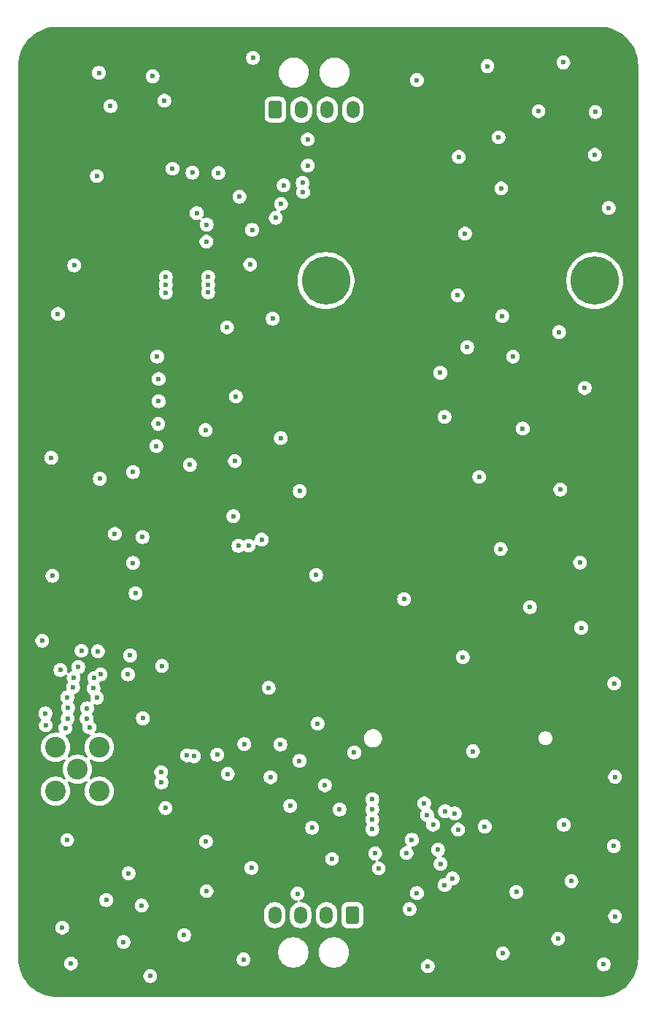
<source format=gbr>
%TF.GenerationSoftware,KiCad,Pcbnew,9.0.7*%
%TF.CreationDate,2026-02-10T22:30:16-08:00*%
%TF.ProjectId,SMU V1,534d5520-5631-42e6-9b69-6361645f7063,rev?*%
%TF.SameCoordinates,Original*%
%TF.FileFunction,Copper,L3,Inr*%
%TF.FilePolarity,Positive*%
%FSLAX46Y46*%
G04 Gerber Fmt 4.6, Leading zero omitted, Abs format (unit mm)*
G04 Created by KiCad (PCBNEW 9.0.7) date 2026-02-10 22:30:16*
%MOMM*%
%LPD*%
G01*
G04 APERTURE LIST*
G04 Aperture macros list*
%AMRoundRect*
0 Rectangle with rounded corners*
0 $1 Rounding radius*
0 $2 $3 $4 $5 $6 $7 $8 $9 X,Y pos of 4 corners*
0 Add a 4 corners polygon primitive as box body*
4,1,4,$2,$3,$4,$5,$6,$7,$8,$9,$2,$3,0*
0 Add four circle primitives for the rounded corners*
1,1,$1+$1,$2,$3*
1,1,$1+$1,$4,$5*
1,1,$1+$1,$6,$7*
1,1,$1+$1,$8,$9*
0 Add four rect primitives between the rounded corners*
20,1,$1+$1,$2,$3,$4,$5,0*
20,1,$1+$1,$4,$5,$6,$7,0*
20,1,$1+$1,$6,$7,$8,$9,0*
20,1,$1+$1,$8,$9,$2,$3,0*%
G04 Aperture macros list end*
%TA.AperFunction,ComponentPad*%
%ADD10O,1.500000X2.020000*%
%TD*%
%TA.AperFunction,ComponentPad*%
%ADD11RoundRect,0.250001X-0.499999X-0.759999X0.499999X-0.759999X0.499999X0.759999X-0.499999X0.759999X0*%
%TD*%
%TA.AperFunction,ComponentPad*%
%ADD12C,2.400000*%
%TD*%
%TA.AperFunction,ComponentPad*%
%ADD13RoundRect,0.250001X0.499999X0.759999X-0.499999X0.759999X-0.499999X-0.759999X0.499999X-0.759999X0*%
%TD*%
%TA.AperFunction,ComponentPad*%
%ADD14C,5.600000*%
%TD*%
%TA.AperFunction,ViaPad*%
%ADD15C,0.600000*%
%TD*%
G04 APERTURE END LIST*
D10*
%TO.N,/CAN+*%
%TO.C,J402*%
X79050000Y-46060000D03*
%TO.N,/CAN-*%
X76050000Y-46060000D03*
%TO.N,GND*%
X73050000Y-46060000D03*
D11*
%TO.N,/Main IO/VBATT+*%
X70050000Y-46060000D03*
%TD*%
D12*
%TO.N,GND*%
%TO.C,J1001*%
X49630000Y-125050000D03*
X49630000Y-119970000D03*
X44550000Y-125050000D03*
X44550000Y-119970000D03*
%TO.N,/Antenna/ANT_OUT_RF*%
X47090000Y-122510000D03*
%TD*%
D10*
%TO.N,/CAN+*%
%TO.C,J401*%
X69980000Y-139420000D03*
%TO.N,/CAN-*%
X72980000Y-139420000D03*
%TO.N,GND*%
X75980000Y-139420000D03*
D13*
%TO.N,/Main IO/VBATT+*%
X78980000Y-139420000D03*
%TD*%
D14*
%TO.N,N/C*%
%TO.C,MCU201*%
X75905000Y-65860000D03*
X107115000Y-65860000D03*
%TD*%
D15*
%TO.N,GND*%
X89220000Y-133470000D03*
X50430000Y-137660000D03*
X45990000Y-115370000D03*
X95940000Y-49250000D03*
X56510000Y-77270000D03*
X109320000Y-131420000D03*
X109360000Y-112570000D03*
X53019165Y-134570000D03*
X105539435Y-106107580D03*
X91189956Y-67556741D03*
X68470000Y-95890000D03*
X53200000Y-109320000D03*
X46580000Y-112980000D03*
X60140000Y-87220000D03*
X54530000Y-138300000D03*
X100580000Y-46210000D03*
X53531498Y-88045798D03*
X52420000Y-142520000D03*
X56840000Y-124030000D03*
X63300000Y-120810000D03*
X86480000Y-42610000D03*
X61990000Y-130880000D03*
X91800000Y-109500000D03*
X81290000Y-129468664D03*
X103469112Y-40571153D03*
X82040000Y-134000000D03*
X87730000Y-145340000D03*
X66950000Y-96580000D03*
X70670000Y-84120000D03*
X89690000Y-81660000D03*
X74950000Y-117210000D03*
X89190000Y-76550000D03*
X49570000Y-41780000D03*
X44036569Y-86403818D03*
X92970000Y-120420000D03*
X62062656Y-136626994D03*
X77490000Y-127160000D03*
X90860000Y-127620000D03*
X103504808Y-128952521D03*
X65470000Y-79300000D03*
X73200000Y-54530000D03*
X62080000Y-59370000D03*
X89700000Y-135930000D03*
X49676414Y-88831093D03*
X64520000Y-123040000D03*
X74310000Y-129290000D03*
X56240000Y-85040000D03*
X70700000Y-56960000D03*
X98007744Y-136734080D03*
X73270000Y-55600000D03*
X65880000Y-56130000D03*
X71020000Y-54810000D03*
X46320000Y-145020000D03*
X65750000Y-96610000D03*
X59800000Y-120890000D03*
X49020000Y-111940000D03*
X56460000Y-82460000D03*
X69740000Y-70270000D03*
X91330000Y-51530000D03*
X69273090Y-113068148D03*
X45892721Y-130701587D03*
X108150000Y-145120000D03*
X102970000Y-71840000D03*
X108720000Y-57450000D03*
X55820000Y-42180000D03*
X57330000Y-66350000D03*
X69490000Y-123430000D03*
X48950000Y-113130000D03*
X98757343Y-83012772D03*
X67130000Y-63990000D03*
X45950000Y-116620000D03*
X85610000Y-138720000D03*
X43001408Y-107606779D03*
X62050000Y-61350000D03*
X70640000Y-119630000D03*
X107110025Y-51279720D03*
X56800000Y-122840000D03*
X91260000Y-129510000D03*
X57330000Y-65455000D03*
X87320000Y-126460000D03*
X109465910Y-123384067D03*
X51425480Y-95220537D03*
X67450000Y-40040000D03*
X47550000Y-108770000D03*
X47190000Y-110660000D03*
X109465910Y-139554002D03*
X81290000Y-128312443D03*
X45920000Y-114170000D03*
X99580000Y-103720000D03*
X43380000Y-116040000D03*
X72850000Y-121530000D03*
X63440000Y-53390000D03*
X73800000Y-52520000D03*
X62250000Y-67225000D03*
X107181415Y-46318084D03*
X92300000Y-73590000D03*
X54640000Y-95580000D03*
X66350000Y-144550000D03*
X94350000Y-129140000D03*
X45110000Y-111000000D03*
X60920000Y-58040000D03*
X45320000Y-140870000D03*
X48160000Y-116630000D03*
X73800000Y-49500000D03*
X96437154Y-143837429D03*
X59460000Y-141730000D03*
X49360000Y-114210000D03*
X76620000Y-132900000D03*
X53820000Y-102110000D03*
X49450000Y-108830000D03*
X45680000Y-117710000D03*
X57309165Y-127000001D03*
X56340000Y-74670000D03*
X58120000Y-52890000D03*
X49770000Y-111510000D03*
X105400000Y-98540000D03*
X105932083Y-78301002D03*
X54670000Y-116600000D03*
X48470000Y-117650000D03*
X60590000Y-121000000D03*
X85890000Y-130680000D03*
X46713711Y-64094304D03*
X62250000Y-65435000D03*
X72620000Y-136930000D03*
X79200000Y-120560000D03*
X44821864Y-69734149D03*
X97620000Y-74660000D03*
X96258678Y-55170499D03*
X46640000Y-111910000D03*
X67270000Y-133950000D03*
X81290000Y-127156221D03*
X93690000Y-88620000D03*
X88920000Y-131840000D03*
X65170000Y-93170000D03*
X72880000Y-90270000D03*
X48210000Y-115430000D03*
X55530000Y-146480000D03*
X81620000Y-132260000D03*
X67350000Y-59990000D03*
X96370000Y-69980000D03*
X71760000Y-126740000D03*
X52950000Y-111509999D03*
X65350000Y-86770000D03*
X94650000Y-41000000D03*
X81290000Y-126000000D03*
X61955570Y-83191248D03*
X103112160Y-90080425D03*
X85260000Y-132220000D03*
X75800000Y-124360000D03*
X66440000Y-119590000D03*
X84980000Y-102790000D03*
X102860000Y-142160000D03*
X104400000Y-135480000D03*
X56510000Y-79850000D03*
X56890000Y-110530000D03*
X60420000Y-53350000D03*
X92046642Y-60417696D03*
X57330000Y-67245000D03*
X64440000Y-71270000D03*
X88350000Y-128930000D03*
X44180000Y-100080000D03*
X43420000Y-117410000D03*
X70094081Y-58597240D03*
X96187287Y-96969603D03*
X62250000Y-66330000D03*
%TO.N,+5V*%
X50020000Y-79897500D03*
X50020000Y-85965000D03*
X50020000Y-76430357D03*
X84600000Y-129610000D03*
X50020000Y-79030714D03*
X50020000Y-80764286D03*
X50020000Y-84231429D03*
X84600000Y-128416667D03*
X50020000Y-77297143D03*
X50020000Y-74696786D03*
X65640000Y-83760000D03*
X50020000Y-73830000D03*
X50020000Y-83364643D03*
X84600000Y-126030000D03*
X50020000Y-78163929D03*
X55129165Y-134350000D03*
X84600000Y-127223333D03*
X50020000Y-75563571D03*
X50020000Y-85098214D03*
X50020000Y-81631071D03*
X50020000Y-82497857D03*
%TO.N,/Power/5V Buck/PPVAR_VBATT_PROT*%
X57160000Y-45010000D03*
X50920000Y-45640000D03*
X49330000Y-53740000D03*
%TO.N,/IMU_SPI.CS*%
X86480000Y-136860000D03*
X87660000Y-127810000D03*
%TO.N,/IMU_SPI.SCK*%
X90600000Y-135160000D03*
X89730000Y-127370000D03*
%TO.N,/GPS/GPS_1PPS*%
X53540000Y-98579999D03*
X74790000Y-100000000D03*
%TD*%
%TA.AperFunction,Conductor*%
%TO.N,+5V*%
G36*
X107652702Y-36430617D02*
G01*
X108036771Y-36447386D01*
X108047506Y-36448326D01*
X108425971Y-36498152D01*
X108436597Y-36500025D01*
X108809284Y-36582648D01*
X108819710Y-36585442D01*
X109183765Y-36700227D01*
X109193911Y-36703920D01*
X109546578Y-36850000D01*
X109556369Y-36854566D01*
X109894942Y-37030816D01*
X109904310Y-37036224D01*
X110226244Y-37241318D01*
X110235105Y-37247523D01*
X110537930Y-37479889D01*
X110546217Y-37486843D01*
X110827635Y-37744715D01*
X110835284Y-37752364D01*
X111093156Y-38033782D01*
X111100110Y-38042069D01*
X111332476Y-38344894D01*
X111338681Y-38353755D01*
X111543775Y-38675689D01*
X111549183Y-38685057D01*
X111725430Y-39023623D01*
X111730002Y-39033427D01*
X111876075Y-39386078D01*
X111879775Y-39396244D01*
X111994554Y-39760278D01*
X111997354Y-39770727D01*
X112079971Y-40143389D01*
X112081849Y-40154042D01*
X112131671Y-40532473D01*
X112132614Y-40543249D01*
X112149382Y-40927297D01*
X112149500Y-40932706D01*
X112149500Y-144407293D01*
X112149382Y-144412702D01*
X112132614Y-144796750D01*
X112131671Y-144807526D01*
X112081849Y-145185957D01*
X112079971Y-145196610D01*
X111997354Y-145569272D01*
X111994554Y-145579721D01*
X111879775Y-145943755D01*
X111876075Y-145953921D01*
X111730002Y-146306572D01*
X111725430Y-146316376D01*
X111549183Y-146654942D01*
X111543775Y-146664310D01*
X111338681Y-146986244D01*
X111332476Y-146995105D01*
X111100110Y-147297930D01*
X111093156Y-147306217D01*
X110835284Y-147587635D01*
X110827635Y-147595284D01*
X110546217Y-147853156D01*
X110537930Y-147860110D01*
X110235105Y-148092476D01*
X110226244Y-148098681D01*
X109904310Y-148303775D01*
X109894942Y-148309183D01*
X109556376Y-148485430D01*
X109546572Y-148490002D01*
X109193921Y-148636075D01*
X109183755Y-148639775D01*
X108819721Y-148754554D01*
X108809272Y-148757354D01*
X108436610Y-148839971D01*
X108425957Y-148841849D01*
X108047526Y-148891671D01*
X108036750Y-148892614D01*
X107652703Y-148909382D01*
X107647294Y-148909500D01*
X44712706Y-148909500D01*
X44707297Y-148909382D01*
X44323249Y-148892614D01*
X44312473Y-148891671D01*
X43934042Y-148841849D01*
X43923389Y-148839971D01*
X43550727Y-148757354D01*
X43540278Y-148754554D01*
X43176244Y-148639775D01*
X43166078Y-148636075D01*
X42813427Y-148490002D01*
X42803623Y-148485430D01*
X42465057Y-148309183D01*
X42455689Y-148303775D01*
X42133755Y-148098681D01*
X42124894Y-148092476D01*
X41822069Y-147860110D01*
X41813782Y-147853156D01*
X41532364Y-147595284D01*
X41524715Y-147587635D01*
X41266843Y-147306217D01*
X41259889Y-147297930D01*
X41027523Y-146995105D01*
X41021318Y-146986244D01*
X40847559Y-146713497D01*
X40816223Y-146664309D01*
X40810816Y-146654942D01*
X40760791Y-146558846D01*
X40678702Y-146401153D01*
X54729500Y-146401153D01*
X54729500Y-146558846D01*
X54760261Y-146713489D01*
X54760264Y-146713501D01*
X54820602Y-146859172D01*
X54820609Y-146859185D01*
X54908210Y-146990288D01*
X54908213Y-146990292D01*
X55019707Y-147101786D01*
X55019711Y-147101789D01*
X55150814Y-147189390D01*
X55150827Y-147189397D01*
X55296498Y-147249735D01*
X55296503Y-147249737D01*
X55451153Y-147280499D01*
X55451156Y-147280500D01*
X55451158Y-147280500D01*
X55608844Y-147280500D01*
X55608845Y-147280499D01*
X55763497Y-147249737D01*
X55909179Y-147189394D01*
X56040289Y-147101789D01*
X56151789Y-146990289D01*
X56239394Y-146859179D01*
X56299737Y-146713497D01*
X56330500Y-146558842D01*
X56330500Y-146401158D01*
X56330500Y-146401155D01*
X56330499Y-146401153D01*
X56299737Y-146246503D01*
X56299735Y-146246498D01*
X56239397Y-146100827D01*
X56239390Y-146100814D01*
X56151789Y-145969711D01*
X56151786Y-145969707D01*
X56040292Y-145858213D01*
X56040288Y-145858210D01*
X55909185Y-145770609D01*
X55909172Y-145770602D01*
X55763501Y-145710264D01*
X55763489Y-145710261D01*
X55608845Y-145679500D01*
X55608842Y-145679500D01*
X55451158Y-145679500D01*
X55451155Y-145679500D01*
X55296510Y-145710261D01*
X55296498Y-145710264D01*
X55150827Y-145770602D01*
X55150814Y-145770609D01*
X55019711Y-145858210D01*
X55019707Y-145858213D01*
X54908213Y-145969707D01*
X54908210Y-145969711D01*
X54820609Y-146100814D01*
X54820602Y-146100827D01*
X54760264Y-146246498D01*
X54760261Y-146246510D01*
X54729500Y-146401153D01*
X40678702Y-146401153D01*
X40634566Y-146316369D01*
X40629997Y-146306572D01*
X40483920Y-145953911D01*
X40480224Y-145943755D01*
X40472892Y-145920500D01*
X40365442Y-145579710D01*
X40362648Y-145569284D01*
X40280025Y-145196597D01*
X40278152Y-145185971D01*
X40245921Y-144941153D01*
X45519500Y-144941153D01*
X45519500Y-145098846D01*
X45550261Y-145253489D01*
X45550264Y-145253501D01*
X45610602Y-145399172D01*
X45610609Y-145399185D01*
X45698210Y-145530288D01*
X45698213Y-145530292D01*
X45809707Y-145641786D01*
X45809711Y-145641789D01*
X45940814Y-145729390D01*
X45940827Y-145729397D01*
X46086498Y-145789735D01*
X46086503Y-145789737D01*
X46241153Y-145820499D01*
X46241156Y-145820500D01*
X46241158Y-145820500D01*
X46398844Y-145820500D01*
X46398845Y-145820499D01*
X46553497Y-145789737D01*
X46699179Y-145729394D01*
X46830289Y-145641789D01*
X46941789Y-145530289D01*
X47029394Y-145399179D01*
X47089737Y-145253497D01*
X47120500Y-145098842D01*
X47120500Y-144941158D01*
X47120500Y-144941155D01*
X47120499Y-144941153D01*
X47109627Y-144886498D01*
X47089737Y-144786503D01*
X47061450Y-144718211D01*
X47029397Y-144640827D01*
X47029390Y-144640814D01*
X46957990Y-144533957D01*
X46941789Y-144509711D01*
X46941786Y-144509707D01*
X46903232Y-144471153D01*
X65549500Y-144471153D01*
X65549500Y-144628846D01*
X65580261Y-144783489D01*
X65580264Y-144783501D01*
X65640602Y-144929172D01*
X65640609Y-144929185D01*
X65728210Y-145060288D01*
X65728213Y-145060292D01*
X65839707Y-145171786D01*
X65839711Y-145171789D01*
X65970814Y-145259390D01*
X65970827Y-145259397D01*
X66101064Y-145313342D01*
X66116503Y-145319737D01*
X66271153Y-145350499D01*
X66271156Y-145350500D01*
X66271158Y-145350500D01*
X66428844Y-145350500D01*
X66428845Y-145350499D01*
X66583497Y-145319737D01*
X66696166Y-145273067D01*
X66729172Y-145259397D01*
X66729172Y-145259396D01*
X66729179Y-145259394D01*
X66860289Y-145171789D01*
X66971789Y-145060289D01*
X67059394Y-144929179D01*
X67119737Y-144783497D01*
X67150500Y-144628842D01*
X67150500Y-144471158D01*
X67150500Y-144471155D01*
X67150499Y-144471153D01*
X67138455Y-144410606D01*
X67119737Y-144316503D01*
X67092299Y-144250261D01*
X67059397Y-144170827D01*
X67059390Y-144170814D01*
X66971789Y-144039711D01*
X66971786Y-144039707D01*
X66860292Y-143928213D01*
X66860288Y-143928210D01*
X66729185Y-143840609D01*
X66729172Y-143840602D01*
X66583501Y-143780264D01*
X66583489Y-143780261D01*
X66428845Y-143749500D01*
X66428842Y-143749500D01*
X66271158Y-143749500D01*
X66271155Y-143749500D01*
X66116510Y-143780261D01*
X66116498Y-143780264D01*
X65970827Y-143840602D01*
X65970814Y-143840609D01*
X65839711Y-143928210D01*
X65839707Y-143928213D01*
X65728213Y-144039707D01*
X65728210Y-144039711D01*
X65640609Y-144170814D01*
X65640602Y-144170827D01*
X65580264Y-144316498D01*
X65580261Y-144316510D01*
X65549500Y-144471153D01*
X46903232Y-144471153D01*
X46830292Y-144398213D01*
X46830288Y-144398210D01*
X46699185Y-144310609D01*
X46699172Y-144310602D01*
X46553501Y-144250264D01*
X46553489Y-144250261D01*
X46398845Y-144219500D01*
X46398842Y-144219500D01*
X46241158Y-144219500D01*
X46241155Y-144219500D01*
X46086510Y-144250261D01*
X46086498Y-144250264D01*
X45940827Y-144310602D01*
X45940814Y-144310609D01*
X45809711Y-144398210D01*
X45809707Y-144398213D01*
X45698213Y-144509707D01*
X45698210Y-144509711D01*
X45610609Y-144640814D01*
X45610602Y-144640827D01*
X45550264Y-144786498D01*
X45550261Y-144786510D01*
X45519500Y-144941153D01*
X40245921Y-144941153D01*
X40228326Y-144807506D01*
X40227386Y-144796771D01*
X40210618Y-144412702D01*
X40210500Y-144407293D01*
X40210500Y-143625258D01*
X70379500Y-143625258D01*
X70379500Y-143854741D01*
X70403853Y-144039707D01*
X70409452Y-144082238D01*
X70433189Y-144170827D01*
X70468842Y-144303887D01*
X70556650Y-144515876D01*
X70556657Y-144515890D01*
X70671392Y-144714617D01*
X70811081Y-144896661D01*
X70811089Y-144896670D01*
X70973330Y-145058911D01*
X70973338Y-145058918D01*
X70973339Y-145058919D01*
X71004092Y-145082517D01*
X71155382Y-145198607D01*
X71155385Y-145198608D01*
X71155388Y-145198611D01*
X71354112Y-145313344D01*
X71354117Y-145313346D01*
X71354123Y-145313349D01*
X71369548Y-145319738D01*
X71566113Y-145401158D01*
X71787762Y-145460548D01*
X72015266Y-145490500D01*
X72015273Y-145490500D01*
X72244727Y-145490500D01*
X72244734Y-145490500D01*
X72472238Y-145460548D01*
X72693887Y-145401158D01*
X72905888Y-145313344D01*
X73104612Y-145198611D01*
X73286661Y-145058919D01*
X73286665Y-145058914D01*
X73286670Y-145058911D01*
X73448911Y-144896670D01*
X73448914Y-144896665D01*
X73448919Y-144896661D01*
X73588611Y-144714612D01*
X73703344Y-144515888D01*
X73791158Y-144303887D01*
X73850548Y-144082238D01*
X73880500Y-143854734D01*
X73880500Y-143625266D01*
X73880499Y-143625258D01*
X75079500Y-143625258D01*
X75079500Y-143854741D01*
X75103853Y-144039707D01*
X75109452Y-144082238D01*
X75133189Y-144170827D01*
X75168842Y-144303887D01*
X75256650Y-144515876D01*
X75256657Y-144515890D01*
X75371392Y-144714617D01*
X75511081Y-144896661D01*
X75511089Y-144896670D01*
X75673330Y-145058911D01*
X75673338Y-145058918D01*
X75673339Y-145058919D01*
X75704092Y-145082517D01*
X75855382Y-145198607D01*
X75855385Y-145198608D01*
X75855388Y-145198611D01*
X76054112Y-145313344D01*
X76054117Y-145313346D01*
X76054123Y-145313349D01*
X76069548Y-145319738D01*
X76266113Y-145401158D01*
X76487762Y-145460548D01*
X76715266Y-145490500D01*
X76715273Y-145490500D01*
X76944727Y-145490500D01*
X76944734Y-145490500D01*
X77172238Y-145460548D01*
X77393887Y-145401158D01*
X77605888Y-145313344D01*
X77696286Y-145261153D01*
X86929500Y-145261153D01*
X86929500Y-145418846D01*
X86960261Y-145573489D01*
X86960264Y-145573501D01*
X87020602Y-145719172D01*
X87020609Y-145719185D01*
X87108210Y-145850288D01*
X87108213Y-145850292D01*
X87219707Y-145961786D01*
X87219711Y-145961789D01*
X87350814Y-146049390D01*
X87350827Y-146049397D01*
X87474992Y-146100827D01*
X87496503Y-146109737D01*
X87651153Y-146140499D01*
X87651156Y-146140500D01*
X87651158Y-146140500D01*
X87808844Y-146140500D01*
X87808845Y-146140499D01*
X87963497Y-146109737D01*
X88109179Y-146049394D01*
X88240289Y-145961789D01*
X88351789Y-145850289D01*
X88439394Y-145719179D01*
X88499737Y-145573497D01*
X88530500Y-145418842D01*
X88530500Y-145261158D01*
X88530500Y-145261155D01*
X88530499Y-145261153D01*
X88518104Y-145198842D01*
X88499737Y-145106503D01*
X88472668Y-145041153D01*
X107349500Y-145041153D01*
X107349500Y-145198846D01*
X107380261Y-145353489D01*
X107380264Y-145353501D01*
X107440602Y-145499172D01*
X107440609Y-145499185D01*
X107528210Y-145630288D01*
X107528213Y-145630292D01*
X107639707Y-145741786D01*
X107639711Y-145741789D01*
X107770814Y-145829390D01*
X107770827Y-145829397D01*
X107916498Y-145889735D01*
X107916503Y-145889737D01*
X108071153Y-145920499D01*
X108071156Y-145920500D01*
X108071158Y-145920500D01*
X108228844Y-145920500D01*
X108228845Y-145920499D01*
X108383497Y-145889737D01*
X108529179Y-145829394D01*
X108660289Y-145741789D01*
X108771789Y-145630289D01*
X108859394Y-145499179D01*
X108919737Y-145353497D01*
X108950500Y-145198842D01*
X108950500Y-145041158D01*
X108950500Y-145041155D01*
X108950499Y-145041153D01*
X108932616Y-144951251D01*
X108919737Y-144886503D01*
X108884800Y-144802157D01*
X108859397Y-144740827D01*
X108859390Y-144740814D01*
X108771789Y-144609711D01*
X108771786Y-144609707D01*
X108660292Y-144498213D01*
X108660288Y-144498210D01*
X108529185Y-144410609D01*
X108529172Y-144410602D01*
X108383501Y-144350264D01*
X108383489Y-144350261D01*
X108228845Y-144319500D01*
X108228842Y-144319500D01*
X108071158Y-144319500D01*
X108071155Y-144319500D01*
X107916510Y-144350261D01*
X107916498Y-144350264D01*
X107770827Y-144410602D01*
X107770814Y-144410609D01*
X107639711Y-144498210D01*
X107639707Y-144498213D01*
X107528213Y-144609707D01*
X107528210Y-144609711D01*
X107440609Y-144740814D01*
X107440602Y-144740827D01*
X107380264Y-144886498D01*
X107380261Y-144886510D01*
X107349500Y-145041153D01*
X88472668Y-145041153D01*
X88467297Y-145028186D01*
X88439397Y-144960826D01*
X88439390Y-144960814D01*
X88351789Y-144829711D01*
X88351786Y-144829707D01*
X88240292Y-144718213D01*
X88240288Y-144718210D01*
X88109185Y-144630609D01*
X88109172Y-144630602D01*
X87963501Y-144570264D01*
X87963489Y-144570261D01*
X87808845Y-144539500D01*
X87808842Y-144539500D01*
X87651158Y-144539500D01*
X87651155Y-144539500D01*
X87496510Y-144570261D01*
X87496498Y-144570264D01*
X87350827Y-144630602D01*
X87350814Y-144630609D01*
X87219711Y-144718210D01*
X87219707Y-144718213D01*
X87108213Y-144829707D01*
X87108210Y-144829711D01*
X87020609Y-144960814D01*
X87020602Y-144960827D01*
X86960264Y-145106498D01*
X86960261Y-145106510D01*
X86929500Y-145261153D01*
X77696286Y-145261153D01*
X77804612Y-145198611D01*
X77986661Y-145058919D01*
X77986665Y-145058914D01*
X77986670Y-145058911D01*
X78148911Y-144896670D01*
X78148914Y-144896665D01*
X78148919Y-144896661D01*
X78288611Y-144714612D01*
X78403344Y-144515888D01*
X78491158Y-144303887D01*
X78550548Y-144082238D01*
X78580500Y-143854734D01*
X78580500Y-143758582D01*
X95636654Y-143758582D01*
X95636654Y-143916275D01*
X95667415Y-144070918D01*
X95667418Y-144070930D01*
X95727756Y-144216601D01*
X95727763Y-144216614D01*
X95815364Y-144347717D01*
X95815367Y-144347721D01*
X95926861Y-144459215D01*
X95926865Y-144459218D01*
X96057968Y-144546819D01*
X96057981Y-144546826D01*
X96203652Y-144607164D01*
X96203657Y-144607166D01*
X96356165Y-144637502D01*
X96358307Y-144637928D01*
X96358310Y-144637929D01*
X96358312Y-144637929D01*
X96515998Y-144637929D01*
X96515999Y-144637928D01*
X96670651Y-144607166D01*
X96816333Y-144546823D01*
X96947443Y-144459218D01*
X97058943Y-144347718D01*
X97146548Y-144216608D01*
X97206891Y-144070926D01*
X97237654Y-143916271D01*
X97237654Y-143758587D01*
X97237654Y-143758584D01*
X97237653Y-143758582D01*
X97235846Y-143749500D01*
X97206891Y-143603932D01*
X97206889Y-143603927D01*
X97146551Y-143458256D01*
X97146544Y-143458243D01*
X97058943Y-143327140D01*
X97058940Y-143327136D01*
X96947446Y-143215642D01*
X96947442Y-143215639D01*
X96816339Y-143128038D01*
X96816326Y-143128031D01*
X96670655Y-143067693D01*
X96670643Y-143067690D01*
X96515999Y-143036929D01*
X96515996Y-143036929D01*
X96358312Y-143036929D01*
X96358309Y-143036929D01*
X96203664Y-143067690D01*
X96203652Y-143067693D01*
X96057981Y-143128031D01*
X96057968Y-143128038D01*
X95926865Y-143215639D01*
X95926861Y-143215642D01*
X95815367Y-143327136D01*
X95815364Y-143327140D01*
X95727763Y-143458243D01*
X95727756Y-143458256D01*
X95667418Y-143603927D01*
X95667415Y-143603939D01*
X95636654Y-143758582D01*
X78580500Y-143758582D01*
X78580500Y-143625266D01*
X78550548Y-143397762D01*
X78491158Y-143176113D01*
X78403344Y-142964112D01*
X78288611Y-142765388D01*
X78288608Y-142765385D01*
X78288607Y-142765382D01*
X78148918Y-142583338D01*
X78148911Y-142583330D01*
X77986670Y-142421089D01*
X77986661Y-142421081D01*
X77804617Y-142281392D01*
X77804612Y-142281389D01*
X77605888Y-142166656D01*
X77605876Y-142166650D01*
X77399466Y-142081153D01*
X102059500Y-142081153D01*
X102059500Y-142238846D01*
X102090261Y-142393489D01*
X102090264Y-142393501D01*
X102150602Y-142539172D01*
X102150609Y-142539185D01*
X102238210Y-142670288D01*
X102238213Y-142670292D01*
X102349707Y-142781786D01*
X102349711Y-142781789D01*
X102480814Y-142869390D01*
X102480827Y-142869397D01*
X102552743Y-142899185D01*
X102626503Y-142929737D01*
X102781153Y-142960499D01*
X102781156Y-142960500D01*
X102781158Y-142960500D01*
X102938844Y-142960500D01*
X102938845Y-142960499D01*
X103093497Y-142929737D01*
X103239179Y-142869394D01*
X103370289Y-142781789D01*
X103481789Y-142670289D01*
X103569394Y-142539179D01*
X103629737Y-142393497D01*
X103660500Y-142238842D01*
X103660500Y-142081158D01*
X103660500Y-142081155D01*
X103660499Y-142081153D01*
X103648226Y-142019452D01*
X103629737Y-141926503D01*
X103618018Y-141898210D01*
X103569397Y-141780827D01*
X103569390Y-141780814D01*
X103481789Y-141649711D01*
X103481786Y-141649707D01*
X103370292Y-141538213D01*
X103370288Y-141538210D01*
X103239185Y-141450609D01*
X103239172Y-141450602D01*
X103093501Y-141390264D01*
X103093489Y-141390261D01*
X102938845Y-141359500D01*
X102938842Y-141359500D01*
X102781158Y-141359500D01*
X102781155Y-141359500D01*
X102626510Y-141390261D01*
X102626498Y-141390264D01*
X102480827Y-141450602D01*
X102480814Y-141450609D01*
X102349711Y-141538210D01*
X102349707Y-141538213D01*
X102238213Y-141649707D01*
X102238210Y-141649711D01*
X102150609Y-141780814D01*
X102150602Y-141780827D01*
X102090264Y-141926498D01*
X102090261Y-141926510D01*
X102059500Y-142081153D01*
X77399466Y-142081153D01*
X77393887Y-142078842D01*
X77172238Y-142019452D01*
X77134215Y-142014446D01*
X76944741Y-141989500D01*
X76944734Y-141989500D01*
X76715266Y-141989500D01*
X76715258Y-141989500D01*
X76498715Y-142018009D01*
X76487762Y-142019452D01*
X76394076Y-142044554D01*
X76266112Y-142078842D01*
X76054123Y-142166650D01*
X76054109Y-142166657D01*
X75855382Y-142281392D01*
X75673338Y-142421081D01*
X75511081Y-142583338D01*
X75371392Y-142765382D01*
X75256657Y-142964109D01*
X75256650Y-142964123D01*
X75168842Y-143176112D01*
X75109453Y-143397759D01*
X75109451Y-143397770D01*
X75079500Y-143625258D01*
X73880499Y-143625258D01*
X73850548Y-143397762D01*
X73791158Y-143176113D01*
X73703344Y-142964112D01*
X73588611Y-142765388D01*
X73588608Y-142765385D01*
X73588607Y-142765382D01*
X73448918Y-142583338D01*
X73448911Y-142583330D01*
X73286670Y-142421089D01*
X73286661Y-142421081D01*
X73104617Y-142281392D01*
X72905890Y-142166657D01*
X72905876Y-142166650D01*
X72693887Y-142078842D01*
X72472238Y-142019452D01*
X72434215Y-142014446D01*
X72244741Y-141989500D01*
X72244734Y-141989500D01*
X72015266Y-141989500D01*
X72015258Y-141989500D01*
X71798715Y-142018009D01*
X71787762Y-142019452D01*
X71694076Y-142044554D01*
X71566112Y-142078842D01*
X71354123Y-142166650D01*
X71354109Y-142166657D01*
X71155382Y-142281392D01*
X70973338Y-142421081D01*
X70811081Y-142583338D01*
X70671392Y-142765382D01*
X70556657Y-142964109D01*
X70556650Y-142964123D01*
X70468842Y-143176112D01*
X70409453Y-143397759D01*
X70409451Y-143397770D01*
X70379500Y-143625258D01*
X40210500Y-143625258D01*
X40210500Y-142441153D01*
X51619500Y-142441153D01*
X51619500Y-142598846D01*
X51650261Y-142753489D01*
X51650264Y-142753501D01*
X51710602Y-142899172D01*
X51710609Y-142899185D01*
X51798210Y-143030288D01*
X51798213Y-143030292D01*
X51909707Y-143141786D01*
X51909711Y-143141789D01*
X52040814Y-143229390D01*
X52040827Y-143229397D01*
X52186498Y-143289735D01*
X52186503Y-143289737D01*
X52341153Y-143320499D01*
X52341156Y-143320500D01*
X52341158Y-143320500D01*
X52498844Y-143320500D01*
X52498845Y-143320499D01*
X52653497Y-143289737D01*
X52799179Y-143229394D01*
X52930289Y-143141789D01*
X53041789Y-143030289D01*
X53129394Y-142899179D01*
X53189737Y-142753497D01*
X53220500Y-142598842D01*
X53220500Y-142441158D01*
X53220500Y-142441155D01*
X53220499Y-142441153D01*
X53211020Y-142393501D01*
X53189737Y-142286503D01*
X53169996Y-142238844D01*
X53129397Y-142140827D01*
X53129390Y-142140814D01*
X53041789Y-142009711D01*
X53041786Y-142009707D01*
X52930292Y-141898213D01*
X52930288Y-141898210D01*
X52799185Y-141810609D01*
X52799172Y-141810602D01*
X52676109Y-141759628D01*
X52676106Y-141759628D01*
X52653497Y-141750263D01*
X52653492Y-141750262D01*
X52653489Y-141750261D01*
X52498845Y-141719500D01*
X52498842Y-141719500D01*
X52341158Y-141719500D01*
X52341155Y-141719500D01*
X52186510Y-141750261D01*
X52186498Y-141750264D01*
X52040827Y-141810602D01*
X52040814Y-141810609D01*
X51909711Y-141898210D01*
X51909707Y-141898213D01*
X51798213Y-142009707D01*
X51798210Y-142009711D01*
X51710609Y-142140814D01*
X51710602Y-142140827D01*
X51650264Y-142286498D01*
X51650261Y-142286510D01*
X51619500Y-142441153D01*
X40210500Y-142441153D01*
X40210500Y-140791153D01*
X44519500Y-140791153D01*
X44519500Y-140948846D01*
X44550261Y-141103489D01*
X44550264Y-141103501D01*
X44610602Y-141249172D01*
X44610609Y-141249185D01*
X44698210Y-141380288D01*
X44698213Y-141380292D01*
X44809707Y-141491786D01*
X44809711Y-141491789D01*
X44940814Y-141579390D01*
X44940827Y-141579397D01*
X45086498Y-141639735D01*
X45086503Y-141639737D01*
X45241153Y-141670499D01*
X45241156Y-141670500D01*
X45241158Y-141670500D01*
X45398844Y-141670500D01*
X45398845Y-141670499D01*
X45496105Y-141651153D01*
X58659500Y-141651153D01*
X58659500Y-141808846D01*
X58690261Y-141963489D01*
X58690264Y-141963501D01*
X58750602Y-142109172D01*
X58750609Y-142109185D01*
X58838210Y-142240288D01*
X58838213Y-142240292D01*
X58949707Y-142351786D01*
X58949711Y-142351789D01*
X59080814Y-142439390D01*
X59080827Y-142439397D01*
X59226498Y-142499735D01*
X59226503Y-142499737D01*
X59381153Y-142530499D01*
X59381156Y-142530500D01*
X59381158Y-142530500D01*
X59538844Y-142530500D01*
X59538845Y-142530499D01*
X59693497Y-142499737D01*
X59806166Y-142453067D01*
X59839172Y-142439397D01*
X59839172Y-142439396D01*
X59839179Y-142439394D01*
X59970289Y-142351789D01*
X60081789Y-142240289D01*
X60169394Y-142109179D01*
X60229737Y-141963497D01*
X60260500Y-141808842D01*
X60260500Y-141651158D01*
X60260500Y-141651155D01*
X60260499Y-141651153D01*
X60246224Y-141579390D01*
X60229737Y-141496503D01*
X60210726Y-141450606D01*
X60169397Y-141350827D01*
X60169390Y-141350814D01*
X60081789Y-141219711D01*
X60081786Y-141219707D01*
X59970292Y-141108213D01*
X59970288Y-141108210D01*
X59839185Y-141020609D01*
X59839172Y-141020602D01*
X59693501Y-140960264D01*
X59693489Y-140960261D01*
X59538845Y-140929500D01*
X59538842Y-140929500D01*
X59381158Y-140929500D01*
X59381155Y-140929500D01*
X59226510Y-140960261D01*
X59226498Y-140960264D01*
X59080827Y-141020602D01*
X59080814Y-141020609D01*
X58949711Y-141108210D01*
X58949707Y-141108213D01*
X58838213Y-141219707D01*
X58838210Y-141219711D01*
X58750609Y-141350814D01*
X58750602Y-141350827D01*
X58690264Y-141496498D01*
X58690261Y-141496510D01*
X58659500Y-141651153D01*
X45496105Y-141651153D01*
X45553497Y-141639737D01*
X45699179Y-141579394D01*
X45830289Y-141491789D01*
X45941789Y-141380289D01*
X46029394Y-141249179D01*
X46089737Y-141103497D01*
X46120500Y-140948842D01*
X46120500Y-140791158D01*
X46120500Y-140791155D01*
X46120499Y-140791153D01*
X46089738Y-140636510D01*
X46089737Y-140636503D01*
X46088628Y-140633825D01*
X46029397Y-140490827D01*
X46029390Y-140490814D01*
X45941789Y-140359711D01*
X45941786Y-140359707D01*
X45830292Y-140248213D01*
X45830288Y-140248210D01*
X45699185Y-140160609D01*
X45699172Y-140160602D01*
X45553501Y-140100264D01*
X45553489Y-140100261D01*
X45398845Y-140069500D01*
X45398842Y-140069500D01*
X45241158Y-140069500D01*
X45241155Y-140069500D01*
X45086510Y-140100261D01*
X45086498Y-140100264D01*
X44940827Y-140160602D01*
X44940814Y-140160609D01*
X44809711Y-140248210D01*
X44809707Y-140248213D01*
X44698213Y-140359707D01*
X44698210Y-140359711D01*
X44610609Y-140490814D01*
X44610602Y-140490827D01*
X44550264Y-140636498D01*
X44550261Y-140636510D01*
X44519500Y-140791153D01*
X40210500Y-140791153D01*
X40210500Y-137581153D01*
X49629500Y-137581153D01*
X49629500Y-137738846D01*
X49660261Y-137893489D01*
X49660264Y-137893501D01*
X49720602Y-138039172D01*
X49720609Y-138039185D01*
X49808210Y-138170288D01*
X49808213Y-138170292D01*
X49919707Y-138281786D01*
X49919711Y-138281789D01*
X50050814Y-138369390D01*
X50050827Y-138369397D01*
X50196498Y-138429735D01*
X50196503Y-138429737D01*
X50351153Y-138460499D01*
X50351156Y-138460500D01*
X50351158Y-138460500D01*
X50508844Y-138460500D01*
X50508845Y-138460499D01*
X50663497Y-138429737D01*
X50809179Y-138369394D01*
X50940289Y-138281789D01*
X51000925Y-138221153D01*
X53729500Y-138221153D01*
X53729500Y-138378846D01*
X53760261Y-138533489D01*
X53760264Y-138533501D01*
X53820602Y-138679172D01*
X53820609Y-138679185D01*
X53908210Y-138810288D01*
X53908213Y-138810292D01*
X54019707Y-138921786D01*
X54019711Y-138921789D01*
X54150814Y-139009390D01*
X54150827Y-139009397D01*
X54276803Y-139061577D01*
X54296503Y-139069737D01*
X54444482Y-139099172D01*
X54451153Y-139100499D01*
X54451156Y-139100500D01*
X54451158Y-139100500D01*
X54608844Y-139100500D01*
X54608845Y-139100499D01*
X54763497Y-139069737D01*
X54783197Y-139061577D01*
X68729500Y-139061577D01*
X68729500Y-139778422D01*
X68760290Y-139972826D01*
X68821117Y-140160029D01*
X68873787Y-140263399D01*
X68910476Y-140335405D01*
X69026172Y-140494646D01*
X69165354Y-140633828D01*
X69324595Y-140749524D01*
X69406297Y-140791153D01*
X69499970Y-140838882D01*
X69499972Y-140838882D01*
X69499975Y-140838884D01*
X69579773Y-140864812D01*
X69687173Y-140899709D01*
X69881578Y-140930500D01*
X69881583Y-140930500D01*
X70078422Y-140930500D01*
X70272826Y-140899709D01*
X70460025Y-140838884D01*
X70635405Y-140749524D01*
X70794646Y-140633828D01*
X70933828Y-140494646D01*
X71049524Y-140335405D01*
X71138884Y-140160025D01*
X71199709Y-139972826D01*
X71205989Y-139933174D01*
X71230500Y-139778422D01*
X71230500Y-139061577D01*
X71729500Y-139061577D01*
X71729500Y-139778422D01*
X71760290Y-139972826D01*
X71821117Y-140160029D01*
X71873787Y-140263399D01*
X71910476Y-140335405D01*
X72026172Y-140494646D01*
X72165354Y-140633828D01*
X72324595Y-140749524D01*
X72406297Y-140791153D01*
X72499970Y-140838882D01*
X72499972Y-140838882D01*
X72499975Y-140838884D01*
X72579773Y-140864812D01*
X72687173Y-140899709D01*
X72881578Y-140930500D01*
X72881583Y-140930500D01*
X73078422Y-140930500D01*
X73272826Y-140899709D01*
X73460025Y-140838884D01*
X73635405Y-140749524D01*
X73794646Y-140633828D01*
X73933828Y-140494646D01*
X74049524Y-140335405D01*
X74138884Y-140160025D01*
X74199709Y-139972826D01*
X74205989Y-139933174D01*
X74230500Y-139778422D01*
X74230500Y-139061577D01*
X74729500Y-139061577D01*
X74729500Y-139778422D01*
X74760290Y-139972826D01*
X74821117Y-140160029D01*
X74873787Y-140263399D01*
X74910476Y-140335405D01*
X75026172Y-140494646D01*
X75165354Y-140633828D01*
X75324595Y-140749524D01*
X75406297Y-140791153D01*
X75499970Y-140838882D01*
X75499972Y-140838882D01*
X75499975Y-140838884D01*
X75579773Y-140864812D01*
X75687173Y-140899709D01*
X75881578Y-140930500D01*
X75881583Y-140930500D01*
X76078422Y-140930500D01*
X76272826Y-140899709D01*
X76460025Y-140838884D01*
X76635405Y-140749524D01*
X76794646Y-140633828D01*
X76933828Y-140494646D01*
X77049524Y-140335405D01*
X77138884Y-140160025D01*
X77199709Y-139972826D01*
X77205989Y-139933174D01*
X77230500Y-139778422D01*
X77230500Y-139061577D01*
X77199709Y-138867173D01*
X77172769Y-138784263D01*
X77138884Y-138679975D01*
X77138881Y-138679971D01*
X77138881Y-138679968D01*
X77130302Y-138663131D01*
X77130301Y-138663130D01*
X77119103Y-138641153D01*
X77103222Y-138609984D01*
X77729500Y-138609984D01*
X77729500Y-140230015D01*
X77740000Y-140332795D01*
X77740001Y-140332797D01*
X77767593Y-140416065D01*
X77795186Y-140499335D01*
X77795187Y-140499337D01*
X77887286Y-140648651D01*
X77887289Y-140648655D01*
X78011344Y-140772710D01*
X78011348Y-140772713D01*
X78160662Y-140864812D01*
X78160664Y-140864813D01*
X78160666Y-140864814D01*
X78327203Y-140919999D01*
X78429992Y-140930500D01*
X78429997Y-140930500D01*
X79530003Y-140930500D01*
X79530008Y-140930500D01*
X79632797Y-140919999D01*
X79799334Y-140864814D01*
X79948655Y-140772711D01*
X80072711Y-140648655D01*
X80164814Y-140499334D01*
X80219999Y-140332797D01*
X80230500Y-140230008D01*
X80230500Y-138641153D01*
X84809500Y-138641153D01*
X84809500Y-138798846D01*
X84840261Y-138953489D01*
X84840264Y-138953501D01*
X84900602Y-139099172D01*
X84900609Y-139099185D01*
X84988210Y-139230288D01*
X84988213Y-139230292D01*
X85099707Y-139341786D01*
X85099711Y-139341789D01*
X85230814Y-139429390D01*
X85230827Y-139429397D01*
X85376498Y-139489735D01*
X85376503Y-139489737D01*
X85531153Y-139520499D01*
X85531156Y-139520500D01*
X85531158Y-139520500D01*
X85688844Y-139520500D01*
X85688845Y-139520499D01*
X85843497Y-139489737D01*
X85878701Y-139475155D01*
X108665410Y-139475155D01*
X108665410Y-139632848D01*
X108696171Y-139787491D01*
X108696174Y-139787503D01*
X108756512Y-139933174D01*
X108756519Y-139933187D01*
X108844120Y-140064290D01*
X108844123Y-140064294D01*
X108955617Y-140175788D01*
X108955621Y-140175791D01*
X109086724Y-140263392D01*
X109086737Y-140263399D01*
X109232408Y-140323737D01*
X109232413Y-140323739D01*
X109387063Y-140354501D01*
X109387066Y-140354502D01*
X109387068Y-140354502D01*
X109544754Y-140354502D01*
X109544755Y-140354501D01*
X109699407Y-140323739D01*
X109845089Y-140263396D01*
X109976199Y-140175791D01*
X110087699Y-140064291D01*
X110175304Y-139933181D01*
X110235647Y-139787499D01*
X110266410Y-139632844D01*
X110266410Y-139475160D01*
X110266410Y-139475157D01*
X110266409Y-139475155D01*
X110257307Y-139429397D01*
X110235647Y-139320505D01*
X110198279Y-139230289D01*
X110175307Y-139174829D01*
X110175300Y-139174816D01*
X110087699Y-139043713D01*
X110087696Y-139043709D01*
X109976202Y-138932215D01*
X109976198Y-138932212D01*
X109845095Y-138844611D01*
X109845082Y-138844604D01*
X109699411Y-138784266D01*
X109699399Y-138784263D01*
X109544755Y-138753502D01*
X109544752Y-138753502D01*
X109387068Y-138753502D01*
X109387065Y-138753502D01*
X109232420Y-138784263D01*
X109232408Y-138784266D01*
X109086737Y-138844604D01*
X109086724Y-138844611D01*
X108955621Y-138932212D01*
X108955617Y-138932215D01*
X108844123Y-139043709D01*
X108844120Y-139043713D01*
X108756519Y-139174816D01*
X108756512Y-139174829D01*
X108696174Y-139320500D01*
X108696171Y-139320512D01*
X108665410Y-139475155D01*
X85878701Y-139475155D01*
X85989179Y-139429394D01*
X86120289Y-139341789D01*
X86231789Y-139230289D01*
X86319394Y-139099179D01*
X86379737Y-138953497D01*
X86410500Y-138798842D01*
X86410500Y-138641158D01*
X86410500Y-138641155D01*
X86410499Y-138641153D01*
X86404299Y-138609984D01*
X86379737Y-138486503D01*
X86368966Y-138460499D01*
X86319397Y-138340827D01*
X86319390Y-138340814D01*
X86231789Y-138209711D01*
X86231786Y-138209707D01*
X86120292Y-138098213D01*
X86120288Y-138098210D01*
X85989185Y-138010609D01*
X85989172Y-138010602D01*
X85843501Y-137950264D01*
X85843489Y-137950261D01*
X85688845Y-137919500D01*
X85688842Y-137919500D01*
X85531158Y-137919500D01*
X85531155Y-137919500D01*
X85376510Y-137950261D01*
X85376498Y-137950264D01*
X85230827Y-138010602D01*
X85230814Y-138010609D01*
X85099711Y-138098210D01*
X85099707Y-138098213D01*
X84988213Y-138209707D01*
X84988210Y-138209711D01*
X84900609Y-138340814D01*
X84900602Y-138340827D01*
X84840264Y-138486498D01*
X84840261Y-138486510D01*
X84809500Y-138641153D01*
X80230500Y-138641153D01*
X80230500Y-138609992D01*
X80219999Y-138507203D01*
X80164814Y-138340666D01*
X80084039Y-138209711D01*
X80072713Y-138191348D01*
X80072710Y-138191344D01*
X79948655Y-138067289D01*
X79948651Y-138067286D01*
X79799337Y-137975187D01*
X79799335Y-137975186D01*
X79680182Y-137935703D01*
X79632797Y-137920001D01*
X79632795Y-137920000D01*
X79530015Y-137909500D01*
X79530008Y-137909500D01*
X78429992Y-137909500D01*
X78429984Y-137909500D01*
X78327204Y-137920000D01*
X78327203Y-137920001D01*
X78160664Y-137975186D01*
X78160662Y-137975187D01*
X78011348Y-138067286D01*
X78011344Y-138067289D01*
X77887289Y-138191344D01*
X77887286Y-138191348D01*
X77795187Y-138340662D01*
X77795186Y-138340664D01*
X77740001Y-138507203D01*
X77740000Y-138507204D01*
X77729500Y-138609984D01*
X77103222Y-138609984D01*
X77049524Y-138504595D01*
X76933828Y-138345354D01*
X76794646Y-138206172D01*
X76635405Y-138090476D01*
X76588369Y-138066510D01*
X76460029Y-138001117D01*
X76272826Y-137940290D01*
X76078422Y-137909500D01*
X76078417Y-137909500D01*
X75881583Y-137909500D01*
X75881578Y-137909500D01*
X75687173Y-137940290D01*
X75499970Y-138001117D01*
X75324594Y-138090476D01*
X75247932Y-138146175D01*
X75165354Y-138206172D01*
X75165352Y-138206174D01*
X75165351Y-138206174D01*
X75026174Y-138345351D01*
X75026174Y-138345352D01*
X75026172Y-138345354D01*
X75001840Y-138378844D01*
X74910476Y-138504594D01*
X74821117Y-138679970D01*
X74760290Y-138867173D01*
X74729500Y-139061577D01*
X74230500Y-139061577D01*
X74199709Y-138867173D01*
X74171487Y-138780317D01*
X74138884Y-138679975D01*
X74138882Y-138679972D01*
X74138882Y-138679970D01*
X74050853Y-138507204D01*
X74049524Y-138504595D01*
X73933828Y-138345354D01*
X73794646Y-138206172D01*
X73635405Y-138090476D01*
X73588369Y-138066510D01*
X73460029Y-138001117D01*
X73272826Y-137940290D01*
X73078422Y-137909500D01*
X73078417Y-137909500D01*
X72970475Y-137909500D01*
X72903436Y-137889815D01*
X72857681Y-137837011D01*
X72847737Y-137767853D01*
X72876762Y-137704297D01*
X72923023Y-137670939D01*
X72999172Y-137639397D01*
X72999172Y-137639396D01*
X72999179Y-137639394D01*
X73130289Y-137551789D01*
X73241789Y-137440289D01*
X73329394Y-137309179D01*
X73389737Y-137163497D01*
X73420500Y-137008842D01*
X73420500Y-136851158D01*
X73420500Y-136851155D01*
X73420499Y-136851153D01*
X73410177Y-136799257D01*
X73406576Y-136781153D01*
X85679500Y-136781153D01*
X85679500Y-136938846D01*
X85710261Y-137093489D01*
X85710264Y-137093501D01*
X85770602Y-137239172D01*
X85770609Y-137239185D01*
X85858210Y-137370288D01*
X85858213Y-137370292D01*
X85969707Y-137481786D01*
X85969711Y-137481789D01*
X86100814Y-137569390D01*
X86100827Y-137569397D01*
X86246498Y-137629735D01*
X86246503Y-137629737D01*
X86401153Y-137660499D01*
X86401156Y-137660500D01*
X86401158Y-137660500D01*
X86558844Y-137660500D01*
X86558845Y-137660499D01*
X86713497Y-137629737D01*
X86859179Y-137569394D01*
X86990289Y-137481789D01*
X87101789Y-137370289D01*
X87189394Y-137239179D01*
X87249737Y-137093497D01*
X87280500Y-136938842D01*
X87280500Y-136781158D01*
X87280500Y-136781155D01*
X87280499Y-136781153D01*
X87263660Y-136696498D01*
X87249737Y-136626503D01*
X87218790Y-136551789D01*
X87189397Y-136480827D01*
X87189390Y-136480814D01*
X87101789Y-136349711D01*
X87101786Y-136349707D01*
X86990292Y-136238213D01*
X86990288Y-136238210D01*
X86859185Y-136150609D01*
X86859172Y-136150602D01*
X86713501Y-136090264D01*
X86713489Y-136090261D01*
X86558845Y-136059500D01*
X86558842Y-136059500D01*
X86401158Y-136059500D01*
X86401155Y-136059500D01*
X86246510Y-136090261D01*
X86246498Y-136090264D01*
X86100827Y-136150602D01*
X86100814Y-136150609D01*
X85969711Y-136238210D01*
X85969707Y-136238213D01*
X85858213Y-136349707D01*
X85858210Y-136349711D01*
X85770609Y-136480814D01*
X85770602Y-136480827D01*
X85710264Y-136626498D01*
X85710261Y-136626510D01*
X85679500Y-136781153D01*
X73406576Y-136781153D01*
X73389738Y-136696508D01*
X73389737Y-136696507D01*
X73389737Y-136696503D01*
X73372645Y-136655238D01*
X73329397Y-136550827D01*
X73329390Y-136550814D01*
X73241789Y-136419711D01*
X73241786Y-136419707D01*
X73130292Y-136308213D01*
X73130288Y-136308210D01*
X72999185Y-136220609D01*
X72999172Y-136220602D01*
X72853501Y-136160264D01*
X72853489Y-136160261D01*
X72698845Y-136129500D01*
X72698842Y-136129500D01*
X72541158Y-136129500D01*
X72541155Y-136129500D01*
X72386510Y-136160261D01*
X72386498Y-136160264D01*
X72240827Y-136220602D01*
X72240814Y-136220609D01*
X72109711Y-136308210D01*
X72109707Y-136308213D01*
X71998213Y-136419707D01*
X71998210Y-136419711D01*
X71910609Y-136550814D01*
X71910602Y-136550827D01*
X71850264Y-136696498D01*
X71850261Y-136696510D01*
X71819500Y-136851153D01*
X71819500Y-137008846D01*
X71850261Y-137163489D01*
X71850264Y-137163501D01*
X71910602Y-137309172D01*
X71910609Y-137309185D01*
X71998210Y-137440288D01*
X71998213Y-137440292D01*
X72109707Y-137551786D01*
X72109711Y-137551789D01*
X72240814Y-137639390D01*
X72240827Y-137639397D01*
X72334534Y-137678211D01*
X72386503Y-137699737D01*
X72541153Y-137730499D01*
X72541156Y-137730500D01*
X72549939Y-137730500D01*
X72616978Y-137750185D01*
X72662733Y-137802989D01*
X72672677Y-137872147D01*
X72643652Y-137935703D01*
X72588258Y-137972431D01*
X72499970Y-138001117D01*
X72324594Y-138090476D01*
X72247932Y-138146175D01*
X72165354Y-138206172D01*
X72165352Y-138206174D01*
X72165351Y-138206174D01*
X72026174Y-138345351D01*
X72026174Y-138345352D01*
X72026172Y-138345354D01*
X72001840Y-138378844D01*
X71910476Y-138504594D01*
X71821117Y-138679970D01*
X71760290Y-138867173D01*
X71729500Y-139061577D01*
X71230500Y-139061577D01*
X71199709Y-138867173D01*
X71171487Y-138780317D01*
X71138884Y-138679975D01*
X71138882Y-138679972D01*
X71138882Y-138679970D01*
X71050853Y-138507204D01*
X71049524Y-138504595D01*
X70933828Y-138345354D01*
X70794646Y-138206172D01*
X70635405Y-138090476D01*
X70588369Y-138066510D01*
X70460029Y-138001117D01*
X70272826Y-137940290D01*
X70078422Y-137909500D01*
X70078417Y-137909500D01*
X69881583Y-137909500D01*
X69881578Y-137909500D01*
X69687173Y-137940290D01*
X69499970Y-138001117D01*
X69324594Y-138090476D01*
X69247932Y-138146175D01*
X69165354Y-138206172D01*
X69165352Y-138206174D01*
X69165351Y-138206174D01*
X69026174Y-138345351D01*
X69026174Y-138345352D01*
X69026172Y-138345354D01*
X69001840Y-138378844D01*
X68910476Y-138504594D01*
X68821117Y-138679970D01*
X68760290Y-138867173D01*
X68729500Y-139061577D01*
X54783197Y-139061577D01*
X54909179Y-139009394D01*
X54909185Y-139009390D01*
X54992668Y-138953609D01*
X55024690Y-138932212D01*
X55040289Y-138921789D01*
X55151789Y-138810289D01*
X55239394Y-138679179D01*
X55299737Y-138533497D01*
X55330500Y-138378842D01*
X55330500Y-138221158D01*
X55330500Y-138221155D01*
X55330499Y-138221153D01*
X55315585Y-138146175D01*
X55299737Y-138066503D01*
X55276582Y-138010602D01*
X55239397Y-137920827D01*
X55239390Y-137920814D01*
X55151789Y-137789711D01*
X55151786Y-137789707D01*
X55040292Y-137678213D01*
X55040288Y-137678210D01*
X54909185Y-137590609D01*
X54909172Y-137590602D01*
X54763501Y-137530264D01*
X54763489Y-137530261D01*
X54608845Y-137499500D01*
X54608842Y-137499500D01*
X54451158Y-137499500D01*
X54451155Y-137499500D01*
X54296510Y-137530261D01*
X54296498Y-137530264D01*
X54150827Y-137590602D01*
X54150814Y-137590609D01*
X54019711Y-137678210D01*
X54019707Y-137678213D01*
X53908213Y-137789707D01*
X53908210Y-137789711D01*
X53820609Y-137920814D01*
X53820602Y-137920827D01*
X53760264Y-138066498D01*
X53760261Y-138066510D01*
X53729500Y-138221153D01*
X51000925Y-138221153D01*
X51051789Y-138170289D01*
X51060833Y-138156752D01*
X51067902Y-138146175D01*
X51139390Y-138039185D01*
X51139390Y-138039184D01*
X51139394Y-138039179D01*
X51199737Y-137893497D01*
X51230500Y-137738842D01*
X51230500Y-137581158D01*
X51230500Y-137581155D01*
X51230499Y-137581153D01*
X51224658Y-137551789D01*
X51199737Y-137426503D01*
X51170480Y-137355869D01*
X51139397Y-137280827D01*
X51139390Y-137280814D01*
X51051789Y-137149711D01*
X51051786Y-137149707D01*
X50940292Y-137038213D01*
X50940288Y-137038210D01*
X50809185Y-136950609D01*
X50809172Y-136950602D01*
X50663501Y-136890264D01*
X50663489Y-136890261D01*
X50508845Y-136859500D01*
X50508842Y-136859500D01*
X50351158Y-136859500D01*
X50351155Y-136859500D01*
X50196510Y-136890261D01*
X50196498Y-136890264D01*
X50050827Y-136950602D01*
X50050814Y-136950609D01*
X49919711Y-137038210D01*
X49919707Y-137038213D01*
X49808213Y-137149707D01*
X49808210Y-137149711D01*
X49720609Y-137280814D01*
X49720602Y-137280827D01*
X49660264Y-137426498D01*
X49660261Y-137426510D01*
X49629500Y-137581153D01*
X40210500Y-137581153D01*
X40210500Y-136548147D01*
X61262156Y-136548147D01*
X61262156Y-136705840D01*
X61292917Y-136860483D01*
X61292920Y-136860495D01*
X61353258Y-137006166D01*
X61353265Y-137006179D01*
X61440866Y-137137282D01*
X61440869Y-137137286D01*
X61552363Y-137248780D01*
X61552367Y-137248783D01*
X61683470Y-137336384D01*
X61683483Y-137336391D01*
X61829154Y-137396729D01*
X61829159Y-137396731D01*
X61978807Y-137426498D01*
X61983809Y-137427493D01*
X61983812Y-137427494D01*
X61983814Y-137427494D01*
X62141500Y-137427494D01*
X62141501Y-137427493D01*
X62296153Y-137396731D01*
X62441835Y-137336388D01*
X62572945Y-137248783D01*
X62684445Y-137137283D01*
X62772050Y-137006173D01*
X62832393Y-136860491D01*
X62863156Y-136705836D01*
X62863156Y-136548152D01*
X62863156Y-136548149D01*
X62863155Y-136548147D01*
X62849763Y-136480821D01*
X62832393Y-136393497D01*
X62816403Y-136354894D01*
X62772053Y-136247821D01*
X62772046Y-136247808D01*
X62684445Y-136116705D01*
X62684442Y-136116701D01*
X62572948Y-136005207D01*
X62572944Y-136005204D01*
X62487584Y-135948168D01*
X62441841Y-135917603D01*
X62441828Y-135917596D01*
X62296157Y-135857258D01*
X62296145Y-135857255D01*
X62265469Y-135851153D01*
X88899500Y-135851153D01*
X88899500Y-136008846D01*
X88930261Y-136163489D01*
X88930264Y-136163501D01*
X88990602Y-136309172D01*
X88990609Y-136309185D01*
X89078210Y-136440288D01*
X89078213Y-136440292D01*
X89189707Y-136551786D01*
X89189711Y-136551789D01*
X89320814Y-136639390D01*
X89320827Y-136639397D01*
X89458683Y-136696498D01*
X89466503Y-136699737D01*
X89621153Y-136730499D01*
X89621156Y-136730500D01*
X89621158Y-136730500D01*
X89778844Y-136730500D01*
X89778845Y-136730499D01*
X89933497Y-136699737D01*
X90040940Y-136655233D01*
X97207244Y-136655233D01*
X97207244Y-136812926D01*
X97238005Y-136967569D01*
X97238008Y-136967581D01*
X97298346Y-137113252D01*
X97298353Y-137113265D01*
X97385954Y-137244368D01*
X97385957Y-137244372D01*
X97497451Y-137355866D01*
X97497455Y-137355869D01*
X97628558Y-137443470D01*
X97628571Y-137443477D01*
X97721066Y-137481789D01*
X97774247Y-137503817D01*
X97907189Y-137530261D01*
X97928897Y-137534579D01*
X97928900Y-137534580D01*
X97928902Y-137534580D01*
X98086588Y-137534580D01*
X98086589Y-137534579D01*
X98241241Y-137503817D01*
X98386923Y-137443474D01*
X98518033Y-137355869D01*
X98629533Y-137244369D01*
X98717138Y-137113259D01*
X98777481Y-136967577D01*
X98808244Y-136812922D01*
X98808244Y-136655238D01*
X98808244Y-136655235D01*
X98808243Y-136655233D01*
X98802527Y-136626498D01*
X98777481Y-136500583D01*
X98769298Y-136480827D01*
X98717141Y-136354907D01*
X98717134Y-136354894D01*
X98629533Y-136223791D01*
X98629530Y-136223787D01*
X98518036Y-136112293D01*
X98518032Y-136112290D01*
X98386929Y-136024689D01*
X98386916Y-136024682D01*
X98241245Y-135964344D01*
X98241233Y-135964341D01*
X98086589Y-135933580D01*
X98086586Y-135933580D01*
X97928902Y-135933580D01*
X97928899Y-135933580D01*
X97774254Y-135964341D01*
X97774242Y-135964344D01*
X97628571Y-136024682D01*
X97628558Y-136024689D01*
X97497455Y-136112290D01*
X97497451Y-136112293D01*
X97385957Y-136223787D01*
X97385954Y-136223791D01*
X97298353Y-136354894D01*
X97298346Y-136354907D01*
X97238008Y-136500578D01*
X97238005Y-136500590D01*
X97207244Y-136655233D01*
X90040940Y-136655233D01*
X90079179Y-136639394D01*
X90210289Y-136551789D01*
X90321789Y-136440289D01*
X90409394Y-136309179D01*
X90469737Y-136163497D01*
X90490263Y-136060309D01*
X90522648Y-135998398D01*
X90583364Y-135963824D01*
X90611880Y-135960500D01*
X90678844Y-135960500D01*
X90678845Y-135960499D01*
X90833497Y-135929737D01*
X90979179Y-135869394D01*
X91110289Y-135781789D01*
X91221789Y-135670289D01*
X91309394Y-135539179D01*
X91366566Y-135401153D01*
X103599500Y-135401153D01*
X103599500Y-135558846D01*
X103630261Y-135713489D01*
X103630264Y-135713501D01*
X103690602Y-135859172D01*
X103690609Y-135859185D01*
X103778210Y-135990288D01*
X103778213Y-135990292D01*
X103889707Y-136101786D01*
X103889711Y-136101789D01*
X104020814Y-136189390D01*
X104020827Y-136189397D01*
X104138681Y-136238213D01*
X104166503Y-136249737D01*
X104321153Y-136280499D01*
X104321156Y-136280500D01*
X104321158Y-136280500D01*
X104478844Y-136280500D01*
X104478845Y-136280499D01*
X104633497Y-136249737D01*
X104779179Y-136189394D01*
X104910289Y-136101789D01*
X105021789Y-135990289D01*
X105109394Y-135859179D01*
X105112719Y-135851153D01*
X105169735Y-135713501D01*
X105169737Y-135713497D01*
X105200500Y-135558842D01*
X105200500Y-135401158D01*
X105200500Y-135401155D01*
X105200499Y-135401153D01*
X105194402Y-135370500D01*
X105169737Y-135246503D01*
X105166564Y-135238842D01*
X105109397Y-135100827D01*
X105109390Y-135100814D01*
X105021789Y-134969711D01*
X105021786Y-134969707D01*
X104910292Y-134858213D01*
X104910288Y-134858210D01*
X104779185Y-134770609D01*
X104779172Y-134770602D01*
X104633501Y-134710264D01*
X104633489Y-134710261D01*
X104478845Y-134679500D01*
X104478842Y-134679500D01*
X104321158Y-134679500D01*
X104321155Y-134679500D01*
X104166510Y-134710261D01*
X104166498Y-134710264D01*
X104020827Y-134770602D01*
X104020814Y-134770609D01*
X103889711Y-134858210D01*
X103889707Y-134858213D01*
X103778213Y-134969707D01*
X103778210Y-134969711D01*
X103690609Y-135100814D01*
X103690602Y-135100827D01*
X103630264Y-135246498D01*
X103630261Y-135246510D01*
X103599500Y-135401153D01*
X91366566Y-135401153D01*
X91369737Y-135393497D01*
X91400500Y-135238842D01*
X91400500Y-135081158D01*
X91400500Y-135081155D01*
X91400499Y-135081153D01*
X91400327Y-135080288D01*
X91369737Y-134926503D01*
X91341450Y-134858211D01*
X91309397Y-134780827D01*
X91309390Y-134780814D01*
X91221789Y-134649711D01*
X91221786Y-134649707D01*
X91110292Y-134538213D01*
X91110288Y-134538210D01*
X90979185Y-134450609D01*
X90979172Y-134450602D01*
X90833501Y-134390264D01*
X90833489Y-134390261D01*
X90678845Y-134359500D01*
X90678842Y-134359500D01*
X90521158Y-134359500D01*
X90521155Y-134359500D01*
X90366510Y-134390261D01*
X90366498Y-134390264D01*
X90220827Y-134450602D01*
X90220814Y-134450609D01*
X90089711Y-134538210D01*
X90089707Y-134538213D01*
X89978213Y-134649707D01*
X89978210Y-134649711D01*
X89890609Y-134780814D01*
X89890602Y-134780827D01*
X89830264Y-134926498D01*
X89830261Y-134926510D01*
X89809737Y-135029691D01*
X89777352Y-135091602D01*
X89716636Y-135126176D01*
X89688120Y-135129500D01*
X89621155Y-135129500D01*
X89466510Y-135160261D01*
X89466498Y-135160264D01*
X89320827Y-135220602D01*
X89320814Y-135220609D01*
X89189711Y-135308210D01*
X89189707Y-135308213D01*
X89078213Y-135419707D01*
X89078210Y-135419711D01*
X88990609Y-135550814D01*
X88990602Y-135550827D01*
X88930264Y-135696498D01*
X88930261Y-135696510D01*
X88899500Y-135851153D01*
X62265469Y-135851153D01*
X62141501Y-135826494D01*
X62141498Y-135826494D01*
X61983814Y-135826494D01*
X61983811Y-135826494D01*
X61829166Y-135857255D01*
X61829154Y-135857258D01*
X61683483Y-135917596D01*
X61683470Y-135917603D01*
X61552367Y-136005204D01*
X61552363Y-136005207D01*
X61440869Y-136116701D01*
X61440866Y-136116705D01*
X61353265Y-136247808D01*
X61353258Y-136247821D01*
X61292920Y-136393492D01*
X61292917Y-136393504D01*
X61262156Y-136548147D01*
X40210500Y-136548147D01*
X40210500Y-134491153D01*
X52218665Y-134491153D01*
X52218665Y-134648846D01*
X52249426Y-134803489D01*
X52249429Y-134803501D01*
X52309767Y-134949172D01*
X52309774Y-134949185D01*
X52397375Y-135080288D01*
X52397378Y-135080292D01*
X52508872Y-135191786D01*
X52508876Y-135191789D01*
X52639979Y-135279390D01*
X52639992Y-135279397D01*
X52785663Y-135339735D01*
X52785668Y-135339737D01*
X52940318Y-135370499D01*
X52940321Y-135370500D01*
X52940323Y-135370500D01*
X53098009Y-135370500D01*
X53098010Y-135370499D01*
X53252662Y-135339737D01*
X53398344Y-135279394D01*
X53529454Y-135191789D01*
X53640954Y-135080289D01*
X53728559Y-134949179D01*
X53788902Y-134803497D01*
X53819665Y-134648842D01*
X53819665Y-134491158D01*
X53819665Y-134491155D01*
X53819664Y-134491153D01*
X53813525Y-134460289D01*
X53788902Y-134336503D01*
X53785868Y-134329179D01*
X53728562Y-134190827D01*
X53728555Y-134190814D01*
X53640954Y-134059711D01*
X53640951Y-134059707D01*
X53529457Y-133948213D01*
X53529453Y-133948210D01*
X53414130Y-133871153D01*
X66469500Y-133871153D01*
X66469500Y-134028846D01*
X66500261Y-134183489D01*
X66500264Y-134183501D01*
X66560602Y-134329172D01*
X66560609Y-134329185D01*
X66648210Y-134460288D01*
X66648213Y-134460292D01*
X66759707Y-134571786D01*
X66759711Y-134571789D01*
X66890814Y-134659390D01*
X66890827Y-134659397D01*
X67013633Y-134710264D01*
X67036503Y-134719737D01*
X67191153Y-134750499D01*
X67191156Y-134750500D01*
X67191158Y-134750500D01*
X67348844Y-134750500D01*
X67348845Y-134750499D01*
X67503497Y-134719737D01*
X67649179Y-134659394D01*
X67780289Y-134571789D01*
X67891789Y-134460289D01*
X67979394Y-134329179D01*
X68039737Y-134183497D01*
X68070500Y-134028842D01*
X68070500Y-133871158D01*
X68070500Y-133871155D01*
X68070499Y-133871153D01*
X68056398Y-133800263D01*
X68039737Y-133716503D01*
X68039735Y-133716498D01*
X67979397Y-133570827D01*
X67979390Y-133570814D01*
X67891789Y-133439711D01*
X67891786Y-133439707D01*
X67780292Y-133328213D01*
X67780288Y-133328210D01*
X67649185Y-133240609D01*
X67649172Y-133240602D01*
X67503501Y-133180264D01*
X67503489Y-133180261D01*
X67348845Y-133149500D01*
X67348842Y-133149500D01*
X67191158Y-133149500D01*
X67191155Y-133149500D01*
X67036510Y-133180261D01*
X67036498Y-133180264D01*
X66890827Y-133240602D01*
X66890814Y-133240609D01*
X66759711Y-133328210D01*
X66759707Y-133328213D01*
X66648213Y-133439707D01*
X66648210Y-133439711D01*
X66560609Y-133570814D01*
X66560602Y-133570827D01*
X66500264Y-133716498D01*
X66500261Y-133716510D01*
X66469500Y-133871153D01*
X53414130Y-133871153D01*
X53398350Y-133860609D01*
X53398337Y-133860602D01*
X53252666Y-133800264D01*
X53252654Y-133800261D01*
X53098010Y-133769500D01*
X53098007Y-133769500D01*
X52940323Y-133769500D01*
X52940320Y-133769500D01*
X52785675Y-133800261D01*
X52785663Y-133800264D01*
X52639992Y-133860602D01*
X52639979Y-133860609D01*
X52508876Y-133948210D01*
X52508872Y-133948213D01*
X52397378Y-134059707D01*
X52397375Y-134059711D01*
X52309774Y-134190814D01*
X52309767Y-134190827D01*
X52249429Y-134336498D01*
X52249426Y-134336510D01*
X52218665Y-134491153D01*
X40210500Y-134491153D01*
X40210500Y-132821153D01*
X75819500Y-132821153D01*
X75819500Y-132978846D01*
X75850261Y-133133489D01*
X75850264Y-133133501D01*
X75910602Y-133279172D01*
X75910609Y-133279185D01*
X75998210Y-133410288D01*
X75998213Y-133410292D01*
X76109707Y-133521786D01*
X76109711Y-133521789D01*
X76240814Y-133609390D01*
X76240827Y-133609397D01*
X76386498Y-133669735D01*
X76386503Y-133669737D01*
X76541153Y-133700499D01*
X76541156Y-133700500D01*
X76541158Y-133700500D01*
X76698844Y-133700500D01*
X76698845Y-133700499D01*
X76853497Y-133669737D01*
X76971592Y-133620821D01*
X76999172Y-133609397D01*
X76999172Y-133609396D01*
X76999179Y-133609394D01*
X77130289Y-133521789D01*
X77241789Y-133410289D01*
X77329394Y-133279179D01*
X77389737Y-133133497D01*
X77420500Y-132978842D01*
X77420500Y-132821158D01*
X77420500Y-132821155D01*
X77420499Y-132821153D01*
X77408455Y-132760606D01*
X77389737Y-132666503D01*
X77361848Y-132599172D01*
X77329397Y-132520827D01*
X77329390Y-132520814D01*
X77241789Y-132389711D01*
X77241786Y-132389707D01*
X77130292Y-132278213D01*
X77130287Y-132278209D01*
X77130227Y-132278169D01*
X77130225Y-132278168D01*
X76999185Y-132190609D01*
X76999172Y-132190602D01*
X76976360Y-132181153D01*
X80819500Y-132181153D01*
X80819500Y-132338846D01*
X80850261Y-132493489D01*
X80850264Y-132493501D01*
X80910602Y-132639172D01*
X80910609Y-132639185D01*
X80998210Y-132770288D01*
X80998213Y-132770292D01*
X81109707Y-132881786D01*
X81109711Y-132881789D01*
X81240814Y-132969390D01*
X81240827Y-132969397D01*
X81386498Y-133029735D01*
X81386503Y-133029737D01*
X81527851Y-133057853D01*
X81541153Y-133060499D01*
X81541156Y-133060500D01*
X81596425Y-133060500D01*
X81663464Y-133080185D01*
X81709219Y-133132989D01*
X81719163Y-133202147D01*
X81690138Y-133265703D01*
X81665316Y-133287602D01*
X81529711Y-133378210D01*
X81529707Y-133378213D01*
X81418213Y-133489707D01*
X81418210Y-133489711D01*
X81330609Y-133620814D01*
X81330602Y-133620827D01*
X81270264Y-133766498D01*
X81270261Y-133766510D01*
X81239500Y-133921153D01*
X81239500Y-134078846D01*
X81270261Y-134233489D01*
X81270264Y-134233501D01*
X81330602Y-134379172D01*
X81330609Y-134379185D01*
X81418210Y-134510288D01*
X81418213Y-134510292D01*
X81529707Y-134621786D01*
X81529711Y-134621789D01*
X81660814Y-134709390D01*
X81660827Y-134709397D01*
X81760060Y-134750500D01*
X81806503Y-134769737D01*
X81961153Y-134800499D01*
X81961156Y-134800500D01*
X81961158Y-134800500D01*
X82118844Y-134800500D01*
X82118845Y-134800499D01*
X82273497Y-134769737D01*
X82419179Y-134709394D01*
X82550289Y-134621789D01*
X82661789Y-134510289D01*
X82749394Y-134379179D01*
X82809737Y-134233497D01*
X82840500Y-134078842D01*
X82840500Y-133921158D01*
X82840500Y-133921155D01*
X82840499Y-133921153D01*
X82828455Y-133860606D01*
X82809737Y-133766503D01*
X82809735Y-133766498D01*
X82749397Y-133620827D01*
X82749390Y-133620814D01*
X82661789Y-133489711D01*
X82661786Y-133489707D01*
X82550292Y-133378213D01*
X82550288Y-133378210D01*
X82419185Y-133290609D01*
X82419172Y-133290602D01*
X82273501Y-133230264D01*
X82273489Y-133230261D01*
X82118845Y-133199500D01*
X82118842Y-133199500D01*
X82063575Y-133199500D01*
X81996536Y-133179815D01*
X81950781Y-133127011D01*
X81940837Y-133057853D01*
X81969862Y-132994297D01*
X81994684Y-132972398D01*
X82059049Y-132929390D01*
X82130289Y-132881789D01*
X82241789Y-132770289D01*
X82329394Y-132639179D01*
X82389737Y-132493497D01*
X82420500Y-132338842D01*
X82420500Y-132181158D01*
X82412543Y-132141158D01*
X82412542Y-132141153D01*
X84459500Y-132141153D01*
X84459500Y-132298846D01*
X84490261Y-132453489D01*
X84490264Y-132453501D01*
X84550602Y-132599172D01*
X84550609Y-132599185D01*
X84638210Y-132730288D01*
X84638213Y-132730292D01*
X84749707Y-132841786D01*
X84749711Y-132841789D01*
X84880814Y-132929390D01*
X84880827Y-132929397D01*
X85026498Y-132989735D01*
X85026503Y-132989737D01*
X85181153Y-133020499D01*
X85181156Y-133020500D01*
X85181158Y-133020500D01*
X85338844Y-133020500D01*
X85338845Y-133020499D01*
X85493497Y-132989737D01*
X85639179Y-132929394D01*
X85770289Y-132841789D01*
X85881789Y-132730289D01*
X85969394Y-132599179D01*
X86029737Y-132453497D01*
X86060500Y-132298842D01*
X86060500Y-132141158D01*
X86060500Y-132141155D01*
X86060499Y-132141153D01*
X86040734Y-132041789D01*
X86029737Y-131986503D01*
X85985965Y-131880827D01*
X85969397Y-131840827D01*
X85969389Y-131840813D01*
X85959470Y-131825968D01*
X85959464Y-131825959D01*
X85916162Y-131761153D01*
X88119500Y-131761153D01*
X88119500Y-131918846D01*
X88150261Y-132073489D01*
X88150264Y-132073501D01*
X88210602Y-132219172D01*
X88210609Y-132219185D01*
X88298210Y-132350288D01*
X88298213Y-132350292D01*
X88409707Y-132461786D01*
X88409711Y-132461789D01*
X88540814Y-132549390D01*
X88540827Y-132549397D01*
X88661028Y-132599185D01*
X88686503Y-132609737D01*
X88686507Y-132609737D01*
X88692335Y-132611506D01*
X88691939Y-132612808D01*
X88747710Y-132641979D01*
X88782287Y-132702693D01*
X88778551Y-132772462D01*
X88737687Y-132829136D01*
X88730505Y-132834316D01*
X88709709Y-132848211D01*
X88598213Y-132959707D01*
X88598210Y-132959711D01*
X88510609Y-133090814D01*
X88510602Y-133090827D01*
X88450264Y-133236498D01*
X88450261Y-133236510D01*
X88419500Y-133391153D01*
X88419500Y-133548846D01*
X88450261Y-133703489D01*
X88450264Y-133703501D01*
X88510602Y-133849172D01*
X88510609Y-133849185D01*
X88598210Y-133980288D01*
X88598213Y-133980292D01*
X88709707Y-134091786D01*
X88709711Y-134091789D01*
X88840814Y-134179390D01*
X88840827Y-134179397D01*
X88971419Y-134233489D01*
X88986503Y-134239737D01*
X89141153Y-134270499D01*
X89141156Y-134270500D01*
X89141158Y-134270500D01*
X89298844Y-134270500D01*
X89298845Y-134270499D01*
X89453497Y-134239737D01*
X89571592Y-134190821D01*
X89599172Y-134179397D01*
X89599172Y-134179396D01*
X89599179Y-134179394D01*
X89730289Y-134091789D01*
X89841789Y-133980289D01*
X89929394Y-133849179D01*
X89989737Y-133703497D01*
X90020500Y-133548842D01*
X90020500Y-133391158D01*
X90020500Y-133391155D01*
X90020499Y-133391153D01*
X89995545Y-133265703D01*
X89989737Y-133236503D01*
X89987152Y-133230263D01*
X89929397Y-133090827D01*
X89929390Y-133090814D01*
X89841789Y-132959711D01*
X89841786Y-132959707D01*
X89730292Y-132848213D01*
X89730288Y-132848210D01*
X89599185Y-132760609D01*
X89599172Y-132760602D01*
X89453501Y-132700264D01*
X89447665Y-132698494D01*
X89448059Y-132697194D01*
X89392276Y-132668008D01*
X89357708Y-132607289D01*
X89361454Y-132537520D01*
X89402326Y-132480852D01*
X89409476Y-132475695D01*
X89430289Y-132461789D01*
X89541789Y-132350289D01*
X89629394Y-132219179D01*
X89689737Y-132073497D01*
X89720500Y-131918842D01*
X89720500Y-131761158D01*
X89720500Y-131761155D01*
X89720499Y-131761153D01*
X89703827Y-131677339D01*
X89689737Y-131606503D01*
X89650017Y-131510609D01*
X89629397Y-131460827D01*
X89629390Y-131460814D01*
X89591399Y-131403957D01*
X89549434Y-131341153D01*
X108519500Y-131341153D01*
X108519500Y-131498846D01*
X108550261Y-131653489D01*
X108550264Y-131653501D01*
X108610602Y-131799172D01*
X108610609Y-131799185D01*
X108698210Y-131930288D01*
X108698213Y-131930292D01*
X108809707Y-132041786D01*
X108809711Y-132041789D01*
X108940814Y-132129390D01*
X108940827Y-132129397D01*
X109065779Y-132181153D01*
X109086503Y-132189737D01*
X109234482Y-132219172D01*
X109241153Y-132220499D01*
X109241156Y-132220500D01*
X109241158Y-132220500D01*
X109398844Y-132220500D01*
X109398845Y-132220499D01*
X109553497Y-132189737D01*
X109699179Y-132129394D01*
X109830289Y-132041789D01*
X109941789Y-131930289D01*
X110029394Y-131799179D01*
X110089737Y-131653497D01*
X110120500Y-131498842D01*
X110120500Y-131341158D01*
X110120500Y-131341155D01*
X110120499Y-131341153D01*
X110104192Y-131259172D01*
X110089737Y-131186503D01*
X110059494Y-131113489D01*
X110029397Y-131040827D01*
X110029390Y-131040814D01*
X109941789Y-130909711D01*
X109941786Y-130909707D01*
X109830292Y-130798213D01*
X109830288Y-130798210D01*
X109699185Y-130710609D01*
X109699172Y-130710602D01*
X109553501Y-130650264D01*
X109553489Y-130650261D01*
X109398845Y-130619500D01*
X109398842Y-130619500D01*
X109241158Y-130619500D01*
X109241155Y-130619500D01*
X109086510Y-130650261D01*
X109086498Y-130650264D01*
X108940827Y-130710602D01*
X108940814Y-130710609D01*
X108809711Y-130798210D01*
X108809707Y-130798213D01*
X108698213Y-130909707D01*
X108698210Y-130909711D01*
X108610609Y-131040814D01*
X108610602Y-131040827D01*
X108550264Y-131186498D01*
X108550261Y-131186510D01*
X108519500Y-131341153D01*
X89549434Y-131341153D01*
X89541789Y-131329711D01*
X89541786Y-131329707D01*
X89430292Y-131218213D01*
X89430288Y-131218210D01*
X89299185Y-131130609D01*
X89299172Y-131130602D01*
X89153501Y-131070264D01*
X89153489Y-131070261D01*
X88998845Y-131039500D01*
X88998842Y-131039500D01*
X88841158Y-131039500D01*
X88841155Y-131039500D01*
X88686510Y-131070261D01*
X88686498Y-131070264D01*
X88540827Y-131130602D01*
X88540814Y-131130609D01*
X88409711Y-131218210D01*
X88409707Y-131218213D01*
X88298213Y-131329707D01*
X88298210Y-131329711D01*
X88210609Y-131460814D01*
X88210602Y-131460827D01*
X88150264Y-131606498D01*
X88150261Y-131606510D01*
X88119500Y-131761153D01*
X85916162Y-131761153D01*
X85881789Y-131709711D01*
X85857339Y-131685261D01*
X85851589Y-131677339D01*
X85843015Y-131653274D01*
X85830775Y-131630858D01*
X85831486Y-131620914D01*
X85828140Y-131611522D01*
X85833936Y-131586644D01*
X85835759Y-131561166D01*
X85841733Y-131553185D01*
X85843996Y-131543476D01*
X85862322Y-131525681D01*
X85877631Y-131505233D01*
X85886972Y-131501748D01*
X85894125Y-131494804D01*
X85919161Y-131489742D01*
X85943095Y-131480816D01*
X85951941Y-131480500D01*
X85968844Y-131480500D01*
X85968845Y-131480499D01*
X86123497Y-131449737D01*
X86269179Y-131389394D01*
X86400289Y-131301789D01*
X86511789Y-131190289D01*
X86599394Y-131059179D01*
X86659737Y-130913497D01*
X86690500Y-130758842D01*
X86690500Y-130601158D01*
X86690500Y-130601155D01*
X86690499Y-130601153D01*
X86670543Y-130500827D01*
X86659737Y-130446503D01*
X86627929Y-130369711D01*
X86599397Y-130300827D01*
X86599390Y-130300814D01*
X86511789Y-130169711D01*
X86511786Y-130169707D01*
X86400292Y-130058213D01*
X86400288Y-130058210D01*
X86269185Y-129970609D01*
X86269172Y-129970602D01*
X86123501Y-129910264D01*
X86123489Y-129910261D01*
X85968845Y-129879500D01*
X85968842Y-129879500D01*
X85811158Y-129879500D01*
X85811155Y-129879500D01*
X85656510Y-129910261D01*
X85656498Y-129910264D01*
X85510827Y-129970602D01*
X85510814Y-129970609D01*
X85379711Y-130058210D01*
X85379707Y-130058213D01*
X85268213Y-130169707D01*
X85268210Y-130169711D01*
X85180609Y-130300814D01*
X85180602Y-130300827D01*
X85120264Y-130446498D01*
X85120261Y-130446510D01*
X85089500Y-130601153D01*
X85089500Y-130758846D01*
X85120261Y-130913489D01*
X85120264Y-130913501D01*
X85180602Y-131059172D01*
X85180609Y-131059185D01*
X85268210Y-131190288D01*
X85268213Y-131190292D01*
X85285740Y-131207819D01*
X85319225Y-131269142D01*
X85314241Y-131338834D01*
X85272369Y-131394767D01*
X85206905Y-131419184D01*
X85198059Y-131419500D01*
X85181155Y-131419500D01*
X85026510Y-131450261D01*
X85026498Y-131450264D01*
X84880827Y-131510602D01*
X84880814Y-131510609D01*
X84749711Y-131598210D01*
X84749707Y-131598213D01*
X84638213Y-131709707D01*
X84638210Y-131709711D01*
X84550609Y-131840814D01*
X84550602Y-131840827D01*
X84490264Y-131986498D01*
X84490261Y-131986510D01*
X84459500Y-132141153D01*
X82412542Y-132141153D01*
X82402664Y-132091493D01*
X82389737Y-132026503D01*
X82389735Y-132026498D01*
X82329397Y-131880827D01*
X82329390Y-131880814D01*
X82241789Y-131749711D01*
X82241786Y-131749707D01*
X82130292Y-131638213D01*
X82130288Y-131638210D01*
X81999185Y-131550609D01*
X81999172Y-131550602D01*
X81853501Y-131490264D01*
X81853489Y-131490261D01*
X81698845Y-131459500D01*
X81698842Y-131459500D01*
X81541158Y-131459500D01*
X81541155Y-131459500D01*
X81386510Y-131490261D01*
X81386498Y-131490264D01*
X81240827Y-131550602D01*
X81240814Y-131550609D01*
X81109711Y-131638210D01*
X81109707Y-131638213D01*
X80998213Y-131749707D01*
X80998210Y-131749711D01*
X80910609Y-131880814D01*
X80910602Y-131880827D01*
X80850264Y-132026498D01*
X80850261Y-132026510D01*
X80819500Y-132181153D01*
X76976360Y-132181153D01*
X76853501Y-132130264D01*
X76853489Y-132130261D01*
X76698845Y-132099500D01*
X76698842Y-132099500D01*
X76541158Y-132099500D01*
X76541155Y-132099500D01*
X76386510Y-132130261D01*
X76386498Y-132130264D01*
X76240827Y-132190602D01*
X76240814Y-132190609D01*
X76109711Y-132278210D01*
X76109707Y-132278213D01*
X75998213Y-132389707D01*
X75998210Y-132389711D01*
X75910609Y-132520814D01*
X75910602Y-132520827D01*
X75850264Y-132666498D01*
X75850261Y-132666510D01*
X75819500Y-132821153D01*
X40210500Y-132821153D01*
X40210500Y-130622740D01*
X45092221Y-130622740D01*
X45092221Y-130780433D01*
X45122982Y-130935076D01*
X45122985Y-130935088D01*
X45183323Y-131080759D01*
X45183330Y-131080772D01*
X45270931Y-131211875D01*
X45270934Y-131211879D01*
X45382428Y-131323373D01*
X45382432Y-131323376D01*
X45513535Y-131410977D01*
X45513548Y-131410984D01*
X45659219Y-131471322D01*
X45659224Y-131471324D01*
X45797586Y-131498846D01*
X45813874Y-131502086D01*
X45813877Y-131502087D01*
X45813879Y-131502087D01*
X45971565Y-131502087D01*
X45971566Y-131502086D01*
X46126218Y-131471324D01*
X46271900Y-131410981D01*
X46403010Y-131323376D01*
X46514510Y-131211876D01*
X46602115Y-131080766D01*
X46606466Y-131070263D01*
X46619208Y-131039500D01*
X46662458Y-130935084D01*
X46689099Y-130801153D01*
X61189500Y-130801153D01*
X61189500Y-130958846D01*
X61220261Y-131113489D01*
X61220264Y-131113501D01*
X61280602Y-131259172D01*
X61280609Y-131259185D01*
X61368210Y-131390288D01*
X61368213Y-131390292D01*
X61479707Y-131501786D01*
X61479711Y-131501789D01*
X61610814Y-131589390D01*
X61610827Y-131589397D01*
X61728681Y-131638213D01*
X61756503Y-131649737D01*
X61895267Y-131677339D01*
X61911153Y-131680499D01*
X61911156Y-131680500D01*
X61911158Y-131680500D01*
X62068844Y-131680500D01*
X62068845Y-131680499D01*
X62223497Y-131649737D01*
X62369179Y-131589394D01*
X62500289Y-131501789D01*
X62611789Y-131390289D01*
X62699394Y-131259179D01*
X62759737Y-131113497D01*
X62790500Y-130958842D01*
X62790500Y-130801158D01*
X62790500Y-130801155D01*
X62790499Y-130801153D01*
X62789914Y-130798210D01*
X62759737Y-130646503D01*
X62740955Y-130601158D01*
X62699397Y-130500827D01*
X62699390Y-130500814D01*
X62611789Y-130369711D01*
X62611786Y-130369707D01*
X62500292Y-130258213D01*
X62500288Y-130258210D01*
X62369185Y-130170609D01*
X62369172Y-130170602D01*
X62223501Y-130110264D01*
X62223489Y-130110261D01*
X62068845Y-130079500D01*
X62068842Y-130079500D01*
X61911158Y-130079500D01*
X61911155Y-130079500D01*
X61756510Y-130110261D01*
X61756498Y-130110264D01*
X61610827Y-130170602D01*
X61610814Y-130170609D01*
X61479711Y-130258210D01*
X61479707Y-130258213D01*
X61368213Y-130369707D01*
X61368210Y-130369711D01*
X61280609Y-130500814D01*
X61280602Y-130500827D01*
X61220264Y-130646498D01*
X61220261Y-130646510D01*
X61189500Y-130801153D01*
X46689099Y-130801153D01*
X46693221Y-130780429D01*
X46693221Y-130622745D01*
X46693221Y-130622742D01*
X46693220Y-130622740D01*
X46668970Y-130500827D01*
X46662458Y-130468090D01*
X46653519Y-130446510D01*
X46602118Y-130322414D01*
X46602111Y-130322401D01*
X46514510Y-130191298D01*
X46514507Y-130191294D01*
X46403013Y-130079800D01*
X46403009Y-130079797D01*
X46271906Y-129992196D01*
X46271893Y-129992189D01*
X46126222Y-129931851D01*
X46126210Y-129931848D01*
X45971566Y-129901087D01*
X45971563Y-129901087D01*
X45813879Y-129901087D01*
X45813876Y-129901087D01*
X45659231Y-129931848D01*
X45659219Y-129931851D01*
X45513548Y-129992189D01*
X45513535Y-129992196D01*
X45382432Y-130079797D01*
X45382428Y-130079800D01*
X45270934Y-130191294D01*
X45270931Y-130191298D01*
X45183330Y-130322401D01*
X45183323Y-130322414D01*
X45122985Y-130468085D01*
X45122982Y-130468097D01*
X45092221Y-130622740D01*
X40210500Y-130622740D01*
X40210500Y-129211153D01*
X73509500Y-129211153D01*
X73509500Y-129368846D01*
X73540261Y-129523489D01*
X73540264Y-129523501D01*
X73600602Y-129669172D01*
X73600609Y-129669185D01*
X73688210Y-129800288D01*
X73688213Y-129800292D01*
X73799707Y-129911786D01*
X73799711Y-129911789D01*
X73930814Y-129999390D01*
X73930827Y-129999397D01*
X74072816Y-130058210D01*
X74076503Y-130059737D01*
X74230907Y-130090450D01*
X74231153Y-130090499D01*
X74231156Y-130090500D01*
X74231158Y-130090500D01*
X74388844Y-130090500D01*
X74388845Y-130090499D01*
X74543497Y-130059737D01*
X74689179Y-129999394D01*
X74820289Y-129911789D01*
X74931789Y-129800289D01*
X75019394Y-129669179D01*
X75022405Y-129661911D01*
X75052669Y-129588846D01*
X75079737Y-129523497D01*
X75110500Y-129368842D01*
X75110500Y-129211158D01*
X75110500Y-129211155D01*
X75110499Y-129211153D01*
X75101020Y-129163501D01*
X75079737Y-129056503D01*
X75079735Y-129056498D01*
X75019397Y-128910827D01*
X75019390Y-128910814D01*
X74931789Y-128779711D01*
X74931786Y-128779707D01*
X74820292Y-128668213D01*
X74820288Y-128668210D01*
X74689185Y-128580609D01*
X74689172Y-128580602D01*
X74543501Y-128520264D01*
X74543489Y-128520261D01*
X74388845Y-128489500D01*
X74388842Y-128489500D01*
X74231158Y-128489500D01*
X74231155Y-128489500D01*
X74076510Y-128520261D01*
X74076498Y-128520264D01*
X73930827Y-128580602D01*
X73930814Y-128580609D01*
X73799711Y-128668210D01*
X73799707Y-128668213D01*
X73688213Y-128779707D01*
X73688210Y-128779711D01*
X73600609Y-128910814D01*
X73600602Y-128910827D01*
X73540264Y-129056498D01*
X73540261Y-129056510D01*
X73509500Y-129211153D01*
X40210500Y-129211153D01*
X40210500Y-126921154D01*
X56508665Y-126921154D01*
X56508665Y-127078847D01*
X56539426Y-127233490D01*
X56539429Y-127233502D01*
X56599767Y-127379173D01*
X56599774Y-127379186D01*
X56687375Y-127510289D01*
X56687378Y-127510293D01*
X56798872Y-127621787D01*
X56798876Y-127621790D01*
X56929979Y-127709391D01*
X56929992Y-127709398D01*
X57026048Y-127749185D01*
X57075668Y-127769738D01*
X57225286Y-127799499D01*
X57230318Y-127800500D01*
X57230321Y-127800501D01*
X57230323Y-127800501D01*
X57388009Y-127800501D01*
X57388010Y-127800500D01*
X57542662Y-127769738D01*
X57688344Y-127709395D01*
X57819454Y-127621790D01*
X57930954Y-127510290D01*
X58018559Y-127379180D01*
X58078902Y-127233498D01*
X58109665Y-127078843D01*
X58109665Y-126921159D01*
X58109665Y-126921156D01*
X58109664Y-126921154D01*
X58101216Y-126878683D01*
X58078902Y-126766504D01*
X58071325Y-126748211D01*
X58052399Y-126702518D01*
X58035265Y-126661153D01*
X70959500Y-126661153D01*
X70959500Y-126818846D01*
X70990261Y-126973489D01*
X70990264Y-126973501D01*
X71050602Y-127119172D01*
X71050609Y-127119185D01*
X71138210Y-127250288D01*
X71138213Y-127250292D01*
X71249707Y-127361786D01*
X71249711Y-127361789D01*
X71380814Y-127449390D01*
X71380827Y-127449397D01*
X71526498Y-127509735D01*
X71526503Y-127509737D01*
X71655484Y-127535393D01*
X71681153Y-127540499D01*
X71681156Y-127540500D01*
X71681158Y-127540500D01*
X71838844Y-127540500D01*
X71838845Y-127540499D01*
X71993497Y-127509737D01*
X72139179Y-127449394D01*
X72270289Y-127361789D01*
X72381789Y-127250289D01*
X72469394Y-127119179D01*
X72485145Y-127081153D01*
X76689500Y-127081153D01*
X76689500Y-127238846D01*
X76720261Y-127393489D01*
X76720264Y-127393501D01*
X76780602Y-127539172D01*
X76780609Y-127539185D01*
X76868210Y-127670288D01*
X76868213Y-127670292D01*
X76979707Y-127781786D01*
X76979711Y-127781789D01*
X77110814Y-127869390D01*
X77110827Y-127869397D01*
X77256498Y-127929735D01*
X77256503Y-127929737D01*
X77411153Y-127960499D01*
X77411156Y-127960500D01*
X77411158Y-127960500D01*
X77568844Y-127960500D01*
X77568845Y-127960499D01*
X77723497Y-127929737D01*
X77869179Y-127869394D01*
X78000289Y-127781789D01*
X78111789Y-127670289D01*
X78199394Y-127539179D01*
X78259737Y-127393497D01*
X78290500Y-127238842D01*
X78290500Y-127081158D01*
X78290500Y-127081155D01*
X78290499Y-127081153D01*
X78274001Y-126998213D01*
X78259737Y-126926503D01*
X78258170Y-126922719D01*
X78199397Y-126780827D01*
X78199390Y-126780814D01*
X78111789Y-126649711D01*
X78111786Y-126649707D01*
X78000292Y-126538213D01*
X78000288Y-126538210D01*
X77869185Y-126450609D01*
X77869172Y-126450602D01*
X77723501Y-126390264D01*
X77723489Y-126390261D01*
X77568845Y-126359500D01*
X77568842Y-126359500D01*
X77411158Y-126359500D01*
X77411155Y-126359500D01*
X77256510Y-126390261D01*
X77256498Y-126390264D01*
X77110827Y-126450602D01*
X77110814Y-126450609D01*
X76979711Y-126538210D01*
X76979707Y-126538213D01*
X76868213Y-126649707D01*
X76868210Y-126649711D01*
X76780609Y-126780814D01*
X76780602Y-126780827D01*
X76720264Y-126926498D01*
X76720261Y-126926510D01*
X76689500Y-127081153D01*
X72485145Y-127081153D01*
X72502082Y-127040263D01*
X72507322Y-127027613D01*
X72519500Y-126998211D01*
X72529737Y-126973497D01*
X72560500Y-126818842D01*
X72560500Y-126661158D01*
X72560500Y-126661155D01*
X72560499Y-126661153D01*
X72556943Y-126643276D01*
X72529737Y-126506503D01*
X72513353Y-126466948D01*
X72469397Y-126360827D01*
X72469390Y-126360814D01*
X72381789Y-126229711D01*
X72381786Y-126229707D01*
X72270292Y-126118213D01*
X72270288Y-126118210D01*
X72139185Y-126030609D01*
X72139175Y-126030604D01*
X72136816Y-126029627D01*
X72136814Y-126029626D01*
X71993501Y-125970264D01*
X71993489Y-125970261D01*
X71838845Y-125939500D01*
X71838842Y-125939500D01*
X71681158Y-125939500D01*
X71681155Y-125939500D01*
X71526510Y-125970261D01*
X71526498Y-125970264D01*
X71380827Y-126030602D01*
X71380814Y-126030609D01*
X71249711Y-126118210D01*
X71249707Y-126118213D01*
X71138213Y-126229707D01*
X71138210Y-126229711D01*
X71050609Y-126360814D01*
X71050602Y-126360827D01*
X70990264Y-126506498D01*
X70990261Y-126506510D01*
X70959500Y-126661153D01*
X58035265Y-126661153D01*
X58018560Y-126620824D01*
X58018555Y-126620815D01*
X57930954Y-126489712D01*
X57930951Y-126489708D01*
X57819457Y-126378214D01*
X57819453Y-126378211D01*
X57688350Y-126290610D01*
X57688337Y-126290603D01*
X57542666Y-126230265D01*
X57542654Y-126230262D01*
X57388010Y-126199501D01*
X57388007Y-126199501D01*
X57230323Y-126199501D01*
X57230320Y-126199501D01*
X57075675Y-126230262D01*
X57075663Y-126230265D01*
X56929992Y-126290603D01*
X56929979Y-126290610D01*
X56798876Y-126378211D01*
X56798872Y-126378214D01*
X56687378Y-126489708D01*
X56687375Y-126489712D01*
X56599774Y-126620815D01*
X56599767Y-126620828D01*
X56539429Y-126766499D01*
X56539426Y-126766511D01*
X56508665Y-126921154D01*
X40210500Y-126921154D01*
X40210500Y-119858549D01*
X42849500Y-119858549D01*
X42849500Y-120081450D01*
X42849501Y-120081466D01*
X42878594Y-120302452D01*
X42878595Y-120302457D01*
X42878596Y-120302463D01*
X42934423Y-120510814D01*
X42936290Y-120517780D01*
X42936293Y-120517790D01*
X42993748Y-120656498D01*
X43021595Y-120723726D01*
X43133052Y-120916774D01*
X43133057Y-120916780D01*
X43133058Y-120916782D01*
X43268751Y-121093622D01*
X43268757Y-121093629D01*
X43426370Y-121251242D01*
X43426377Y-121251248D01*
X43485355Y-121296503D01*
X43603226Y-121386948D01*
X43796274Y-121498405D01*
X43921987Y-121550477D01*
X43992629Y-121579738D01*
X44002219Y-121583710D01*
X44217537Y-121641404D01*
X44438543Y-121670500D01*
X44438550Y-121670500D01*
X44661450Y-121670500D01*
X44661457Y-121670500D01*
X44882463Y-121641404D01*
X45097781Y-121583710D01*
X45303726Y-121498405D01*
X45496774Y-121386948D01*
X45507153Y-121378983D01*
X45572320Y-121353787D01*
X45640765Y-121367823D01*
X45690757Y-121416635D01*
X45706423Y-121484726D01*
X45682789Y-121550477D01*
X45681021Y-121552839D01*
X45673060Y-121563214D01*
X45673052Y-121563226D01*
X45561595Y-121756273D01*
X45561593Y-121756277D01*
X45476293Y-121962209D01*
X45476290Y-121962219D01*
X45418597Y-122177534D01*
X45418594Y-122177547D01*
X45389501Y-122398533D01*
X45389500Y-122398549D01*
X45389500Y-122621450D01*
X45389501Y-122621466D01*
X45418594Y-122842452D01*
X45418595Y-122842457D01*
X45418596Y-122842463D01*
X45462119Y-123004894D01*
X45476290Y-123057780D01*
X45476293Y-123057790D01*
X45561593Y-123263722D01*
X45561595Y-123263726D01*
X45673052Y-123456774D01*
X45673054Y-123456777D01*
X45673058Y-123456783D01*
X45681018Y-123467156D01*
X45706212Y-123532326D01*
X45692173Y-123600771D01*
X45643359Y-123650760D01*
X45575267Y-123666423D01*
X45509517Y-123642786D01*
X45507156Y-123641018D01*
X45496783Y-123633058D01*
X45496777Y-123633054D01*
X45496774Y-123633052D01*
X45303726Y-123521595D01*
X45303722Y-123521593D01*
X45097790Y-123436293D01*
X45097783Y-123436291D01*
X45097781Y-123436290D01*
X44882463Y-123378596D01*
X44882457Y-123378595D01*
X44882452Y-123378594D01*
X44661466Y-123349501D01*
X44661463Y-123349500D01*
X44661457Y-123349500D01*
X44438543Y-123349500D01*
X44438537Y-123349500D01*
X44438533Y-123349501D01*
X44217547Y-123378594D01*
X44217540Y-123378595D01*
X44217537Y-123378596D01*
X44066056Y-123419185D01*
X44002219Y-123436290D01*
X44002209Y-123436293D01*
X43796277Y-123521593D01*
X43796273Y-123521595D01*
X43603226Y-123633052D01*
X43603217Y-123633058D01*
X43426377Y-123768751D01*
X43426370Y-123768757D01*
X43268757Y-123926370D01*
X43268751Y-123926377D01*
X43133058Y-124103217D01*
X43133052Y-124103226D01*
X43021595Y-124296273D01*
X43021593Y-124296277D01*
X42936293Y-124502209D01*
X42936290Y-124502219D01*
X42926090Y-124540288D01*
X42878597Y-124717534D01*
X42878594Y-124717547D01*
X42849501Y-124938533D01*
X42849500Y-124938549D01*
X42849500Y-125161450D01*
X42849501Y-125161466D01*
X42878594Y-125382452D01*
X42878595Y-125382457D01*
X42878596Y-125382463D01*
X42878597Y-125382465D01*
X42936290Y-125597780D01*
X42936293Y-125597790D01*
X43021593Y-125803722D01*
X43021595Y-125803726D01*
X43133052Y-125996774D01*
X43133057Y-125996780D01*
X43133058Y-125996782D01*
X43268751Y-126173622D01*
X43268757Y-126173629D01*
X43426370Y-126331242D01*
X43426377Y-126331248D01*
X43503289Y-126390264D01*
X43603226Y-126466948D01*
X43796274Y-126578405D01*
X43923692Y-126631183D01*
X43996050Y-126661155D01*
X44002219Y-126663710D01*
X44217537Y-126721404D01*
X44438543Y-126750500D01*
X44438550Y-126750500D01*
X44661450Y-126750500D01*
X44661457Y-126750500D01*
X44882463Y-126721404D01*
X45097781Y-126663710D01*
X45303726Y-126578405D01*
X45496774Y-126466948D01*
X45673624Y-126331247D01*
X45831247Y-126173624D01*
X45966948Y-125996774D01*
X46078405Y-125803726D01*
X46163710Y-125597781D01*
X46221404Y-125382463D01*
X46250500Y-125161457D01*
X46250500Y-124938543D01*
X46221404Y-124717537D01*
X46163710Y-124502219D01*
X46078405Y-124296274D01*
X45966948Y-124103226D01*
X45958980Y-124092842D01*
X45933787Y-124027675D01*
X45947825Y-123959230D01*
X45996639Y-123909240D01*
X46064730Y-123893576D01*
X46130481Y-123917212D01*
X46132808Y-123918954D01*
X46143226Y-123926948D01*
X46336274Y-124038405D01*
X46542219Y-124123710D01*
X46757537Y-124181404D01*
X46978543Y-124210500D01*
X46978550Y-124210500D01*
X47201450Y-124210500D01*
X47201457Y-124210500D01*
X47422463Y-124181404D01*
X47637781Y-124123710D01*
X47843726Y-124038405D01*
X48036774Y-123926948D01*
X48047153Y-123918983D01*
X48112320Y-123893787D01*
X48180765Y-123907823D01*
X48230757Y-123956635D01*
X48246423Y-124024726D01*
X48222789Y-124090477D01*
X48221021Y-124092839D01*
X48213060Y-124103214D01*
X48213052Y-124103226D01*
X48101595Y-124296273D01*
X48101593Y-124296277D01*
X48016293Y-124502209D01*
X48016290Y-124502219D01*
X48006090Y-124540288D01*
X47958597Y-124717534D01*
X47958594Y-124717547D01*
X47929501Y-124938533D01*
X47929500Y-124938549D01*
X47929500Y-125161450D01*
X47929501Y-125161466D01*
X47958594Y-125382452D01*
X47958595Y-125382457D01*
X47958596Y-125382463D01*
X47958597Y-125382465D01*
X48016290Y-125597780D01*
X48016293Y-125597790D01*
X48101593Y-125803722D01*
X48101595Y-125803726D01*
X48213052Y-125996774D01*
X48213057Y-125996780D01*
X48213058Y-125996782D01*
X48348751Y-126173622D01*
X48348757Y-126173629D01*
X48506370Y-126331242D01*
X48506377Y-126331248D01*
X48583289Y-126390264D01*
X48683226Y-126466948D01*
X48876274Y-126578405D01*
X49003692Y-126631183D01*
X49076050Y-126661155D01*
X49082219Y-126663710D01*
X49297537Y-126721404D01*
X49518543Y-126750500D01*
X49518550Y-126750500D01*
X49741450Y-126750500D01*
X49741457Y-126750500D01*
X49962463Y-126721404D01*
X50177781Y-126663710D01*
X50383726Y-126578405D01*
X50576774Y-126466948D01*
X50753624Y-126331247D01*
X50911247Y-126173624D01*
X51046948Y-125996774D01*
X51090608Y-125921153D01*
X80489500Y-125921153D01*
X80489500Y-126078846D01*
X80520261Y-126233489D01*
X80520264Y-126233501D01*
X80580602Y-126379172D01*
X80580609Y-126379185D01*
X80667496Y-126509219D01*
X80688374Y-126575896D01*
X80669890Y-126643276D01*
X80667496Y-126647001D01*
X80580609Y-126777035D01*
X80580602Y-126777048D01*
X80520264Y-126922719D01*
X80520261Y-126922731D01*
X80489500Y-127077374D01*
X80489500Y-127235067D01*
X80520261Y-127389710D01*
X80520264Y-127389722D01*
X80580602Y-127535393D01*
X80580609Y-127535406D01*
X80667496Y-127665441D01*
X80688374Y-127732119D01*
X80669889Y-127799499D01*
X80667496Y-127803223D01*
X80580609Y-127933257D01*
X80580602Y-127933270D01*
X80520264Y-128078941D01*
X80520261Y-128078953D01*
X80489500Y-128233596D01*
X80489500Y-128391289D01*
X80520261Y-128545932D01*
X80520264Y-128545944D01*
X80580602Y-128691615D01*
X80580609Y-128691628D01*
X80667496Y-128821662D01*
X80688374Y-128888339D01*
X80669890Y-128955719D01*
X80667496Y-128959444D01*
X80580609Y-129089478D01*
X80580602Y-129089491D01*
X80520264Y-129235162D01*
X80520261Y-129235174D01*
X80489500Y-129389817D01*
X80489500Y-129547510D01*
X80520261Y-129702153D01*
X80520264Y-129702165D01*
X80580602Y-129847836D01*
X80580609Y-129847849D01*
X80668210Y-129978952D01*
X80668213Y-129978956D01*
X80779707Y-130090450D01*
X80779711Y-130090453D01*
X80910814Y-130178054D01*
X80910827Y-130178061D01*
X81056498Y-130238399D01*
X81056503Y-130238401D01*
X81211153Y-130269163D01*
X81211156Y-130269164D01*
X81211158Y-130269164D01*
X81368844Y-130269164D01*
X81368845Y-130269163D01*
X81523497Y-130238401D01*
X81669179Y-130178058D01*
X81800289Y-130090453D01*
X81911789Y-129978953D01*
X81999394Y-129847843D01*
X82059737Y-129702161D01*
X82090500Y-129547506D01*
X82090500Y-129389822D01*
X82090500Y-129389819D01*
X82090499Y-129389817D01*
X82059737Y-129235167D01*
X82030051Y-129163497D01*
X81999397Y-129089491D01*
X81999395Y-129089487D01*
X81999394Y-129089485D01*
X81912502Y-128959443D01*
X81891625Y-128892767D01*
X81910109Y-128825387D01*
X81912462Y-128821724D01*
X81999394Y-128691622D01*
X82009092Y-128668210D01*
X82028317Y-128621796D01*
X82059737Y-128545940D01*
X82090500Y-128391285D01*
X82090500Y-128233601D01*
X82090500Y-128233598D01*
X82090499Y-128233596D01*
X82075912Y-128160263D01*
X82059737Y-128078946D01*
X82045054Y-128043497D01*
X81999397Y-127933270D01*
X81999395Y-127933266D01*
X81999394Y-127933264D01*
X81912502Y-127803222D01*
X81891625Y-127736546D01*
X81910109Y-127669166D01*
X81912503Y-127665441D01*
X81971925Y-127576510D01*
X81999394Y-127535400D01*
X82059737Y-127389718D01*
X82090500Y-127235063D01*
X82090500Y-127077379D01*
X82090500Y-127077376D01*
X82090499Y-127077374D01*
X82074752Y-126998210D01*
X82059737Y-126922724D01*
X82058917Y-126920744D01*
X81999397Y-126777048D01*
X81999395Y-126777044D01*
X81999394Y-126777042D01*
X81912502Y-126647000D01*
X81907550Y-126631183D01*
X81898060Y-126617596D01*
X81897325Y-126598530D01*
X81891625Y-126580324D01*
X81895987Y-126563755D01*
X81895372Y-126547778D01*
X81907206Y-126521139D01*
X81908788Y-126515133D01*
X81911435Y-126510642D01*
X81911789Y-126510289D01*
X81998075Y-126381153D01*
X86519500Y-126381153D01*
X86519500Y-126538846D01*
X86550261Y-126693489D01*
X86550264Y-126693501D01*
X86610602Y-126839172D01*
X86610609Y-126839185D01*
X86698210Y-126970288D01*
X86698213Y-126970292D01*
X86809707Y-127081786D01*
X86809711Y-127081789D01*
X86940814Y-127169390D01*
X86940821Y-127169394D01*
X86945703Y-127171416D01*
X87000107Y-127215256D01*
X87022173Y-127281550D01*
X87004895Y-127349250D01*
X87001355Y-127354868D01*
X86950608Y-127430816D01*
X86950602Y-127430827D01*
X86890264Y-127576498D01*
X86890261Y-127576510D01*
X86859500Y-127731153D01*
X86859500Y-127888846D01*
X86890261Y-128043489D01*
X86890264Y-128043501D01*
X86950602Y-128189172D01*
X86950609Y-128189185D01*
X87038210Y-128320288D01*
X87038213Y-128320292D01*
X87149707Y-128431786D01*
X87149711Y-128431789D01*
X87280814Y-128519390D01*
X87280827Y-128519397D01*
X87411047Y-128573335D01*
X87426503Y-128579737D01*
X87449756Y-128584362D01*
X87475135Y-128589411D01*
X87537046Y-128621796D01*
X87571620Y-128682511D01*
X87572561Y-128735219D01*
X87549500Y-128851153D01*
X87549500Y-129008846D01*
X87580261Y-129163489D01*
X87580264Y-129163501D01*
X87640602Y-129309172D01*
X87640609Y-129309185D01*
X87728210Y-129440288D01*
X87728213Y-129440292D01*
X87839707Y-129551786D01*
X87839711Y-129551789D01*
X87970814Y-129639390D01*
X87970827Y-129639397D01*
X88042743Y-129669185D01*
X88116503Y-129699737D01*
X88271153Y-129730499D01*
X88271156Y-129730500D01*
X88271158Y-129730500D01*
X88428844Y-129730500D01*
X88428845Y-129730499D01*
X88583497Y-129699737D01*
X88729179Y-129639394D01*
X88860289Y-129551789D01*
X88971789Y-129440289D01*
X88977893Y-129431153D01*
X90459500Y-129431153D01*
X90459500Y-129588846D01*
X90490261Y-129743489D01*
X90490264Y-129743501D01*
X90550602Y-129889172D01*
X90550609Y-129889185D01*
X90638210Y-130020288D01*
X90638213Y-130020292D01*
X90749707Y-130131786D01*
X90749711Y-130131789D01*
X90880814Y-130219390D01*
X90880827Y-130219397D01*
X90974534Y-130258211D01*
X91026503Y-130279737D01*
X91181153Y-130310499D01*
X91181156Y-130310500D01*
X91181158Y-130310500D01*
X91338844Y-130310500D01*
X91338845Y-130310499D01*
X91493497Y-130279737D01*
X91639179Y-130219394D01*
X91770289Y-130131789D01*
X91881789Y-130020289D01*
X91969394Y-129889179D01*
X92029737Y-129743497D01*
X92060500Y-129588842D01*
X92060500Y-129431158D01*
X92060500Y-129431155D01*
X92060499Y-129431153D01*
X92045585Y-129356175D01*
X92029737Y-129276503D01*
X92005853Y-129218842D01*
X91969397Y-129130827D01*
X91969389Y-129130813D01*
X91964809Y-129123958D01*
X91964808Y-129123957D01*
X91922843Y-129061153D01*
X93549500Y-129061153D01*
X93549500Y-129218846D01*
X93580261Y-129373489D01*
X93580264Y-129373501D01*
X93640602Y-129519172D01*
X93640609Y-129519185D01*
X93728210Y-129650288D01*
X93728213Y-129650292D01*
X93839707Y-129761786D01*
X93839711Y-129761789D01*
X93970814Y-129849390D01*
X93970827Y-129849397D01*
X94095620Y-129901087D01*
X94116503Y-129909737D01*
X94227662Y-129931848D01*
X94271153Y-129940499D01*
X94271156Y-129940500D01*
X94271158Y-129940500D01*
X94428844Y-129940500D01*
X94428845Y-129940499D01*
X94583497Y-129909737D01*
X94729179Y-129849394D01*
X94860289Y-129761789D01*
X94971789Y-129650289D01*
X95059394Y-129519179D01*
X95119737Y-129373497D01*
X95150500Y-129218842D01*
X95150500Y-129061158D01*
X95150500Y-129061155D01*
X95150499Y-129061153D01*
X95119738Y-128906508D01*
X95119737Y-128906507D01*
X95119737Y-128906503D01*
X95106139Y-128873674D01*
X102704308Y-128873674D01*
X102704308Y-129031367D01*
X102735069Y-129186010D01*
X102735072Y-129186022D01*
X102795410Y-129331693D01*
X102795417Y-129331706D01*
X102883018Y-129462809D01*
X102883021Y-129462813D01*
X102994515Y-129574307D01*
X102994519Y-129574310D01*
X103125622Y-129661911D01*
X103125635Y-129661918D01*
X103271306Y-129722256D01*
X103271311Y-129722258D01*
X103425961Y-129753020D01*
X103425964Y-129753021D01*
X103425966Y-129753021D01*
X103583652Y-129753021D01*
X103583653Y-129753020D01*
X103738305Y-129722258D01*
X103883987Y-129661915D01*
X104015097Y-129574310D01*
X104126597Y-129462810D01*
X104214202Y-129331700D01*
X104274545Y-129186018D01*
X104305308Y-129031363D01*
X104305308Y-128873679D01*
X104305308Y-128873676D01*
X104305307Y-128873674D01*
X104286616Y-128779711D01*
X104274545Y-128719024D01*
X104270600Y-128709500D01*
X104214205Y-128573348D01*
X104214198Y-128573335D01*
X104126597Y-128442232D01*
X104126594Y-128442228D01*
X104015100Y-128330734D01*
X104015096Y-128330731D01*
X103883993Y-128243130D01*
X103883980Y-128243123D01*
X103738309Y-128182785D01*
X103738297Y-128182782D01*
X103583653Y-128152021D01*
X103583650Y-128152021D01*
X103425966Y-128152021D01*
X103425963Y-128152021D01*
X103271318Y-128182782D01*
X103271306Y-128182785D01*
X103125635Y-128243123D01*
X103125622Y-128243130D01*
X102994519Y-128330731D01*
X102994515Y-128330734D01*
X102883021Y-128442228D01*
X102883018Y-128442232D01*
X102795417Y-128573335D01*
X102795410Y-128573348D01*
X102735072Y-128719019D01*
X102735069Y-128719031D01*
X102704308Y-128873674D01*
X95106139Y-128873674D01*
X95075875Y-128800609D01*
X95059397Y-128760827D01*
X95059390Y-128760814D01*
X94971789Y-128629711D01*
X94971786Y-128629707D01*
X94860292Y-128518213D01*
X94860288Y-128518210D01*
X94729185Y-128430609D01*
X94729172Y-128430602D01*
X94583501Y-128370264D01*
X94583489Y-128370261D01*
X94428845Y-128339500D01*
X94428842Y-128339500D01*
X94271158Y-128339500D01*
X94271155Y-128339500D01*
X94116510Y-128370261D01*
X94116498Y-128370264D01*
X93970827Y-128430602D01*
X93970814Y-128430609D01*
X93839711Y-128518210D01*
X93839707Y-128518213D01*
X93728213Y-128629707D01*
X93728210Y-128629711D01*
X93640609Y-128760814D01*
X93640602Y-128760827D01*
X93580264Y-128906498D01*
X93580261Y-128906510D01*
X93549500Y-129061153D01*
X91922843Y-129061153D01*
X91881789Y-128999711D01*
X91881786Y-128999707D01*
X91770292Y-128888213D01*
X91770288Y-128888210D01*
X91639185Y-128800609D01*
X91639172Y-128800602D01*
X91493501Y-128740264D01*
X91493489Y-128740261D01*
X91338845Y-128709500D01*
X91338842Y-128709500D01*
X91181158Y-128709500D01*
X91181155Y-128709500D01*
X91026510Y-128740261D01*
X91026498Y-128740264D01*
X90880827Y-128800602D01*
X90880814Y-128800609D01*
X90749711Y-128888210D01*
X90749707Y-128888213D01*
X90638213Y-128999707D01*
X90638210Y-128999711D01*
X90550609Y-129130814D01*
X90550602Y-129130827D01*
X90490264Y-129276498D01*
X90490261Y-129276510D01*
X90459500Y-129431153D01*
X88977893Y-129431153D01*
X89005512Y-129389819D01*
X89027993Y-129356175D01*
X89059390Y-129309185D01*
X89059390Y-129309184D01*
X89059394Y-129309179D01*
X89119737Y-129163497D01*
X89150500Y-129008842D01*
X89150500Y-128851158D01*
X89150500Y-128851155D01*
X89150499Y-128851153D01*
X89140445Y-128800609D01*
X89119737Y-128696503D01*
X89092071Y-128629711D01*
X89059397Y-128550827D01*
X89059390Y-128550814D01*
X88971789Y-128419711D01*
X88971786Y-128419707D01*
X88860292Y-128308213D01*
X88860288Y-128308210D01*
X88729185Y-128220609D01*
X88729172Y-128220602D01*
X88583501Y-128160264D01*
X88583492Y-128160261D01*
X88534862Y-128150588D01*
X88472952Y-128118202D01*
X88438378Y-128057486D01*
X88437438Y-128004781D01*
X88452366Y-127929735D01*
X88460500Y-127888844D01*
X88460500Y-127731155D01*
X88460499Y-127731153D01*
X88448169Y-127669166D01*
X88429737Y-127576503D01*
X88415097Y-127541158D01*
X88369397Y-127430827D01*
X88369390Y-127430814D01*
X88318036Y-127353957D01*
X88281789Y-127299711D01*
X88281786Y-127299707D01*
X88273232Y-127291153D01*
X88929500Y-127291153D01*
X88929500Y-127448846D01*
X88960261Y-127603489D01*
X88960264Y-127603501D01*
X89020602Y-127749172D01*
X89020609Y-127749185D01*
X89108210Y-127880288D01*
X89108213Y-127880292D01*
X89219707Y-127991786D01*
X89219711Y-127991789D01*
X89350814Y-128079390D01*
X89350827Y-128079397D01*
X89496498Y-128139735D01*
X89496503Y-128139737D01*
X89599699Y-128160264D01*
X89651153Y-128170499D01*
X89651156Y-128170500D01*
X89651158Y-128170500D01*
X89808844Y-128170500D01*
X89808845Y-128170499D01*
X89963497Y-128139737D01*
X90089588Y-128087508D01*
X90159056Y-128080040D01*
X90221535Y-128111315D01*
X90233953Y-128125904D01*
X90234347Y-128125581D01*
X90238213Y-128130292D01*
X90349707Y-128241786D01*
X90349711Y-128241789D01*
X90480814Y-128329390D01*
X90480827Y-128329397D01*
X90626498Y-128389735D01*
X90626503Y-128389737D01*
X90781153Y-128420499D01*
X90781156Y-128420500D01*
X90781158Y-128420500D01*
X90938844Y-128420500D01*
X90938845Y-128420499D01*
X91093497Y-128389737D01*
X91239179Y-128329394D01*
X91370289Y-128241789D01*
X91481789Y-128130289D01*
X91569394Y-127999179D01*
X91629737Y-127853497D01*
X91660500Y-127698842D01*
X91660500Y-127541158D01*
X91660500Y-127541155D01*
X91660499Y-127541153D01*
X91659353Y-127535393D01*
X91629737Y-127386503D01*
X91619499Y-127361786D01*
X91569397Y-127240827D01*
X91569390Y-127240814D01*
X91481789Y-127109711D01*
X91481786Y-127109707D01*
X91370292Y-126998213D01*
X91370288Y-126998210D01*
X91239185Y-126910609D01*
X91239172Y-126910602D01*
X91093501Y-126850264D01*
X91093489Y-126850261D01*
X90938845Y-126819500D01*
X90938842Y-126819500D01*
X90781158Y-126819500D01*
X90781155Y-126819500D01*
X90626510Y-126850261D01*
X90626498Y-126850264D01*
X90500412Y-126902490D01*
X90430942Y-126909959D01*
X90368463Y-126878683D01*
X90356047Y-126864095D01*
X90355653Y-126864419D01*
X90351786Y-126859707D01*
X90240292Y-126748213D01*
X90240288Y-126748210D01*
X90109185Y-126660609D01*
X90109172Y-126660602D01*
X89963501Y-126600264D01*
X89963489Y-126600261D01*
X89808845Y-126569500D01*
X89808842Y-126569500D01*
X89651158Y-126569500D01*
X89651155Y-126569500D01*
X89496510Y-126600261D01*
X89496498Y-126600264D01*
X89350827Y-126660602D01*
X89350814Y-126660609D01*
X89219711Y-126748210D01*
X89219707Y-126748213D01*
X89108213Y-126859707D01*
X89108210Y-126859711D01*
X89020609Y-126990814D01*
X89020602Y-126990827D01*
X88960264Y-127136498D01*
X88960261Y-127136510D01*
X88929500Y-127291153D01*
X88273232Y-127291153D01*
X88170292Y-127188213D01*
X88170288Y-127188210D01*
X88039185Y-127100609D01*
X88039176Y-127100604D01*
X88034291Y-127098581D01*
X87979889Y-127054738D01*
X87957826Y-126988443D01*
X87975107Y-126920744D01*
X87978645Y-126915130D01*
X87981668Y-126910606D01*
X88029394Y-126839179D01*
X88089737Y-126693497D01*
X88120500Y-126538842D01*
X88120500Y-126381158D01*
X88120500Y-126381155D01*
X88120499Y-126381153D01*
X88091128Y-126233497D01*
X88089737Y-126226503D01*
X88089735Y-126226498D01*
X88029397Y-126080827D01*
X88029390Y-126080814D01*
X87941789Y-125949711D01*
X87941786Y-125949707D01*
X87830292Y-125838213D01*
X87830288Y-125838210D01*
X87699185Y-125750609D01*
X87699172Y-125750602D01*
X87553501Y-125690264D01*
X87553489Y-125690261D01*
X87398845Y-125659500D01*
X87398842Y-125659500D01*
X87241158Y-125659500D01*
X87241155Y-125659500D01*
X87086510Y-125690261D01*
X87086498Y-125690264D01*
X86940827Y-125750602D01*
X86940814Y-125750609D01*
X86809711Y-125838210D01*
X86809707Y-125838213D01*
X86698213Y-125949707D01*
X86698210Y-125949711D01*
X86610609Y-126080814D01*
X86610602Y-126080827D01*
X86550264Y-126226498D01*
X86550261Y-126226510D01*
X86519500Y-126381153D01*
X81998075Y-126381153D01*
X81999394Y-126379179D01*
X82059737Y-126233497D01*
X82090500Y-126078842D01*
X82090500Y-125921158D01*
X82090500Y-125921155D01*
X82090499Y-125921153D01*
X82074001Y-125838213D01*
X82059737Y-125766503D01*
X82028157Y-125690261D01*
X81999397Y-125620827D01*
X81999390Y-125620814D01*
X81911789Y-125489711D01*
X81911786Y-125489707D01*
X81800292Y-125378213D01*
X81800288Y-125378210D01*
X81669185Y-125290609D01*
X81669172Y-125290602D01*
X81523501Y-125230264D01*
X81523489Y-125230261D01*
X81368845Y-125199500D01*
X81368842Y-125199500D01*
X81211158Y-125199500D01*
X81211155Y-125199500D01*
X81056510Y-125230261D01*
X81056498Y-125230264D01*
X80910827Y-125290602D01*
X80910814Y-125290609D01*
X80779711Y-125378210D01*
X80779707Y-125378213D01*
X80668213Y-125489707D01*
X80668210Y-125489711D01*
X80580609Y-125620814D01*
X80580602Y-125620827D01*
X80520264Y-125766498D01*
X80520261Y-125766510D01*
X80489500Y-125921153D01*
X51090608Y-125921153D01*
X51158405Y-125803726D01*
X51243710Y-125597781D01*
X51301404Y-125382463D01*
X51330500Y-125161457D01*
X51330500Y-124938543D01*
X51301404Y-124717537D01*
X51243710Y-124502219D01*
X51158405Y-124296274D01*
X51046948Y-124103226D01*
X50972234Y-124005856D01*
X50911248Y-123926377D01*
X50911242Y-123926370D01*
X50753629Y-123768757D01*
X50753622Y-123768751D01*
X50576782Y-123633058D01*
X50576780Y-123633057D01*
X50576774Y-123633052D01*
X50383726Y-123521595D01*
X50383722Y-123521593D01*
X50177790Y-123436293D01*
X50177783Y-123436291D01*
X50177781Y-123436290D01*
X49962463Y-123378596D01*
X49962457Y-123378595D01*
X49962452Y-123378594D01*
X49741466Y-123349501D01*
X49741463Y-123349500D01*
X49741457Y-123349500D01*
X49518543Y-123349500D01*
X49518537Y-123349500D01*
X49518533Y-123349501D01*
X49297547Y-123378594D01*
X49297540Y-123378595D01*
X49297537Y-123378596D01*
X49146056Y-123419185D01*
X49082219Y-123436290D01*
X49082209Y-123436293D01*
X48876277Y-123521593D01*
X48876273Y-123521595D01*
X48683226Y-123633052D01*
X48683214Y-123633060D01*
X48672839Y-123641021D01*
X48607669Y-123666212D01*
X48539225Y-123652171D01*
X48489237Y-123603355D01*
X48473577Y-123535263D01*
X48497216Y-123469514D01*
X48498955Y-123467190D01*
X48506948Y-123456774D01*
X48618405Y-123263726D01*
X48703710Y-123057781D01*
X48761404Y-122842463D01*
X48772109Y-122761153D01*
X55999500Y-122761153D01*
X55999500Y-122918846D01*
X56030261Y-123073489D01*
X56030264Y-123073501D01*
X56090602Y-123219172D01*
X56090609Y-123219185D01*
X56178210Y-123350288D01*
X56178213Y-123350292D01*
X56198091Y-123370170D01*
X56231576Y-123431493D01*
X56226592Y-123501185D01*
X56213512Y-123526742D01*
X56130609Y-123650814D01*
X56130602Y-123650827D01*
X56070264Y-123796498D01*
X56070261Y-123796510D01*
X56039500Y-123951153D01*
X56039500Y-124108846D01*
X56070261Y-124263489D01*
X56070264Y-124263501D01*
X56130602Y-124409172D01*
X56130609Y-124409185D01*
X56218210Y-124540288D01*
X56218213Y-124540292D01*
X56329707Y-124651786D01*
X56329711Y-124651789D01*
X56460814Y-124739390D01*
X56460827Y-124739397D01*
X56606498Y-124799735D01*
X56606503Y-124799737D01*
X56761153Y-124830499D01*
X56761156Y-124830500D01*
X56761158Y-124830500D01*
X56918844Y-124830500D01*
X56918845Y-124830499D01*
X57073497Y-124799737D01*
X57219179Y-124739394D01*
X57350289Y-124651789D01*
X57461789Y-124540289D01*
X57549394Y-124409179D01*
X57602424Y-124281153D01*
X74999500Y-124281153D01*
X74999500Y-124438846D01*
X75030261Y-124593489D01*
X75030264Y-124593501D01*
X75090602Y-124739172D01*
X75090609Y-124739185D01*
X75178210Y-124870288D01*
X75178213Y-124870292D01*
X75289707Y-124981786D01*
X75289711Y-124981789D01*
X75420814Y-125069390D01*
X75420827Y-125069397D01*
X75566498Y-125129735D01*
X75566503Y-125129737D01*
X75721153Y-125160499D01*
X75721156Y-125160500D01*
X75721158Y-125160500D01*
X75878844Y-125160500D01*
X75878845Y-125160499D01*
X76033497Y-125129737D01*
X76179179Y-125069394D01*
X76310289Y-124981789D01*
X76421789Y-124870289D01*
X76509394Y-124739179D01*
X76569737Y-124593497D01*
X76600500Y-124438842D01*
X76600500Y-124281158D01*
X76600500Y-124281155D01*
X76600499Y-124281153D01*
X76584304Y-124199735D01*
X76569737Y-124126503D01*
X76568580Y-124123709D01*
X76509397Y-123980827D01*
X76509390Y-123980814D01*
X76421789Y-123849711D01*
X76421786Y-123849707D01*
X76310292Y-123738213D01*
X76310288Y-123738210D01*
X76179185Y-123650609D01*
X76179172Y-123650602D01*
X76033501Y-123590264D01*
X76033489Y-123590261D01*
X75878845Y-123559500D01*
X75878842Y-123559500D01*
X75721158Y-123559500D01*
X75721155Y-123559500D01*
X75566510Y-123590261D01*
X75566498Y-123590264D01*
X75420827Y-123650602D01*
X75420814Y-123650609D01*
X75289711Y-123738210D01*
X75289707Y-123738213D01*
X75178213Y-123849707D01*
X75178210Y-123849711D01*
X75090609Y-123980814D01*
X75090602Y-123980827D01*
X75030264Y-124126498D01*
X75030261Y-124126510D01*
X74999500Y-124281153D01*
X57602424Y-124281153D01*
X57609737Y-124263497D01*
X57640500Y-124108842D01*
X57640500Y-123951158D01*
X57640500Y-123951155D01*
X57640499Y-123951153D01*
X57635571Y-123926377D01*
X57609737Y-123796503D01*
X57590224Y-123749394D01*
X57549397Y-123650827D01*
X57549390Y-123650814D01*
X57461789Y-123519711D01*
X57461786Y-123519707D01*
X57441908Y-123499829D01*
X57408423Y-123438506D01*
X57413407Y-123368814D01*
X57426484Y-123343261D01*
X57509394Y-123219179D01*
X57569737Y-123073497D01*
X57592083Y-122961158D01*
X57592084Y-122961153D01*
X63719500Y-122961153D01*
X63719500Y-123118846D01*
X63750261Y-123273489D01*
X63750264Y-123273501D01*
X63810602Y-123419172D01*
X63810609Y-123419185D01*
X63898210Y-123550288D01*
X63898213Y-123550292D01*
X64009707Y-123661786D01*
X64009711Y-123661789D01*
X64140814Y-123749390D01*
X64140827Y-123749397D01*
X64254541Y-123796498D01*
X64286503Y-123809737D01*
X64441153Y-123840499D01*
X64441156Y-123840500D01*
X64441158Y-123840500D01*
X64598844Y-123840500D01*
X64598845Y-123840499D01*
X64753497Y-123809737D01*
X64899179Y-123749394D01*
X65030289Y-123661789D01*
X65141789Y-123550289D01*
X65229394Y-123419179D01*
X65231125Y-123415000D01*
X65257571Y-123351153D01*
X68689500Y-123351153D01*
X68689500Y-123508846D01*
X68720261Y-123663489D01*
X68720264Y-123663501D01*
X68780602Y-123809172D01*
X68780609Y-123809185D01*
X68868210Y-123940288D01*
X68868213Y-123940292D01*
X68979707Y-124051786D01*
X68979711Y-124051789D01*
X69110814Y-124139390D01*
X69110827Y-124139397D01*
X69219879Y-124184567D01*
X69256503Y-124199737D01*
X69411153Y-124230499D01*
X69411156Y-124230500D01*
X69411158Y-124230500D01*
X69568844Y-124230500D01*
X69568845Y-124230499D01*
X69723497Y-124199737D01*
X69770215Y-124180385D01*
X69818213Y-124160505D01*
X69869172Y-124139397D01*
X69869172Y-124139396D01*
X69869179Y-124139394D01*
X70000289Y-124051789D01*
X70111789Y-123940289D01*
X70199394Y-123809179D01*
X70259737Y-123663497D01*
X70290500Y-123508842D01*
X70290500Y-123351158D01*
X70290500Y-123351155D01*
X70284964Y-123323325D01*
X70284964Y-123323324D01*
X70281363Y-123305220D01*
X108665410Y-123305220D01*
X108665410Y-123462913D01*
X108696171Y-123617556D01*
X108696174Y-123617568D01*
X108756512Y-123763239D01*
X108756519Y-123763252D01*
X108844120Y-123894355D01*
X108844123Y-123894359D01*
X108955617Y-124005853D01*
X108955621Y-124005856D01*
X109086724Y-124093457D01*
X109086737Y-124093464D01*
X109197631Y-124139397D01*
X109232413Y-124153804D01*
X109371157Y-124181402D01*
X109387063Y-124184566D01*
X109387066Y-124184567D01*
X109387068Y-124184567D01*
X109544754Y-124184567D01*
X109544755Y-124184566D01*
X109699407Y-124153804D01*
X109821514Y-124103226D01*
X109845082Y-124093464D01*
X109845082Y-124093463D01*
X109845089Y-124093461D01*
X109976199Y-124005856D01*
X110087699Y-123894356D01*
X110175304Y-123763246D01*
X110235647Y-123617564D01*
X110266410Y-123462909D01*
X110266410Y-123305225D01*
X110266410Y-123305222D01*
X110266409Y-123305220D01*
X110244785Y-123196510D01*
X110235647Y-123150570D01*
X110222505Y-123118842D01*
X110175307Y-123004894D01*
X110175300Y-123004881D01*
X110087699Y-122873778D01*
X110087696Y-122873774D01*
X109976202Y-122762280D01*
X109976198Y-122762277D01*
X109845095Y-122674676D01*
X109845082Y-122674669D01*
X109699411Y-122614331D01*
X109699399Y-122614328D01*
X109544755Y-122583567D01*
X109544752Y-122583567D01*
X109387068Y-122583567D01*
X109387065Y-122583567D01*
X109232420Y-122614328D01*
X109232408Y-122614331D01*
X109086737Y-122674669D01*
X109086724Y-122674676D01*
X108955621Y-122762277D01*
X108955617Y-122762280D01*
X108844123Y-122873774D01*
X108844120Y-122873778D01*
X108756519Y-123004881D01*
X108756512Y-123004894D01*
X108696174Y-123150565D01*
X108696171Y-123150577D01*
X108665410Y-123305220D01*
X70281363Y-123305220D01*
X70264249Y-123219185D01*
X70259737Y-123196503D01*
X70227569Y-123118842D01*
X70199397Y-123050827D01*
X70199390Y-123050814D01*
X70111789Y-122919711D01*
X70111786Y-122919707D01*
X70000292Y-122808213D01*
X70000288Y-122808210D01*
X69869185Y-122720609D01*
X69869172Y-122720602D01*
X69723501Y-122660264D01*
X69723489Y-122660261D01*
X69568845Y-122629500D01*
X69568842Y-122629500D01*
X69411158Y-122629500D01*
X69411155Y-122629500D01*
X69256510Y-122660261D01*
X69256498Y-122660264D01*
X69110827Y-122720602D01*
X69110814Y-122720609D01*
X68979711Y-122808210D01*
X68979707Y-122808213D01*
X68868213Y-122919707D01*
X68868210Y-122919711D01*
X68780609Y-123050814D01*
X68780602Y-123050827D01*
X68720264Y-123196498D01*
X68720261Y-123196510D01*
X68689500Y-123351153D01*
X65257571Y-123351153D01*
X65279745Y-123297621D01*
X65279747Y-123297614D01*
X65289737Y-123273497D01*
X65320500Y-123118842D01*
X65320500Y-122961158D01*
X65320500Y-122961155D01*
X65320499Y-122961153D01*
X65312255Y-122919707D01*
X65289737Y-122806503D01*
X65289735Y-122806498D01*
X65229397Y-122660827D01*
X65229390Y-122660814D01*
X65141789Y-122529711D01*
X65141786Y-122529707D01*
X65030292Y-122418213D01*
X65030288Y-122418210D01*
X64899185Y-122330609D01*
X64899172Y-122330602D01*
X64753501Y-122270264D01*
X64753489Y-122270261D01*
X64598845Y-122239500D01*
X64598842Y-122239500D01*
X64441158Y-122239500D01*
X64441155Y-122239500D01*
X64286510Y-122270261D01*
X64286498Y-122270264D01*
X64140827Y-122330602D01*
X64140814Y-122330609D01*
X64009711Y-122418210D01*
X64009707Y-122418213D01*
X63898213Y-122529707D01*
X63898210Y-122529711D01*
X63810609Y-122660814D01*
X63810602Y-122660827D01*
X63750264Y-122806498D01*
X63750261Y-122806510D01*
X63719500Y-122961153D01*
X57592084Y-122961153D01*
X57598107Y-122930875D01*
X57598107Y-122930874D01*
X57600500Y-122918844D01*
X57600500Y-122761155D01*
X57600499Y-122761153D01*
X57592433Y-122720602D01*
X57569737Y-122606503D01*
X57537929Y-122529711D01*
X57509397Y-122460827D01*
X57509390Y-122460814D01*
X57421789Y-122329711D01*
X57421786Y-122329707D01*
X57310292Y-122218213D01*
X57310288Y-122218210D01*
X57179185Y-122130609D01*
X57179172Y-122130602D01*
X57033501Y-122070264D01*
X57033489Y-122070261D01*
X56878845Y-122039500D01*
X56878842Y-122039500D01*
X56721158Y-122039500D01*
X56721155Y-122039500D01*
X56566510Y-122070261D01*
X56566498Y-122070264D01*
X56420827Y-122130602D01*
X56420814Y-122130609D01*
X56289711Y-122218210D01*
X56289707Y-122218213D01*
X56178213Y-122329707D01*
X56178210Y-122329711D01*
X56090609Y-122460814D01*
X56090602Y-122460827D01*
X56030264Y-122606498D01*
X56030261Y-122606510D01*
X55999500Y-122761153D01*
X48772109Y-122761153D01*
X48790500Y-122621457D01*
X48790500Y-122398543D01*
X48761404Y-122177537D01*
X48703710Y-121962219D01*
X48618405Y-121756274D01*
X48506948Y-121563226D01*
X48498980Y-121552842D01*
X48473787Y-121487675D01*
X48487825Y-121419230D01*
X48536639Y-121369240D01*
X48604730Y-121353576D01*
X48670481Y-121377212D01*
X48672808Y-121378954D01*
X48683226Y-121386948D01*
X48876274Y-121498405D01*
X49001987Y-121550477D01*
X49072629Y-121579738D01*
X49082219Y-121583710D01*
X49297537Y-121641404D01*
X49518543Y-121670500D01*
X49518550Y-121670500D01*
X49741450Y-121670500D01*
X49741457Y-121670500D01*
X49962463Y-121641404D01*
X50177781Y-121583710D01*
X50383726Y-121498405D01*
X50576774Y-121386948D01*
X50753624Y-121251247D01*
X50911247Y-121093624D01*
X51046948Y-120916774D01*
X51107929Y-120811153D01*
X58999500Y-120811153D01*
X58999500Y-120968846D01*
X59030261Y-121123489D01*
X59030264Y-121123501D01*
X59090602Y-121269172D01*
X59090609Y-121269185D01*
X59178210Y-121400288D01*
X59178213Y-121400292D01*
X59289707Y-121511786D01*
X59289711Y-121511789D01*
X59420814Y-121599390D01*
X59420827Y-121599397D01*
X59566498Y-121659735D01*
X59566503Y-121659737D01*
X59721153Y-121690499D01*
X59721156Y-121690500D01*
X59721158Y-121690500D01*
X59878844Y-121690500D01*
X59878845Y-121690499D01*
X60033497Y-121659737D01*
X60035848Y-121658762D01*
X60037178Y-121658619D01*
X60039324Y-121657969D01*
X60039447Y-121658375D01*
X60105317Y-121651293D01*
X60152194Y-121670221D01*
X60210814Y-121709390D01*
X60210827Y-121709397D01*
X60324000Y-121756274D01*
X60356503Y-121769737D01*
X60511153Y-121800499D01*
X60511156Y-121800500D01*
X60511158Y-121800500D01*
X60668844Y-121800500D01*
X60668845Y-121800499D01*
X60823497Y-121769737D01*
X60969179Y-121709394D01*
X61100289Y-121621789D01*
X61211789Y-121510289D01*
X61299394Y-121379179D01*
X61359737Y-121233497D01*
X61390500Y-121078842D01*
X61390500Y-120921158D01*
X61390500Y-120921155D01*
X61390499Y-120921153D01*
X61359738Y-120766509D01*
X61359737Y-120766503D01*
X61357152Y-120760263D01*
X61345095Y-120731153D01*
X62499500Y-120731153D01*
X62499500Y-120888846D01*
X62530261Y-121043489D01*
X62530264Y-121043501D01*
X62590602Y-121189172D01*
X62590609Y-121189185D01*
X62678210Y-121320288D01*
X62678213Y-121320292D01*
X62789707Y-121431786D01*
X62789711Y-121431789D01*
X62920814Y-121519390D01*
X62920827Y-121519397D01*
X63066498Y-121579735D01*
X63066503Y-121579737D01*
X63212823Y-121608842D01*
X63221153Y-121610499D01*
X63221156Y-121610500D01*
X63221158Y-121610500D01*
X63378844Y-121610500D01*
X63378845Y-121610499D01*
X63533497Y-121579737D01*
X63679179Y-121519394D01*
X63781309Y-121451153D01*
X72049500Y-121451153D01*
X72049500Y-121608846D01*
X72080261Y-121763489D01*
X72080264Y-121763501D01*
X72140602Y-121909172D01*
X72140609Y-121909185D01*
X72228210Y-122040288D01*
X72228213Y-122040292D01*
X72339707Y-122151786D01*
X72339711Y-122151789D01*
X72470814Y-122239390D01*
X72470827Y-122239397D01*
X72545348Y-122270264D01*
X72616503Y-122299737D01*
X72771153Y-122330499D01*
X72771156Y-122330500D01*
X72771158Y-122330500D01*
X72928844Y-122330500D01*
X72928845Y-122330499D01*
X73083497Y-122299737D01*
X73229179Y-122239394D01*
X73360289Y-122151789D01*
X73471789Y-122040289D01*
X73559394Y-121909179D01*
X73619737Y-121763497D01*
X73650500Y-121608842D01*
X73650500Y-121451158D01*
X73650500Y-121451155D01*
X73650499Y-121451153D01*
X73637728Y-121386948D01*
X73619737Y-121296503D01*
X73619735Y-121296498D01*
X73559397Y-121150827D01*
X73559390Y-121150814D01*
X73471789Y-121019711D01*
X73471786Y-121019707D01*
X73360292Y-120908213D01*
X73360288Y-120908210D01*
X73229185Y-120820609D01*
X73229172Y-120820602D01*
X73083501Y-120760264D01*
X73083489Y-120760261D01*
X72928845Y-120729500D01*
X72928842Y-120729500D01*
X72771158Y-120729500D01*
X72771155Y-120729500D01*
X72616510Y-120760261D01*
X72616498Y-120760264D01*
X72470827Y-120820602D01*
X72470814Y-120820609D01*
X72339711Y-120908210D01*
X72339707Y-120908213D01*
X72228213Y-121019707D01*
X72228210Y-121019711D01*
X72140609Y-121150814D01*
X72140602Y-121150827D01*
X72080264Y-121296498D01*
X72080261Y-121296510D01*
X72049500Y-121451153D01*
X63781309Y-121451153D01*
X63810289Y-121431789D01*
X63841790Y-121400288D01*
X63884694Y-121357385D01*
X63921786Y-121320292D01*
X63921789Y-121320289D01*
X64009394Y-121189179D01*
X64069737Y-121043497D01*
X64100500Y-120888842D01*
X64100500Y-120731158D01*
X64100500Y-120731155D01*
X64100499Y-120731153D01*
X64085052Y-120653497D01*
X64069737Y-120576503D01*
X64069735Y-120576498D01*
X64030242Y-120481153D01*
X78399500Y-120481153D01*
X78399500Y-120638846D01*
X78430261Y-120793489D01*
X78430264Y-120793501D01*
X78490602Y-120939172D01*
X78490609Y-120939185D01*
X78578210Y-121070288D01*
X78578213Y-121070292D01*
X78689707Y-121181786D01*
X78689711Y-121181789D01*
X78820814Y-121269390D01*
X78820827Y-121269397D01*
X78966498Y-121329735D01*
X78966503Y-121329737D01*
X79086349Y-121353576D01*
X79121153Y-121360499D01*
X79121156Y-121360500D01*
X79121158Y-121360500D01*
X79278844Y-121360500D01*
X79278845Y-121360499D01*
X79433497Y-121329737D01*
X79579179Y-121269394D01*
X79710289Y-121181789D01*
X79821789Y-121070289D01*
X79909394Y-120939179D01*
X79916859Y-120921158D01*
X79951056Y-120838597D01*
X79969737Y-120793497D01*
X80000500Y-120638842D01*
X80000500Y-120481158D01*
X80000500Y-120481155D01*
X80000499Y-120481153D01*
X79976253Y-120359257D01*
X79972651Y-120341153D01*
X92169500Y-120341153D01*
X92169500Y-120498846D01*
X92200261Y-120653489D01*
X92200264Y-120653501D01*
X92260602Y-120799172D01*
X92260609Y-120799185D01*
X92348210Y-120930288D01*
X92348213Y-120930292D01*
X92459707Y-121041786D01*
X92459711Y-121041789D01*
X92590814Y-121129390D01*
X92590827Y-121129397D01*
X92735139Y-121189172D01*
X92736503Y-121189737D01*
X92891153Y-121220499D01*
X92891156Y-121220500D01*
X92891158Y-121220500D01*
X93048844Y-121220500D01*
X93048845Y-121220499D01*
X93203497Y-121189737D01*
X93349179Y-121129394D01*
X93480289Y-121041789D01*
X93591789Y-120930289D01*
X93679394Y-120799179D01*
X93739737Y-120653497D01*
X93770500Y-120498842D01*
X93770500Y-120341158D01*
X93770500Y-120341155D01*
X93770499Y-120341153D01*
X93762193Y-120299397D01*
X93739737Y-120186503D01*
X93737386Y-120180827D01*
X93679397Y-120040827D01*
X93679390Y-120040814D01*
X93591789Y-119909711D01*
X93591786Y-119909707D01*
X93480292Y-119798213D01*
X93480288Y-119798210D01*
X93349185Y-119710609D01*
X93349172Y-119710602D01*
X93203501Y-119650264D01*
X93203489Y-119650261D01*
X93048845Y-119619500D01*
X93048842Y-119619500D01*
X92891158Y-119619500D01*
X92891155Y-119619500D01*
X92736510Y-119650261D01*
X92736498Y-119650264D01*
X92590827Y-119710602D01*
X92590814Y-119710609D01*
X92459711Y-119798210D01*
X92459707Y-119798213D01*
X92348213Y-119909707D01*
X92348210Y-119909711D01*
X92260609Y-120040814D01*
X92260602Y-120040827D01*
X92200264Y-120186498D01*
X92200261Y-120186510D01*
X92169500Y-120341153D01*
X79972651Y-120341153D01*
X79969738Y-120326508D01*
X79969737Y-120326507D01*
X79969737Y-120326503D01*
X79959780Y-120302465D01*
X79909397Y-120180827D01*
X79909390Y-120180814D01*
X79821789Y-120049711D01*
X79821786Y-120049707D01*
X79710292Y-119938213D01*
X79710288Y-119938210D01*
X79579185Y-119850609D01*
X79579172Y-119850602D01*
X79433501Y-119790264D01*
X79433489Y-119790261D01*
X79278845Y-119759500D01*
X79278842Y-119759500D01*
X79121158Y-119759500D01*
X79121155Y-119759500D01*
X78966510Y-119790261D01*
X78966498Y-119790264D01*
X78820827Y-119850602D01*
X78820814Y-119850609D01*
X78689711Y-119938210D01*
X78689707Y-119938213D01*
X78578213Y-120049707D01*
X78578210Y-120049711D01*
X78490609Y-120180814D01*
X78490602Y-120180827D01*
X78430264Y-120326498D01*
X78430261Y-120326510D01*
X78399500Y-120481153D01*
X64030242Y-120481153D01*
X64009397Y-120430827D01*
X64009390Y-120430814D01*
X63921789Y-120299711D01*
X63921786Y-120299707D01*
X63810292Y-120188213D01*
X63810288Y-120188210D01*
X63679185Y-120100609D01*
X63679172Y-120100602D01*
X63533501Y-120040264D01*
X63533489Y-120040261D01*
X63378845Y-120009500D01*
X63378842Y-120009500D01*
X63221158Y-120009500D01*
X63221155Y-120009500D01*
X63066510Y-120040261D01*
X63066498Y-120040264D01*
X62920827Y-120100602D01*
X62920814Y-120100609D01*
X62789711Y-120188210D01*
X62789707Y-120188213D01*
X62678213Y-120299707D01*
X62678210Y-120299711D01*
X62590609Y-120430814D01*
X62590602Y-120430827D01*
X62530264Y-120576498D01*
X62530261Y-120576510D01*
X62499500Y-120731153D01*
X61345095Y-120731153D01*
X61299397Y-120620827D01*
X61299390Y-120620814D01*
X61211789Y-120489711D01*
X61211786Y-120489707D01*
X61100292Y-120378213D01*
X61100288Y-120378210D01*
X60969185Y-120290609D01*
X60969172Y-120290602D01*
X60823501Y-120230264D01*
X60823489Y-120230261D01*
X60668845Y-120199500D01*
X60668842Y-120199500D01*
X60511158Y-120199500D01*
X60511156Y-120199500D01*
X60356505Y-120230262D01*
X60356501Y-120230263D01*
X60354136Y-120231243D01*
X60352798Y-120231386D01*
X60350671Y-120232032D01*
X60350548Y-120231628D01*
X60284665Y-120238703D01*
X60237806Y-120219779D01*
X60179182Y-120180608D01*
X60179181Y-120180607D01*
X60179179Y-120180606D01*
X60179176Y-120180604D01*
X60179171Y-120180602D01*
X60033501Y-120120264D01*
X60033489Y-120120261D01*
X59878845Y-120089500D01*
X59878842Y-120089500D01*
X59721158Y-120089500D01*
X59721155Y-120089500D01*
X59566510Y-120120261D01*
X59566498Y-120120264D01*
X59420827Y-120180602D01*
X59420814Y-120180609D01*
X59289711Y-120268210D01*
X59289707Y-120268213D01*
X59178213Y-120379707D01*
X59178210Y-120379711D01*
X59090609Y-120510814D01*
X59090602Y-120510827D01*
X59030264Y-120656498D01*
X59030261Y-120656510D01*
X58999500Y-120811153D01*
X51107929Y-120811153D01*
X51133708Y-120766503D01*
X51147240Y-120743065D01*
X51147240Y-120743064D01*
X51154114Y-120731158D01*
X51158405Y-120723726D01*
X51243710Y-120517781D01*
X51301404Y-120302463D01*
X51330500Y-120081457D01*
X51330500Y-119858543D01*
X51301404Y-119637537D01*
X51267540Y-119511153D01*
X65639500Y-119511153D01*
X65639500Y-119668846D01*
X65670261Y-119823489D01*
X65670264Y-119823501D01*
X65730602Y-119969172D01*
X65730609Y-119969185D01*
X65818210Y-120100288D01*
X65818213Y-120100292D01*
X65929707Y-120211786D01*
X65929711Y-120211789D01*
X66060814Y-120299390D01*
X66060827Y-120299397D01*
X66205344Y-120359257D01*
X66206503Y-120359737D01*
X66361153Y-120390499D01*
X66361156Y-120390500D01*
X66361158Y-120390500D01*
X66518844Y-120390500D01*
X66518845Y-120390499D01*
X66673497Y-120359737D01*
X66818414Y-120299711D01*
X66819172Y-120299397D01*
X66819172Y-120299396D01*
X66819179Y-120299394D01*
X66950289Y-120211789D01*
X67061789Y-120100289D01*
X67149394Y-119969179D01*
X67209737Y-119823497D01*
X67240500Y-119668842D01*
X67240500Y-119551153D01*
X69839500Y-119551153D01*
X69839500Y-119708846D01*
X69870261Y-119863489D01*
X69870264Y-119863501D01*
X69930602Y-120009172D01*
X69930609Y-120009185D01*
X70018210Y-120140288D01*
X70018213Y-120140292D01*
X70129707Y-120251786D01*
X70129711Y-120251789D01*
X70260814Y-120339390D01*
X70260827Y-120339397D01*
X70406498Y-120399735D01*
X70406503Y-120399737D01*
X70561153Y-120430499D01*
X70561156Y-120430500D01*
X70561158Y-120430500D01*
X70718844Y-120430500D01*
X70718845Y-120430499D01*
X70873497Y-120399737D01*
X70925468Y-120378210D01*
X70968213Y-120360505D01*
X71019172Y-120339397D01*
X71019172Y-120339396D01*
X71019179Y-120339394D01*
X71150289Y-120251789D01*
X71261789Y-120140289D01*
X71349394Y-120009179D01*
X71409737Y-119863497D01*
X71440500Y-119708842D01*
X71440500Y-119551158D01*
X71440500Y-119551155D01*
X71440499Y-119551153D01*
X71411944Y-119407598D01*
X71409737Y-119396503D01*
X71409735Y-119396498D01*
X71349397Y-119250827D01*
X71349390Y-119250814D01*
X71261789Y-119119711D01*
X71261786Y-119119707D01*
X71150292Y-119008213D01*
X71150288Y-119008210D01*
X71019185Y-118920609D01*
X71019176Y-118920604D01*
X71005655Y-118915004D01*
X71005653Y-118915003D01*
X70873501Y-118860264D01*
X70873489Y-118860261D01*
X70718845Y-118829500D01*
X70718842Y-118829500D01*
X70561158Y-118829500D01*
X70561155Y-118829500D01*
X70406510Y-118860261D01*
X70406498Y-118860264D01*
X70260827Y-118920602D01*
X70260814Y-118920609D01*
X70129711Y-119008210D01*
X70129707Y-119008213D01*
X70018213Y-119119707D01*
X70018210Y-119119711D01*
X69930609Y-119250814D01*
X69930602Y-119250827D01*
X69870264Y-119396498D01*
X69870261Y-119396510D01*
X69839500Y-119551153D01*
X67240500Y-119551153D01*
X67240500Y-119511158D01*
X67240500Y-119511155D01*
X67240499Y-119511153D01*
X67222807Y-119422209D01*
X67209737Y-119356503D01*
X67165965Y-119250827D01*
X67149397Y-119210827D01*
X67149390Y-119210814D01*
X67061789Y-119079711D01*
X67061786Y-119079707D01*
X66950292Y-118968213D01*
X66950288Y-118968210D01*
X66819185Y-118880609D01*
X66819172Y-118880602D01*
X66673501Y-118820264D01*
X66673489Y-118820261D01*
X66604459Y-118806530D01*
X80334500Y-118806530D01*
X80334500Y-119013469D01*
X80374868Y-119216412D01*
X80374870Y-119216420D01*
X80432897Y-119356510D01*
X80454059Y-119407598D01*
X80511541Y-119493626D01*
X80569024Y-119579657D01*
X80715342Y-119725975D01*
X80715345Y-119725977D01*
X80887402Y-119840941D01*
X81078580Y-119920130D01*
X81281530Y-119960499D01*
X81281534Y-119960500D01*
X81281535Y-119960500D01*
X81488466Y-119960500D01*
X81488467Y-119960499D01*
X81691420Y-119920130D01*
X81882598Y-119840941D01*
X82054655Y-119725977D01*
X82200977Y-119579655D01*
X82315941Y-119407598D01*
X82395130Y-119216420D01*
X82435500Y-119013465D01*
X82435500Y-118831153D01*
X100584500Y-118831153D01*
X100584500Y-118988846D01*
X100615261Y-119143489D01*
X100615264Y-119143501D01*
X100675602Y-119289172D01*
X100675609Y-119289185D01*
X100763210Y-119420288D01*
X100763213Y-119420292D01*
X100874707Y-119531786D01*
X100874711Y-119531789D01*
X101005814Y-119619390D01*
X101005827Y-119619397D01*
X101151498Y-119679735D01*
X101151503Y-119679737D01*
X101297823Y-119708842D01*
X101306153Y-119710499D01*
X101306156Y-119710500D01*
X101306158Y-119710500D01*
X101463844Y-119710500D01*
X101463845Y-119710499D01*
X101618497Y-119679737D01*
X101764179Y-119619394D01*
X101895289Y-119531789D01*
X102006789Y-119420289D01*
X102094394Y-119289179D01*
X102154737Y-119143497D01*
X102185500Y-118988842D01*
X102185500Y-118831158D01*
X102185500Y-118831155D01*
X102185499Y-118831153D01*
X102157174Y-118688757D01*
X102154737Y-118676503D01*
X102146629Y-118656929D01*
X102094397Y-118530827D01*
X102094390Y-118530814D01*
X102006789Y-118399711D01*
X102006786Y-118399707D01*
X101895292Y-118288213D01*
X101895288Y-118288210D01*
X101764185Y-118200609D01*
X101764172Y-118200602D01*
X101618501Y-118140264D01*
X101618489Y-118140261D01*
X101463845Y-118109500D01*
X101463842Y-118109500D01*
X101306158Y-118109500D01*
X101306155Y-118109500D01*
X101151510Y-118140261D01*
X101151498Y-118140264D01*
X101005827Y-118200602D01*
X101005814Y-118200609D01*
X100874711Y-118288210D01*
X100874707Y-118288213D01*
X100763213Y-118399707D01*
X100763210Y-118399711D01*
X100675609Y-118530814D01*
X100675602Y-118530827D01*
X100615264Y-118676498D01*
X100615261Y-118676510D01*
X100584500Y-118831153D01*
X82435500Y-118831153D01*
X82435500Y-118806535D01*
X82395130Y-118603580D01*
X82315941Y-118412402D01*
X82200977Y-118240345D01*
X82200975Y-118240342D01*
X82054657Y-118094024D01*
X81929653Y-118010500D01*
X81882598Y-117979059D01*
X81691420Y-117899870D01*
X81691412Y-117899868D01*
X81488469Y-117859500D01*
X81488465Y-117859500D01*
X81281535Y-117859500D01*
X81281530Y-117859500D01*
X81078587Y-117899868D01*
X81078579Y-117899870D01*
X80887403Y-117979058D01*
X80715342Y-118094024D01*
X80569024Y-118240342D01*
X80454058Y-118412403D01*
X80374870Y-118603579D01*
X80374868Y-118603587D01*
X80334500Y-118806530D01*
X66604459Y-118806530D01*
X66518845Y-118789500D01*
X66518842Y-118789500D01*
X66361158Y-118789500D01*
X66361155Y-118789500D01*
X66206510Y-118820261D01*
X66206498Y-118820264D01*
X66060827Y-118880602D01*
X66060814Y-118880609D01*
X65929711Y-118968210D01*
X65929707Y-118968213D01*
X65818213Y-119079707D01*
X65818210Y-119079711D01*
X65730609Y-119210814D01*
X65730602Y-119210827D01*
X65670264Y-119356498D01*
X65670261Y-119356510D01*
X65639500Y-119511153D01*
X51267540Y-119511153D01*
X51243710Y-119422219D01*
X51158405Y-119216274D01*
X51046948Y-119023226D01*
X50937515Y-118880609D01*
X50911248Y-118846377D01*
X50911242Y-118846370D01*
X50753629Y-118688757D01*
X50753622Y-118688751D01*
X50576782Y-118553058D01*
X50576780Y-118553057D01*
X50576774Y-118553052D01*
X50383726Y-118441595D01*
X50383722Y-118441593D01*
X50177790Y-118356293D01*
X50177783Y-118356291D01*
X50177781Y-118356290D01*
X49962463Y-118298596D01*
X49962457Y-118298595D01*
X49962452Y-118298594D01*
X49741466Y-118269501D01*
X49741463Y-118269500D01*
X49741457Y-118269500D01*
X49518543Y-118269500D01*
X49518537Y-118269500D01*
X49518533Y-118269501D01*
X49297547Y-118298594D01*
X49297539Y-118298595D01*
X49297537Y-118298596D01*
X49297532Y-118298597D01*
X49297529Y-118298598D01*
X49252583Y-118310641D01*
X49182733Y-118308978D01*
X49124871Y-118269814D01*
X49097368Y-118205585D01*
X49108955Y-118136683D01*
X49117381Y-118121987D01*
X49179394Y-118029179D01*
X49239737Y-117883497D01*
X49270500Y-117728842D01*
X49270500Y-117571158D01*
X49270500Y-117571155D01*
X49270499Y-117571153D01*
X49254127Y-117488846D01*
X49239737Y-117416503D01*
X49236199Y-117407961D01*
X49179397Y-117270827D01*
X49179390Y-117270814D01*
X49091789Y-117139711D01*
X49091786Y-117139707D01*
X48980292Y-117028213D01*
X48980284Y-117028207D01*
X48971872Y-117022586D01*
X48927066Y-116968974D01*
X48918359Y-116899649D01*
X48926202Y-116872029D01*
X48929737Y-116863497D01*
X48960500Y-116708842D01*
X48960500Y-116551158D01*
X48954532Y-116521153D01*
X53869500Y-116521153D01*
X53869500Y-116678846D01*
X53900261Y-116833489D01*
X53900264Y-116833501D01*
X53960602Y-116979172D01*
X53960609Y-116979185D01*
X54048210Y-117110288D01*
X54048213Y-117110292D01*
X54159707Y-117221786D01*
X54159711Y-117221789D01*
X54290814Y-117309390D01*
X54290827Y-117309397D01*
X54436498Y-117369735D01*
X54436503Y-117369737D01*
X54549467Y-117392207D01*
X54591153Y-117400499D01*
X54591156Y-117400500D01*
X54591158Y-117400500D01*
X54748844Y-117400500D01*
X54748845Y-117400499D01*
X54903497Y-117369737D01*
X55049179Y-117309394D01*
X55180289Y-117221789D01*
X55270925Y-117131153D01*
X74149500Y-117131153D01*
X74149500Y-117288846D01*
X74180261Y-117443489D01*
X74180264Y-117443501D01*
X74240602Y-117589172D01*
X74240609Y-117589185D01*
X74328210Y-117720288D01*
X74328213Y-117720292D01*
X74439707Y-117831786D01*
X74439711Y-117831789D01*
X74570814Y-117919390D01*
X74570827Y-117919397D01*
X74714864Y-117979058D01*
X74716503Y-117979737D01*
X74871153Y-118010499D01*
X74871156Y-118010500D01*
X74871158Y-118010500D01*
X75028844Y-118010500D01*
X75028845Y-118010499D01*
X75183497Y-117979737D01*
X75329179Y-117919394D01*
X75460289Y-117831789D01*
X75571789Y-117720289D01*
X75659394Y-117589179D01*
X75666859Y-117571158D01*
X75700954Y-117488844D01*
X75719737Y-117443497D01*
X75750500Y-117288842D01*
X75750500Y-117131158D01*
X75750500Y-117131155D01*
X75750499Y-117131153D01*
X75741189Y-117084347D01*
X75719737Y-116976503D01*
X75719735Y-116976498D01*
X75659397Y-116830827D01*
X75659390Y-116830814D01*
X75571789Y-116699711D01*
X75571786Y-116699707D01*
X75460292Y-116588213D01*
X75460288Y-116588210D01*
X75329185Y-116500609D01*
X75329172Y-116500602D01*
X75183501Y-116440264D01*
X75183489Y-116440261D01*
X75028845Y-116409500D01*
X75028842Y-116409500D01*
X74871158Y-116409500D01*
X74871155Y-116409500D01*
X74716510Y-116440261D01*
X74716498Y-116440264D01*
X74570827Y-116500602D01*
X74570814Y-116500609D01*
X74439711Y-116588210D01*
X74439707Y-116588213D01*
X74328213Y-116699707D01*
X74328210Y-116699711D01*
X74240609Y-116830814D01*
X74240602Y-116830827D01*
X74180264Y-116976498D01*
X74180261Y-116976510D01*
X74149500Y-117131153D01*
X55270925Y-117131153D01*
X55291789Y-117110289D01*
X55346631Y-117028213D01*
X55379390Y-116979185D01*
X55379390Y-116979184D01*
X55379394Y-116979179D01*
X55380503Y-116976503D01*
X55427310Y-116863498D01*
X55439737Y-116833497D01*
X55470500Y-116678842D01*
X55470500Y-116521158D01*
X55470500Y-116521155D01*
X55470499Y-116521153D01*
X55439737Y-116366503D01*
X55391823Y-116250827D01*
X55379397Y-116220827D01*
X55379390Y-116220814D01*
X55291789Y-116089711D01*
X55291786Y-116089707D01*
X55180292Y-115978213D01*
X55180288Y-115978210D01*
X55049185Y-115890609D01*
X55049172Y-115890602D01*
X54903501Y-115830264D01*
X54903489Y-115830261D01*
X54748845Y-115799500D01*
X54748842Y-115799500D01*
X54591158Y-115799500D01*
X54591155Y-115799500D01*
X54436510Y-115830261D01*
X54436498Y-115830264D01*
X54290827Y-115890602D01*
X54290814Y-115890609D01*
X54159711Y-115978210D01*
X54159707Y-115978213D01*
X54048213Y-116089707D01*
X54048210Y-116089711D01*
X53960609Y-116220814D01*
X53960602Y-116220827D01*
X53900264Y-116366498D01*
X53900261Y-116366510D01*
X53869500Y-116521153D01*
X48954532Y-116521153D01*
X48929737Y-116396503D01*
X48917309Y-116366498D01*
X48869397Y-116250827D01*
X48869390Y-116250814D01*
X48786487Y-116126742D01*
X48765609Y-116060065D01*
X48784093Y-115992685D01*
X48801905Y-115970172D01*
X48831789Y-115940289D01*
X48919394Y-115809179D01*
X48920503Y-115806503D01*
X48944247Y-115749179D01*
X48979737Y-115663497D01*
X49010500Y-115508842D01*
X49010500Y-115351158D01*
X49010500Y-115351155D01*
X49010499Y-115351153D01*
X48979737Y-115196503D01*
X48955519Y-115138034D01*
X48948050Y-115068565D01*
X48979326Y-115006086D01*
X49039415Y-114970434D01*
X49109240Y-114972928D01*
X49117526Y-114976018D01*
X49126503Y-114979737D01*
X49281153Y-115010499D01*
X49281156Y-115010500D01*
X49281158Y-115010500D01*
X49438844Y-115010500D01*
X49438845Y-115010499D01*
X49593497Y-114979737D01*
X49738414Y-114919711D01*
X49739172Y-114919397D01*
X49739172Y-114919396D01*
X49739179Y-114919394D01*
X49870289Y-114831789D01*
X49981789Y-114720289D01*
X50069394Y-114589179D01*
X50129737Y-114443497D01*
X50160500Y-114288842D01*
X50160500Y-114131158D01*
X50160500Y-114131155D01*
X50160499Y-114131153D01*
X50129738Y-113976510D01*
X50129737Y-113976505D01*
X50129737Y-113976503D01*
X50116974Y-113945690D01*
X50069397Y-113830827D01*
X50069390Y-113830814D01*
X49981789Y-113699711D01*
X49981786Y-113699707D01*
X49870292Y-113588213D01*
X49870288Y-113588210D01*
X49764083Y-113517246D01*
X49719278Y-113463634D01*
X49710571Y-113394309D01*
X49718415Y-113366687D01*
X49719737Y-113363497D01*
X49750500Y-113208842D01*
X49750500Y-113051158D01*
X49741797Y-113007404D01*
X49741797Y-113007401D01*
X49738197Y-112989301D01*
X68472590Y-112989301D01*
X68472590Y-113146994D01*
X68503351Y-113301637D01*
X68503354Y-113301649D01*
X68563692Y-113447320D01*
X68563699Y-113447333D01*
X68651300Y-113578436D01*
X68651303Y-113578440D01*
X68762797Y-113689934D01*
X68762801Y-113689937D01*
X68893904Y-113777538D01*
X68893917Y-113777545D01*
X69022522Y-113830814D01*
X69039593Y-113837885D01*
X69182675Y-113866346D01*
X69194243Y-113868647D01*
X69194246Y-113868648D01*
X69194248Y-113868648D01*
X69351934Y-113868648D01*
X69351935Y-113868647D01*
X69506587Y-113837885D01*
X69652269Y-113777542D01*
X69783379Y-113689937D01*
X69894879Y-113578437D01*
X69982484Y-113447327D01*
X70042827Y-113301645D01*
X70073590Y-113146990D01*
X70073590Y-112989306D01*
X70073590Y-112989303D01*
X70073589Y-112989301D01*
X70056056Y-112901158D01*
X70042827Y-112834651D01*
X70042825Y-112834646D01*
X69982487Y-112688975D01*
X69982480Y-112688962D01*
X69915542Y-112588783D01*
X69894879Y-112557859D01*
X69894878Y-112557858D01*
X69894876Y-112557855D01*
X69828174Y-112491153D01*
X108559500Y-112491153D01*
X108559500Y-112648846D01*
X108590261Y-112803489D01*
X108590264Y-112803501D01*
X108650602Y-112949172D01*
X108650609Y-112949185D01*
X108738210Y-113080288D01*
X108738213Y-113080292D01*
X108849707Y-113191786D01*
X108849711Y-113191789D01*
X108980814Y-113279390D01*
X108980827Y-113279397D01*
X109126498Y-113339735D01*
X109126503Y-113339737D01*
X109245912Y-113363489D01*
X109281153Y-113370499D01*
X109281156Y-113370500D01*
X109281158Y-113370500D01*
X109438844Y-113370500D01*
X109438845Y-113370499D01*
X109593497Y-113339737D01*
X109739179Y-113279394D01*
X109870289Y-113191789D01*
X109981789Y-113080289D01*
X110069394Y-112949179D01*
X110129737Y-112803497D01*
X110160500Y-112648842D01*
X110160500Y-112491158D01*
X110160500Y-112491155D01*
X110160499Y-112491153D01*
X110155350Y-112465269D01*
X110129737Y-112336503D01*
X110122558Y-112319172D01*
X110069397Y-112190827D01*
X110069390Y-112190814D01*
X109981789Y-112059711D01*
X109981786Y-112059707D01*
X109870292Y-111948213D01*
X109870288Y-111948210D01*
X109739185Y-111860609D01*
X109739172Y-111860602D01*
X109593501Y-111800264D01*
X109593489Y-111800261D01*
X109438845Y-111769500D01*
X109438842Y-111769500D01*
X109281158Y-111769500D01*
X109281155Y-111769500D01*
X109126510Y-111800261D01*
X109126498Y-111800264D01*
X108980827Y-111860602D01*
X108980814Y-111860609D01*
X108849711Y-111948210D01*
X108849707Y-111948213D01*
X108738213Y-112059707D01*
X108738210Y-112059711D01*
X108650609Y-112190814D01*
X108650602Y-112190827D01*
X108590264Y-112336498D01*
X108590261Y-112336510D01*
X108559500Y-112491153D01*
X69828174Y-112491153D01*
X69783382Y-112446361D01*
X69783378Y-112446358D01*
X69652275Y-112358757D01*
X69652262Y-112358750D01*
X69506591Y-112298412D01*
X69506579Y-112298409D01*
X69351935Y-112267648D01*
X69351932Y-112267648D01*
X69194248Y-112267648D01*
X69194245Y-112267648D01*
X69039600Y-112298409D01*
X69039588Y-112298412D01*
X68893917Y-112358750D01*
X68893904Y-112358757D01*
X68762801Y-112446358D01*
X68762797Y-112446361D01*
X68651303Y-112557855D01*
X68651300Y-112557859D01*
X68563699Y-112688962D01*
X68563692Y-112688975D01*
X68503354Y-112834646D01*
X68503351Y-112834658D01*
X68472590Y-112989301D01*
X49738197Y-112989301D01*
X49719738Y-112896508D01*
X49719737Y-112896507D01*
X49719737Y-112896503D01*
X49694120Y-112834658D01*
X49659397Y-112750827D01*
X49659393Y-112750820D01*
X49656513Y-112746510D01*
X49588501Y-112644723D01*
X49581238Y-112621526D01*
X49569980Y-112599986D01*
X49570986Y-112588783D01*
X49567625Y-112578049D01*
X49574055Y-112554607D01*
X49576230Y-112530396D01*
X49583911Y-112518679D01*
X49586109Y-112510669D01*
X49593705Y-112499732D01*
X49598449Y-112493628D01*
X49641789Y-112450289D01*
X49700841Y-112361911D01*
X49703573Y-112358397D01*
X49728451Y-112340470D01*
X49751983Y-112320804D01*
X49757271Y-112319702D01*
X49760259Y-112317550D01*
X49770140Y-112317023D01*
X49801473Y-112310500D01*
X49848844Y-112310500D01*
X49848845Y-112310499D01*
X50003497Y-112279737D01*
X50149179Y-112219394D01*
X50280289Y-112131789D01*
X50391789Y-112020289D01*
X50479394Y-111889179D01*
X50539737Y-111743497D01*
X50570500Y-111588842D01*
X50570500Y-111431158D01*
X50570499Y-111431152D01*
X52149500Y-111431152D01*
X52149500Y-111588845D01*
X52180261Y-111743488D01*
X52180264Y-111743500D01*
X52240602Y-111889171D01*
X52240609Y-111889184D01*
X52328210Y-112020287D01*
X52328213Y-112020291D01*
X52439707Y-112131785D01*
X52439711Y-112131788D01*
X52570814Y-112219389D01*
X52570827Y-112219396D01*
X52716498Y-112279734D01*
X52716503Y-112279736D01*
X52871153Y-112310498D01*
X52871156Y-112310499D01*
X52871158Y-112310499D01*
X53028844Y-112310499D01*
X53028845Y-112310498D01*
X53183497Y-112279736D01*
X53296166Y-112233066D01*
X53329172Y-112219396D01*
X53329172Y-112219395D01*
X53329179Y-112219393D01*
X53460289Y-112131788D01*
X53571789Y-112020288D01*
X53659394Y-111889178D01*
X53719737Y-111743496D01*
X53750500Y-111588841D01*
X53750500Y-111431157D01*
X53750500Y-111431156D01*
X53750500Y-111431154D01*
X53750499Y-111431152D01*
X53736003Y-111358278D01*
X53719737Y-111276502D01*
X53704368Y-111239397D01*
X53659397Y-111130826D01*
X53659390Y-111130813D01*
X53571789Y-110999710D01*
X53571786Y-110999706D01*
X53460292Y-110888212D01*
X53460288Y-110888209D01*
X53329185Y-110800608D01*
X53329172Y-110800601D01*
X53183501Y-110740263D01*
X53183489Y-110740260D01*
X53028845Y-110709499D01*
X53028842Y-110709499D01*
X52871158Y-110709499D01*
X52871155Y-110709499D01*
X52716510Y-110740260D01*
X52716498Y-110740263D01*
X52570827Y-110800601D01*
X52570814Y-110800608D01*
X52439711Y-110888209D01*
X52439707Y-110888212D01*
X52328213Y-110999706D01*
X52328210Y-110999710D01*
X52240609Y-111130813D01*
X52240602Y-111130826D01*
X52180264Y-111276497D01*
X52180261Y-111276509D01*
X52149500Y-111431152D01*
X50570499Y-111431152D01*
X50539737Y-111276503D01*
X50524366Y-111239394D01*
X50479397Y-111130827D01*
X50479390Y-111130814D01*
X50391789Y-110999711D01*
X50391786Y-110999707D01*
X50280292Y-110888213D01*
X50280288Y-110888210D01*
X50149185Y-110800609D01*
X50149172Y-110800602D01*
X50003501Y-110740264D01*
X50003489Y-110740261D01*
X49848845Y-110709500D01*
X49848842Y-110709500D01*
X49691158Y-110709500D01*
X49691155Y-110709500D01*
X49536510Y-110740261D01*
X49536498Y-110740264D01*
X49390827Y-110800602D01*
X49390814Y-110800609D01*
X49259711Y-110888210D01*
X49259707Y-110888213D01*
X49148213Y-110999707D01*
X49148210Y-110999711D01*
X49091629Y-111084391D01*
X49038017Y-111129196D01*
X48988527Y-111139500D01*
X48941155Y-111139500D01*
X48786510Y-111170261D01*
X48786498Y-111170264D01*
X48640827Y-111230602D01*
X48640814Y-111230609D01*
X48509711Y-111318210D01*
X48509707Y-111318213D01*
X48398213Y-111429707D01*
X48398210Y-111429711D01*
X48310609Y-111560814D01*
X48310602Y-111560827D01*
X48250264Y-111706498D01*
X48250261Y-111706510D01*
X48219500Y-111861153D01*
X48219500Y-112018846D01*
X48250261Y-112173489D01*
X48250264Y-112173501D01*
X48310602Y-112319172D01*
X48310609Y-112319185D01*
X48381496Y-112425274D01*
X48402374Y-112491952D01*
X48383890Y-112559332D01*
X48366075Y-112581846D01*
X48328213Y-112619707D01*
X48328210Y-112619711D01*
X48240609Y-112750814D01*
X48240602Y-112750827D01*
X48180264Y-112896498D01*
X48180261Y-112896510D01*
X48149500Y-113051153D01*
X48149500Y-113208846D01*
X48180261Y-113363489D01*
X48180264Y-113363501D01*
X48240602Y-113509172D01*
X48240609Y-113509185D01*
X48328210Y-113640288D01*
X48328213Y-113640292D01*
X48439707Y-113751786D01*
X48439711Y-113751789D01*
X48545915Y-113822753D01*
X48590720Y-113876365D01*
X48599427Y-113945690D01*
X48591590Y-113973296D01*
X48590264Y-113976495D01*
X48590261Y-113976505D01*
X48559500Y-114131153D01*
X48559500Y-114288846D01*
X48590261Y-114443489D01*
X48590263Y-114443496D01*
X48614481Y-114501966D01*
X48621948Y-114571435D01*
X48590673Y-114633914D01*
X48530583Y-114669566D01*
X48460758Y-114667071D01*
X48452468Y-114663979D01*
X48443497Y-114660263D01*
X48443493Y-114660262D01*
X48443489Y-114660261D01*
X48288845Y-114629500D01*
X48288842Y-114629500D01*
X48131158Y-114629500D01*
X48131155Y-114629500D01*
X47976510Y-114660261D01*
X47976498Y-114660264D01*
X47830827Y-114720602D01*
X47830814Y-114720609D01*
X47699711Y-114808210D01*
X47699707Y-114808213D01*
X47588213Y-114919707D01*
X47588210Y-114919711D01*
X47500609Y-115050814D01*
X47500602Y-115050827D01*
X47440264Y-115196498D01*
X47440261Y-115196510D01*
X47409500Y-115351153D01*
X47409500Y-115508846D01*
X47440261Y-115663489D01*
X47440264Y-115663501D01*
X47500602Y-115809172D01*
X47500609Y-115809185D01*
X47583512Y-115933257D01*
X47604390Y-115999934D01*
X47585906Y-116067315D01*
X47568093Y-116089828D01*
X47538210Y-116119711D01*
X47450609Y-116250814D01*
X47450602Y-116250827D01*
X47390264Y-116396498D01*
X47390261Y-116396510D01*
X47359500Y-116551153D01*
X47359500Y-116708846D01*
X47390261Y-116863489D01*
X47390264Y-116863501D01*
X47450602Y-117009172D01*
X47450609Y-117009185D01*
X47538210Y-117140288D01*
X47538213Y-117140292D01*
X47649706Y-117251785D01*
X47649709Y-117251787D01*
X47649711Y-117251789D01*
X47658127Y-117257412D01*
X47702932Y-117311023D01*
X47711641Y-117380348D01*
X47703801Y-117407961D01*
X47700263Y-117416503D01*
X47700260Y-117416511D01*
X47669500Y-117571153D01*
X47669500Y-117728846D01*
X47700261Y-117883489D01*
X47700264Y-117883501D01*
X47760602Y-118029172D01*
X47760609Y-118029185D01*
X47848210Y-118160288D01*
X47848213Y-118160292D01*
X47959707Y-118271786D01*
X47959711Y-118271789D01*
X48090814Y-118359390D01*
X48090827Y-118359397D01*
X48218797Y-118412403D01*
X48236503Y-118419737D01*
X48346380Y-118441593D01*
X48391153Y-118450499D01*
X48391156Y-118450500D01*
X48451581Y-118450500D01*
X48518620Y-118470185D01*
X48564375Y-118522989D01*
X48574319Y-118592147D01*
X48545294Y-118655703D01*
X48527067Y-118672876D01*
X48506377Y-118688751D01*
X48506370Y-118688757D01*
X48348757Y-118846370D01*
X48348751Y-118846377D01*
X48213058Y-119023217D01*
X48213052Y-119023226D01*
X48101595Y-119216273D01*
X48101593Y-119216277D01*
X48016293Y-119422209D01*
X48016290Y-119422219D01*
X47963458Y-119619394D01*
X47958597Y-119637534D01*
X47958594Y-119637547D01*
X47929501Y-119858533D01*
X47929500Y-119858549D01*
X47929500Y-120081450D01*
X47929501Y-120081466D01*
X47958594Y-120302452D01*
X47958595Y-120302457D01*
X47958596Y-120302463D01*
X48014423Y-120510814D01*
X48016290Y-120517780D01*
X48016293Y-120517790D01*
X48073748Y-120656498D01*
X48101595Y-120723726D01*
X48213052Y-120916774D01*
X48213054Y-120916777D01*
X48213058Y-120916783D01*
X48221018Y-120927156D01*
X48246212Y-120992326D01*
X48232173Y-121060771D01*
X48183359Y-121110760D01*
X48115267Y-121126423D01*
X48049517Y-121102786D01*
X48047156Y-121101018D01*
X48036783Y-121093058D01*
X48036777Y-121093054D01*
X48036774Y-121093052D01*
X47843726Y-120981595D01*
X47843722Y-120981593D01*
X47637790Y-120896293D01*
X47637783Y-120896291D01*
X47637781Y-120896290D01*
X47422463Y-120838596D01*
X47422457Y-120838595D01*
X47422452Y-120838594D01*
X47201466Y-120809501D01*
X47201463Y-120809500D01*
X47201457Y-120809500D01*
X46978543Y-120809500D01*
X46978537Y-120809500D01*
X46978533Y-120809501D01*
X46757547Y-120838594D01*
X46757540Y-120838595D01*
X46757537Y-120838596D01*
X46570008Y-120888844D01*
X46542219Y-120896290D01*
X46542209Y-120896293D01*
X46336277Y-120981593D01*
X46336273Y-120981595D01*
X46143226Y-121093052D01*
X46143214Y-121093060D01*
X46132839Y-121101021D01*
X46067669Y-121126212D01*
X45999225Y-121112171D01*
X45949237Y-121063355D01*
X45933577Y-120995263D01*
X45957216Y-120929514D01*
X45958955Y-120927190D01*
X45966948Y-120916774D01*
X46078405Y-120723726D01*
X46163710Y-120517781D01*
X46221404Y-120302463D01*
X46250500Y-120081457D01*
X46250500Y-119858543D01*
X46221404Y-119637537D01*
X46163710Y-119422219D01*
X46078405Y-119216274D01*
X45966948Y-119023226D01*
X45857515Y-118880609D01*
X45831248Y-118846377D01*
X45831242Y-118846370D01*
X45703124Y-118718252D01*
X45669639Y-118656929D01*
X45674623Y-118587237D01*
X45716495Y-118531304D01*
X45766614Y-118508954D01*
X45913497Y-118479737D01*
X46059179Y-118419394D01*
X46190289Y-118331789D01*
X46301789Y-118220289D01*
X46389394Y-118089179D01*
X46449737Y-117943497D01*
X46480500Y-117788842D01*
X46480500Y-117631158D01*
X46480500Y-117631155D01*
X46480499Y-117631153D01*
X46468565Y-117571158D01*
X46449737Y-117476503D01*
X46424887Y-117416510D01*
X46414821Y-117392207D01*
X46407352Y-117322738D01*
X46438627Y-117260259D01*
X46455672Y-117245755D01*
X46455585Y-117245649D01*
X46460283Y-117241792D01*
X46460289Y-117241789D01*
X46571789Y-117130289D01*
X46659394Y-116999179D01*
X46719737Y-116853497D01*
X46750500Y-116698842D01*
X46750500Y-116541158D01*
X46750500Y-116541155D01*
X46750499Y-116541153D01*
X46730431Y-116440264D01*
X46719737Y-116386503D01*
X46711451Y-116366498D01*
X46659397Y-116240827D01*
X46659390Y-116240814D01*
X46571789Y-116109711D01*
X46564763Y-116102685D01*
X46531275Y-116041363D01*
X46536256Y-115971672D01*
X46564760Y-115927318D01*
X46611786Y-115880292D01*
X46611789Y-115880289D01*
X46699394Y-115749179D01*
X46759737Y-115603497D01*
X46790500Y-115448842D01*
X46790500Y-115291158D01*
X46790500Y-115291155D01*
X46790499Y-115291153D01*
X46786343Y-115270261D01*
X46759737Y-115136503D01*
X46759735Y-115136498D01*
X46699397Y-114990827D01*
X46699390Y-114990814D01*
X46611789Y-114859711D01*
X46611786Y-114859707D01*
X46569919Y-114817840D01*
X46536434Y-114756517D01*
X46541418Y-114686825D01*
X46554498Y-114661268D01*
X46555171Y-114660261D01*
X46629394Y-114549179D01*
X46689737Y-114403497D01*
X46720500Y-114248842D01*
X46720500Y-114091158D01*
X46720500Y-114091155D01*
X46720499Y-114091153D01*
X46697694Y-113976505D01*
X46689737Y-113936503D01*
X46685506Y-113926290D01*
X46678037Y-113856823D01*
X46709310Y-113794343D01*
X46769398Y-113758690D01*
X46775844Y-113757226D01*
X46813497Y-113749737D01*
X46957868Y-113689937D01*
X46959172Y-113689397D01*
X46959172Y-113689396D01*
X46959179Y-113689394D01*
X47090289Y-113601789D01*
X47201789Y-113490289D01*
X47289394Y-113359179D01*
X47349737Y-113213497D01*
X47380500Y-113058842D01*
X47380500Y-112901158D01*
X47380500Y-112901155D01*
X47380499Y-112901153D01*
X47367270Y-112834646D01*
X47349737Y-112746503D01*
X47325903Y-112688962D01*
X47289396Y-112600825D01*
X47289392Y-112600818D01*
X47261309Y-112558788D01*
X47240431Y-112492111D01*
X47258916Y-112424731D01*
X47261309Y-112421007D01*
X47261789Y-112420289D01*
X47349394Y-112289179D01*
X47409737Y-112143497D01*
X47440500Y-111988842D01*
X47440500Y-111831158D01*
X47440500Y-111831155D01*
X47440499Y-111831153D01*
X47434402Y-111800500D01*
X47409737Y-111676503D01*
X47371958Y-111585297D01*
X47364490Y-111515831D01*
X47395765Y-111453351D01*
X47439062Y-111423289D01*
X47569179Y-111369394D01*
X47700289Y-111281789D01*
X47811789Y-111170289D01*
X47899394Y-111039179D01*
X47959737Y-110893497D01*
X47990500Y-110738842D01*
X47990500Y-110581158D01*
X47990500Y-110581155D01*
X47990499Y-110581153D01*
X47968242Y-110469257D01*
X47964641Y-110451153D01*
X56089500Y-110451153D01*
X56089500Y-110608846D01*
X56120261Y-110763489D01*
X56120264Y-110763501D01*
X56180602Y-110909172D01*
X56180609Y-110909185D01*
X56268210Y-111040288D01*
X56268213Y-111040292D01*
X56379707Y-111151786D01*
X56379711Y-111151789D01*
X56510814Y-111239390D01*
X56510827Y-111239397D01*
X56656498Y-111299735D01*
X56656503Y-111299737D01*
X56811153Y-111330499D01*
X56811156Y-111330500D01*
X56811158Y-111330500D01*
X56968844Y-111330500D01*
X56968845Y-111330499D01*
X57123497Y-111299737D01*
X57269179Y-111239394D01*
X57400289Y-111151789D01*
X57511789Y-111040289D01*
X57599394Y-110909179D01*
X57659737Y-110763497D01*
X57690500Y-110608842D01*
X57690500Y-110451158D01*
X57690500Y-110451155D01*
X57690499Y-110451153D01*
X57675990Y-110378211D01*
X57659737Y-110296503D01*
X57653241Y-110280821D01*
X57599397Y-110150827D01*
X57599390Y-110150814D01*
X57511789Y-110019711D01*
X57511786Y-110019707D01*
X57400292Y-109908213D01*
X57400288Y-109908210D01*
X57269185Y-109820609D01*
X57269172Y-109820602D01*
X57123501Y-109760264D01*
X57123489Y-109760261D01*
X56968845Y-109729500D01*
X56968842Y-109729500D01*
X56811158Y-109729500D01*
X56811155Y-109729500D01*
X56656510Y-109760261D01*
X56656498Y-109760264D01*
X56510827Y-109820602D01*
X56510814Y-109820609D01*
X56379711Y-109908210D01*
X56379707Y-109908213D01*
X56268213Y-110019707D01*
X56268210Y-110019711D01*
X56180609Y-110150814D01*
X56180602Y-110150827D01*
X56120264Y-110296498D01*
X56120261Y-110296510D01*
X56089500Y-110451153D01*
X47964641Y-110451153D01*
X47959738Y-110426508D01*
X47959737Y-110426507D01*
X47959737Y-110426503D01*
X47939734Y-110378210D01*
X47899397Y-110280827D01*
X47899390Y-110280814D01*
X47811789Y-110149711D01*
X47811786Y-110149707D01*
X47700292Y-110038213D01*
X47700288Y-110038210D01*
X47569185Y-109950609D01*
X47569172Y-109950602D01*
X47423501Y-109890264D01*
X47423489Y-109890261D01*
X47268845Y-109859500D01*
X47268842Y-109859500D01*
X47111158Y-109859500D01*
X47111155Y-109859500D01*
X46956510Y-109890261D01*
X46956498Y-109890264D01*
X46810827Y-109950602D01*
X46810814Y-109950609D01*
X46679711Y-110038210D01*
X46679707Y-110038213D01*
X46568213Y-110149707D01*
X46568210Y-110149711D01*
X46480609Y-110280814D01*
X46480602Y-110280827D01*
X46420264Y-110426498D01*
X46420261Y-110426510D01*
X46389500Y-110581153D01*
X46389500Y-110738846D01*
X46420261Y-110893489D01*
X46420264Y-110893501D01*
X46458039Y-110984699D01*
X46465508Y-111054169D01*
X46434232Y-111116648D01*
X46390931Y-111146712D01*
X46260824Y-111200604D01*
X46260814Y-111200609D01*
X46129711Y-111288210D01*
X46129706Y-111288214D01*
X46093127Y-111324793D01*
X46031804Y-111358278D01*
X45962112Y-111353292D01*
X45906179Y-111311420D01*
X45881763Y-111245956D01*
X45883830Y-111212919D01*
X45892316Y-111170261D01*
X45898434Y-111139500D01*
X45910500Y-111078844D01*
X45910500Y-110921155D01*
X45910499Y-110921153D01*
X45886521Y-110800608D01*
X45879737Y-110766503D01*
X45868281Y-110738846D01*
X45819397Y-110620827D01*
X45819390Y-110620814D01*
X45731789Y-110489711D01*
X45731786Y-110489707D01*
X45620292Y-110378213D01*
X45620288Y-110378210D01*
X45489185Y-110290609D01*
X45489172Y-110290602D01*
X45343501Y-110230264D01*
X45343489Y-110230261D01*
X45188845Y-110199500D01*
X45188842Y-110199500D01*
X45031158Y-110199500D01*
X45031155Y-110199500D01*
X44876510Y-110230261D01*
X44876498Y-110230264D01*
X44730827Y-110290602D01*
X44730814Y-110290609D01*
X44599711Y-110378210D01*
X44599707Y-110378213D01*
X44488213Y-110489707D01*
X44488210Y-110489711D01*
X44400609Y-110620814D01*
X44400602Y-110620827D01*
X44340264Y-110766498D01*
X44340261Y-110766510D01*
X44309500Y-110921153D01*
X44309500Y-111078846D01*
X44340261Y-111233489D01*
X44340264Y-111233501D01*
X44400602Y-111379172D01*
X44400609Y-111379185D01*
X44488210Y-111510288D01*
X44488213Y-111510292D01*
X44599707Y-111621786D01*
X44599711Y-111621789D01*
X44730814Y-111709390D01*
X44730827Y-111709397D01*
X44813163Y-111743501D01*
X44876503Y-111769737D01*
X45029967Y-111800263D01*
X45031153Y-111800499D01*
X45031156Y-111800500D01*
X45031158Y-111800500D01*
X45188844Y-111800500D01*
X45188845Y-111800499D01*
X45343497Y-111769737D01*
X45489179Y-111709394D01*
X45620289Y-111621789D01*
X45656870Y-111585208D01*
X45718192Y-111551722D01*
X45787884Y-111556706D01*
X45843818Y-111598576D01*
X45868236Y-111664040D01*
X45866169Y-111697079D01*
X45839500Y-111831153D01*
X45839500Y-111988846D01*
X45870261Y-112143489D01*
X45870264Y-112143501D01*
X45930603Y-112289174D01*
X45930605Y-112289177D01*
X45930606Y-112289179D01*
X45944851Y-112310498D01*
X45958691Y-112331211D01*
X45979568Y-112397889D01*
X45961083Y-112465269D01*
X45958690Y-112468991D01*
X45870612Y-112600809D01*
X45870602Y-112600827D01*
X45810264Y-112746498D01*
X45810261Y-112746510D01*
X45779500Y-112901153D01*
X45779500Y-113058846D01*
X45810261Y-113213489D01*
X45810264Y-113213501D01*
X45814493Y-113223710D01*
X45821962Y-113293180D01*
X45790686Y-113355659D01*
X45730597Y-113391310D01*
X45724124Y-113392779D01*
X45686508Y-113400261D01*
X45686498Y-113400264D01*
X45540827Y-113460602D01*
X45540814Y-113460609D01*
X45409711Y-113548210D01*
X45409707Y-113548213D01*
X45298213Y-113659707D01*
X45298210Y-113659711D01*
X45210609Y-113790814D01*
X45210602Y-113790827D01*
X45150264Y-113936498D01*
X45150261Y-113936510D01*
X45119500Y-114091153D01*
X45119500Y-114248846D01*
X45150261Y-114403489D01*
X45150264Y-114403501D01*
X45210602Y-114549172D01*
X45210609Y-114549185D01*
X45298210Y-114680288D01*
X45298213Y-114680292D01*
X45340080Y-114722159D01*
X45373565Y-114783482D01*
X45368581Y-114853174D01*
X45355501Y-114878730D01*
X45280612Y-114990809D01*
X45280602Y-114990827D01*
X45220264Y-115136498D01*
X45220261Y-115136510D01*
X45189500Y-115291153D01*
X45189500Y-115448846D01*
X45220261Y-115603489D01*
X45220264Y-115603501D01*
X45280602Y-115749172D01*
X45280609Y-115749185D01*
X45368210Y-115880288D01*
X45375236Y-115887314D01*
X45408724Y-115948636D01*
X45403743Y-116018327D01*
X45375241Y-116062679D01*
X45328214Y-116109706D01*
X45328210Y-116109711D01*
X45240609Y-116240814D01*
X45240602Y-116240827D01*
X45180264Y-116386498D01*
X45180261Y-116386510D01*
X45149500Y-116541153D01*
X45149500Y-116698846D01*
X45180261Y-116853489D01*
X45180264Y-116853501D01*
X45215178Y-116937792D01*
X45222647Y-117007262D01*
X45191371Y-117069741D01*
X45174332Y-117084241D01*
X45174419Y-117084347D01*
X45169707Y-117088213D01*
X45058213Y-117199707D01*
X45058210Y-117199711D01*
X44970609Y-117330814D01*
X44970602Y-117330827D01*
X44910264Y-117476498D01*
X44910261Y-117476510D01*
X44879500Y-117631153D01*
X44879500Y-117788846D01*
X44910261Y-117943489D01*
X44910264Y-117943501D01*
X44970602Y-118089172D01*
X44970610Y-118089187D01*
X44980485Y-118103965D01*
X45001364Y-118170642D01*
X44982880Y-118238023D01*
X44930902Y-118284713D01*
X44861932Y-118295890D01*
X44861199Y-118295796D01*
X44661467Y-118269501D01*
X44661462Y-118269500D01*
X44661457Y-118269500D01*
X44438543Y-118269500D01*
X44438537Y-118269500D01*
X44438533Y-118269501D01*
X44217547Y-118298594D01*
X44217540Y-118298595D01*
X44217537Y-118298596D01*
X44002219Y-118356290D01*
X44002209Y-118356293D01*
X43796277Y-118441593D01*
X43796273Y-118441595D01*
X43603226Y-118553052D01*
X43603217Y-118553058D01*
X43426377Y-118688751D01*
X43426370Y-118688757D01*
X43268757Y-118846370D01*
X43268751Y-118846377D01*
X43133058Y-119023217D01*
X43133052Y-119023226D01*
X43021595Y-119216273D01*
X43021593Y-119216277D01*
X42936293Y-119422209D01*
X42936290Y-119422219D01*
X42883458Y-119619394D01*
X42878597Y-119637534D01*
X42878594Y-119637547D01*
X42849501Y-119858533D01*
X42849500Y-119858549D01*
X40210500Y-119858549D01*
X40210500Y-115961153D01*
X42579500Y-115961153D01*
X42579500Y-116118846D01*
X42610261Y-116273489D01*
X42610264Y-116273501D01*
X42670602Y-116419172D01*
X42670609Y-116419185D01*
X42758210Y-116550288D01*
X42758213Y-116550292D01*
X42865240Y-116657319D01*
X42898725Y-116718642D01*
X42893741Y-116788334D01*
X42865240Y-116832681D01*
X42798213Y-116899707D01*
X42798210Y-116899711D01*
X42710609Y-117030814D01*
X42710602Y-117030827D01*
X42650264Y-117176498D01*
X42650261Y-117176510D01*
X42619500Y-117331153D01*
X42619500Y-117488846D01*
X42650261Y-117643489D01*
X42650264Y-117643501D01*
X42710602Y-117789172D01*
X42710609Y-117789185D01*
X42798210Y-117920288D01*
X42798213Y-117920292D01*
X42909707Y-118031786D01*
X42909711Y-118031789D01*
X43040814Y-118119390D01*
X43040827Y-118119397D01*
X43186498Y-118179735D01*
X43186503Y-118179737D01*
X43316449Y-118205585D01*
X43341153Y-118210499D01*
X43341156Y-118210500D01*
X43341158Y-118210500D01*
X43498844Y-118210500D01*
X43498845Y-118210499D01*
X43653497Y-118179737D01*
X43799179Y-118119394D01*
X43930289Y-118031789D01*
X44041789Y-117920289D01*
X44129394Y-117789179D01*
X44189737Y-117643497D01*
X44220500Y-117488842D01*
X44220500Y-117331158D01*
X44220500Y-117331155D01*
X44220499Y-117331153D01*
X44214704Y-117302018D01*
X44189737Y-117176503D01*
X44174737Y-117140289D01*
X44129397Y-117030827D01*
X44129390Y-117030814D01*
X44041789Y-116899711D01*
X44041786Y-116899707D01*
X43934760Y-116792681D01*
X43901275Y-116731358D01*
X43906259Y-116661666D01*
X43934760Y-116617319D01*
X44001786Y-116550292D01*
X44001789Y-116550289D01*
X44089394Y-116419179D01*
X44149737Y-116273497D01*
X44180500Y-116118842D01*
X44180500Y-115961158D01*
X44180500Y-115961155D01*
X44180499Y-115961153D01*
X44165811Y-115887314D01*
X44149737Y-115806503D01*
X44146836Y-115799500D01*
X44089397Y-115660827D01*
X44089390Y-115660814D01*
X44001789Y-115529711D01*
X44001786Y-115529707D01*
X43890292Y-115418213D01*
X43890288Y-115418210D01*
X43759185Y-115330609D01*
X43759172Y-115330602D01*
X43613501Y-115270264D01*
X43613489Y-115270261D01*
X43458845Y-115239500D01*
X43458842Y-115239500D01*
X43301158Y-115239500D01*
X43301155Y-115239500D01*
X43146510Y-115270261D01*
X43146498Y-115270264D01*
X43000827Y-115330602D01*
X43000814Y-115330609D01*
X42869711Y-115418210D01*
X42869707Y-115418213D01*
X42758213Y-115529707D01*
X42758210Y-115529711D01*
X42670609Y-115660814D01*
X42670602Y-115660827D01*
X42610264Y-115806498D01*
X42610261Y-115806510D01*
X42579500Y-115961153D01*
X40210500Y-115961153D01*
X40210500Y-108691153D01*
X46749500Y-108691153D01*
X46749500Y-108848846D01*
X46780261Y-109003489D01*
X46780264Y-109003501D01*
X46840602Y-109149172D01*
X46840609Y-109149185D01*
X46928210Y-109280288D01*
X46928213Y-109280292D01*
X47039707Y-109391786D01*
X47039711Y-109391789D01*
X47170814Y-109479390D01*
X47170827Y-109479397D01*
X47315665Y-109539390D01*
X47316503Y-109539737D01*
X47471153Y-109570499D01*
X47471156Y-109570500D01*
X47471158Y-109570500D01*
X47628844Y-109570500D01*
X47628845Y-109570499D01*
X47783497Y-109539737D01*
X47929179Y-109479394D01*
X48060289Y-109391789D01*
X48171789Y-109280289D01*
X48259394Y-109149179D01*
X48319737Y-109003497D01*
X48350500Y-108848842D01*
X48350500Y-108751153D01*
X48649500Y-108751153D01*
X48649500Y-108908846D01*
X48680261Y-109063489D01*
X48680264Y-109063501D01*
X48740602Y-109209172D01*
X48740609Y-109209185D01*
X48828210Y-109340288D01*
X48828213Y-109340292D01*
X48939707Y-109451786D01*
X48939711Y-109451789D01*
X49070814Y-109539390D01*
X49070827Y-109539397D01*
X49166062Y-109578844D01*
X49216503Y-109599737D01*
X49371153Y-109630499D01*
X49371156Y-109630500D01*
X49371158Y-109630500D01*
X49528844Y-109630500D01*
X49528845Y-109630499D01*
X49683497Y-109599737D01*
X49829179Y-109539394D01*
X49960289Y-109451789D01*
X50071789Y-109340289D01*
X50138030Y-109241153D01*
X52399500Y-109241153D01*
X52399500Y-109398846D01*
X52430261Y-109553489D01*
X52430264Y-109553501D01*
X52490602Y-109699172D01*
X52490609Y-109699185D01*
X52578210Y-109830288D01*
X52578213Y-109830292D01*
X52689707Y-109941786D01*
X52689711Y-109941789D01*
X52820814Y-110029390D01*
X52820827Y-110029397D01*
X52966498Y-110089735D01*
X52966503Y-110089737D01*
X53121153Y-110120499D01*
X53121156Y-110120500D01*
X53121158Y-110120500D01*
X53278844Y-110120500D01*
X53278845Y-110120499D01*
X53433497Y-110089737D01*
X53579179Y-110029394D01*
X53710289Y-109941789D01*
X53821789Y-109830289D01*
X53909394Y-109699179D01*
X53969737Y-109553497D01*
X53996062Y-109421153D01*
X90999500Y-109421153D01*
X90999500Y-109578846D01*
X91030261Y-109733489D01*
X91030264Y-109733501D01*
X91090602Y-109879172D01*
X91090609Y-109879185D01*
X91178210Y-110010288D01*
X91178213Y-110010292D01*
X91289707Y-110121786D01*
X91289711Y-110121789D01*
X91420814Y-110209390D01*
X91420827Y-110209397D01*
X91566498Y-110269735D01*
X91566503Y-110269737D01*
X91701039Y-110296498D01*
X91721153Y-110300499D01*
X91721156Y-110300500D01*
X91721158Y-110300500D01*
X91878844Y-110300500D01*
X91878845Y-110300499D01*
X92033497Y-110269737D01*
X92179179Y-110209394D01*
X92310289Y-110121789D01*
X92421789Y-110010289D01*
X92509394Y-109879179D01*
X92569737Y-109733497D01*
X92600500Y-109578842D01*
X92600500Y-109421158D01*
X92600500Y-109421155D01*
X92600499Y-109421153D01*
X92594658Y-109391789D01*
X92569737Y-109266503D01*
X92559237Y-109241153D01*
X92509397Y-109120827D01*
X92509390Y-109120814D01*
X92421789Y-108989711D01*
X92421786Y-108989707D01*
X92310292Y-108878213D01*
X92310288Y-108878210D01*
X92179185Y-108790609D01*
X92179172Y-108790602D01*
X92033501Y-108730264D01*
X92033489Y-108730261D01*
X91878845Y-108699500D01*
X91878842Y-108699500D01*
X91721158Y-108699500D01*
X91721155Y-108699500D01*
X91566510Y-108730261D01*
X91566498Y-108730264D01*
X91420827Y-108790602D01*
X91420814Y-108790609D01*
X91289711Y-108878210D01*
X91289707Y-108878213D01*
X91178213Y-108989707D01*
X91178210Y-108989711D01*
X91090609Y-109120814D01*
X91090602Y-109120827D01*
X91030264Y-109266498D01*
X91030261Y-109266510D01*
X90999500Y-109421153D01*
X53996062Y-109421153D01*
X54000500Y-109398842D01*
X54000500Y-109241158D01*
X54000500Y-109241155D01*
X54000499Y-109241153D01*
X53994139Y-109209179D01*
X53969737Y-109086503D01*
X53960208Y-109063497D01*
X53909397Y-108940827D01*
X53909390Y-108940814D01*
X53821789Y-108809711D01*
X53821786Y-108809707D01*
X53710292Y-108698213D01*
X53710288Y-108698210D01*
X53579185Y-108610609D01*
X53579172Y-108610602D01*
X53433501Y-108550264D01*
X53433489Y-108550261D01*
X53278845Y-108519500D01*
X53278842Y-108519500D01*
X53121158Y-108519500D01*
X53121155Y-108519500D01*
X52966510Y-108550261D01*
X52966498Y-108550264D01*
X52820827Y-108610602D01*
X52820814Y-108610609D01*
X52689711Y-108698210D01*
X52689707Y-108698213D01*
X52578213Y-108809707D01*
X52578210Y-108809711D01*
X52490609Y-108940814D01*
X52490602Y-108940827D01*
X52430264Y-109086498D01*
X52430261Y-109086510D01*
X52399500Y-109241153D01*
X50138030Y-109241153D01*
X50159394Y-109209179D01*
X50159397Y-109209172D01*
X50168327Y-109187614D01*
X50210205Y-109086510D01*
X50219737Y-109063497D01*
X50250500Y-108908842D01*
X50250500Y-108751158D01*
X50250500Y-108751155D01*
X50250499Y-108751153D01*
X50246343Y-108730261D01*
X50219737Y-108596503D01*
X50219735Y-108596498D01*
X50159397Y-108450827D01*
X50159390Y-108450814D01*
X50071789Y-108319711D01*
X50071786Y-108319707D01*
X49960292Y-108208213D01*
X49960288Y-108208210D01*
X49829185Y-108120609D01*
X49829172Y-108120602D01*
X49683501Y-108060264D01*
X49683489Y-108060261D01*
X49528845Y-108029500D01*
X49528842Y-108029500D01*
X49371158Y-108029500D01*
X49371155Y-108029500D01*
X49216510Y-108060261D01*
X49216498Y-108060264D01*
X49070827Y-108120602D01*
X49070814Y-108120609D01*
X48939711Y-108208210D01*
X48939707Y-108208213D01*
X48828213Y-108319707D01*
X48828210Y-108319711D01*
X48740609Y-108450814D01*
X48740602Y-108450827D01*
X48680264Y-108596498D01*
X48680261Y-108596510D01*
X48649500Y-108751153D01*
X48350500Y-108751153D01*
X48350500Y-108691158D01*
X48350500Y-108691155D01*
X48350499Y-108691153D01*
X48319737Y-108536503D01*
X48284244Y-108450814D01*
X48259397Y-108390827D01*
X48259390Y-108390814D01*
X48171789Y-108259711D01*
X48171786Y-108259707D01*
X48060292Y-108148213D01*
X48060288Y-108148210D01*
X47929185Y-108060609D01*
X47929172Y-108060602D01*
X47783501Y-108000264D01*
X47783489Y-108000261D01*
X47628845Y-107969500D01*
X47628842Y-107969500D01*
X47471158Y-107969500D01*
X47471155Y-107969500D01*
X47316510Y-108000261D01*
X47316498Y-108000264D01*
X47170827Y-108060602D01*
X47170814Y-108060609D01*
X47039711Y-108148210D01*
X47039707Y-108148213D01*
X46928213Y-108259707D01*
X46928210Y-108259711D01*
X46840609Y-108390814D01*
X46840602Y-108390827D01*
X46780264Y-108536498D01*
X46780261Y-108536510D01*
X46749500Y-108691153D01*
X40210500Y-108691153D01*
X40210500Y-107527932D01*
X42200908Y-107527932D01*
X42200908Y-107685625D01*
X42231669Y-107840268D01*
X42231672Y-107840280D01*
X42292010Y-107985951D01*
X42292017Y-107985964D01*
X42379618Y-108117067D01*
X42379621Y-108117071D01*
X42491115Y-108228565D01*
X42491119Y-108228568D01*
X42622222Y-108316169D01*
X42622235Y-108316176D01*
X42767906Y-108376514D01*
X42767911Y-108376516D01*
X42922561Y-108407278D01*
X42922564Y-108407279D01*
X42922566Y-108407279D01*
X43080252Y-108407279D01*
X43080253Y-108407278D01*
X43234905Y-108376516D01*
X43347574Y-108329846D01*
X43380580Y-108316176D01*
X43380580Y-108316175D01*
X43380587Y-108316173D01*
X43511697Y-108228568D01*
X43623197Y-108117068D01*
X43710802Y-107985958D01*
X43771145Y-107840276D01*
X43801908Y-107685621D01*
X43801908Y-107527937D01*
X43801908Y-107527934D01*
X43801907Y-107527932D01*
X43771146Y-107373289D01*
X43771145Y-107373282D01*
X43771143Y-107373277D01*
X43710805Y-107227606D01*
X43710798Y-107227593D01*
X43623197Y-107096490D01*
X43623194Y-107096486D01*
X43511700Y-106984992D01*
X43511696Y-106984989D01*
X43380593Y-106897388D01*
X43380580Y-106897381D01*
X43234909Y-106837043D01*
X43234897Y-106837040D01*
X43080253Y-106806279D01*
X43080250Y-106806279D01*
X42922566Y-106806279D01*
X42922563Y-106806279D01*
X42767918Y-106837040D01*
X42767906Y-106837043D01*
X42622235Y-106897381D01*
X42622222Y-106897388D01*
X42491119Y-106984989D01*
X42491115Y-106984992D01*
X42379621Y-107096486D01*
X42379618Y-107096490D01*
X42292017Y-107227593D01*
X42292010Y-107227606D01*
X42231672Y-107373277D01*
X42231669Y-107373289D01*
X42200908Y-107527932D01*
X40210500Y-107527932D01*
X40210500Y-106028733D01*
X104738935Y-106028733D01*
X104738935Y-106186426D01*
X104769696Y-106341069D01*
X104769699Y-106341081D01*
X104830037Y-106486752D01*
X104830044Y-106486765D01*
X104917645Y-106617868D01*
X104917648Y-106617872D01*
X105029142Y-106729366D01*
X105029146Y-106729369D01*
X105160249Y-106816970D01*
X105160262Y-106816977D01*
X105305933Y-106877315D01*
X105305938Y-106877317D01*
X105460588Y-106908079D01*
X105460591Y-106908080D01*
X105460593Y-106908080D01*
X105618279Y-106908080D01*
X105618280Y-106908079D01*
X105772932Y-106877317D01*
X105918614Y-106816974D01*
X106049724Y-106729369D01*
X106161224Y-106617869D01*
X106248829Y-106486759D01*
X106309172Y-106341077D01*
X106339935Y-106186422D01*
X106339935Y-106028738D01*
X106339935Y-106028735D01*
X106339934Y-106028733D01*
X106309173Y-105874090D01*
X106309172Y-105874083D01*
X106309170Y-105874078D01*
X106248832Y-105728407D01*
X106248825Y-105728394D01*
X106161224Y-105597291D01*
X106161221Y-105597287D01*
X106049727Y-105485793D01*
X106049723Y-105485790D01*
X105918620Y-105398189D01*
X105918607Y-105398182D01*
X105772936Y-105337844D01*
X105772924Y-105337841D01*
X105618280Y-105307080D01*
X105618277Y-105307080D01*
X105460593Y-105307080D01*
X105460590Y-105307080D01*
X105305945Y-105337841D01*
X105305933Y-105337844D01*
X105160262Y-105398182D01*
X105160249Y-105398189D01*
X105029146Y-105485790D01*
X105029142Y-105485793D01*
X104917648Y-105597287D01*
X104917645Y-105597291D01*
X104830044Y-105728394D01*
X104830037Y-105728407D01*
X104769699Y-105874078D01*
X104769696Y-105874090D01*
X104738935Y-106028733D01*
X40210500Y-106028733D01*
X40210500Y-103641153D01*
X98779500Y-103641153D01*
X98779500Y-103798846D01*
X98810261Y-103953489D01*
X98810264Y-103953501D01*
X98870602Y-104099172D01*
X98870609Y-104099185D01*
X98958210Y-104230288D01*
X98958213Y-104230292D01*
X99069707Y-104341786D01*
X99069711Y-104341789D01*
X99200814Y-104429390D01*
X99200827Y-104429397D01*
X99346498Y-104489735D01*
X99346503Y-104489737D01*
X99501153Y-104520499D01*
X99501156Y-104520500D01*
X99501158Y-104520500D01*
X99658844Y-104520500D01*
X99658845Y-104520499D01*
X99813497Y-104489737D01*
X99959179Y-104429394D01*
X100090289Y-104341789D01*
X100201789Y-104230289D01*
X100289394Y-104099179D01*
X100349737Y-103953497D01*
X100380500Y-103798842D01*
X100380500Y-103641158D01*
X100380500Y-103641155D01*
X100380499Y-103641153D01*
X100356500Y-103520505D01*
X100349737Y-103486503D01*
X100318790Y-103411789D01*
X100289397Y-103340827D01*
X100289390Y-103340814D01*
X100201789Y-103209711D01*
X100201786Y-103209707D01*
X100090292Y-103098213D01*
X100090288Y-103098210D01*
X99959185Y-103010609D01*
X99959172Y-103010602D01*
X99813501Y-102950264D01*
X99813489Y-102950261D01*
X99658845Y-102919500D01*
X99658842Y-102919500D01*
X99501158Y-102919500D01*
X99501155Y-102919500D01*
X99346510Y-102950261D01*
X99346498Y-102950264D01*
X99200827Y-103010602D01*
X99200814Y-103010609D01*
X99069711Y-103098210D01*
X99069707Y-103098213D01*
X98958213Y-103209707D01*
X98958210Y-103209711D01*
X98870609Y-103340814D01*
X98870602Y-103340827D01*
X98810264Y-103486498D01*
X98810261Y-103486510D01*
X98779500Y-103641153D01*
X40210500Y-103641153D01*
X40210500Y-102031153D01*
X53019500Y-102031153D01*
X53019500Y-102188846D01*
X53050261Y-102343489D01*
X53050264Y-102343501D01*
X53110602Y-102489172D01*
X53110609Y-102489185D01*
X53198210Y-102620288D01*
X53198213Y-102620292D01*
X53309707Y-102731786D01*
X53309711Y-102731789D01*
X53440814Y-102819390D01*
X53440827Y-102819397D01*
X53586498Y-102879735D01*
X53586503Y-102879737D01*
X53741153Y-102910499D01*
X53741156Y-102910500D01*
X53741158Y-102910500D01*
X53898844Y-102910500D01*
X53898845Y-102910499D01*
X54053497Y-102879737D01*
X54199179Y-102819394D01*
X54330289Y-102731789D01*
X54350925Y-102711153D01*
X84179500Y-102711153D01*
X84179500Y-102868846D01*
X84210261Y-103023489D01*
X84210264Y-103023501D01*
X84270602Y-103169172D01*
X84270609Y-103169185D01*
X84358210Y-103300288D01*
X84358213Y-103300292D01*
X84469707Y-103411786D01*
X84469711Y-103411789D01*
X84600814Y-103499390D01*
X84600827Y-103499397D01*
X84746498Y-103559735D01*
X84746503Y-103559737D01*
X84901153Y-103590499D01*
X84901156Y-103590500D01*
X84901158Y-103590500D01*
X85058844Y-103590500D01*
X85058845Y-103590499D01*
X85213497Y-103559737D01*
X85260215Y-103540385D01*
X85308213Y-103520505D01*
X85359172Y-103499397D01*
X85359172Y-103499396D01*
X85359179Y-103499394D01*
X85490289Y-103411789D01*
X85601789Y-103300289D01*
X85689394Y-103169179D01*
X85749737Y-103023497D01*
X85780500Y-102868842D01*
X85780500Y-102711158D01*
X85780500Y-102711155D01*
X85780499Y-102711153D01*
X85749737Y-102556503D01*
X85721848Y-102489172D01*
X85689397Y-102410827D01*
X85689390Y-102410814D01*
X85601789Y-102279711D01*
X85601786Y-102279707D01*
X85490292Y-102168213D01*
X85490288Y-102168210D01*
X85359185Y-102080609D01*
X85359172Y-102080602D01*
X85213501Y-102020264D01*
X85213489Y-102020261D01*
X85058845Y-101989500D01*
X85058842Y-101989500D01*
X84901158Y-101989500D01*
X84901155Y-101989500D01*
X84746510Y-102020261D01*
X84746498Y-102020264D01*
X84600827Y-102080602D01*
X84600814Y-102080609D01*
X84469711Y-102168210D01*
X84469707Y-102168213D01*
X84358213Y-102279707D01*
X84358210Y-102279711D01*
X84270609Y-102410814D01*
X84270602Y-102410827D01*
X84210264Y-102556498D01*
X84210261Y-102556510D01*
X84179500Y-102711153D01*
X54350925Y-102711153D01*
X54441789Y-102620289D01*
X54529394Y-102489179D01*
X54589737Y-102343497D01*
X54620500Y-102188842D01*
X54620500Y-102031158D01*
X54620500Y-102031155D01*
X54620499Y-102031153D01*
X54589738Y-101876510D01*
X54589737Y-101876503D01*
X54589735Y-101876498D01*
X54529397Y-101730827D01*
X54529390Y-101730814D01*
X54441789Y-101599711D01*
X54441786Y-101599707D01*
X54330292Y-101488213D01*
X54330288Y-101488210D01*
X54199185Y-101400609D01*
X54199172Y-101400602D01*
X54053501Y-101340264D01*
X54053489Y-101340261D01*
X53898845Y-101309500D01*
X53898842Y-101309500D01*
X53741158Y-101309500D01*
X53741155Y-101309500D01*
X53586510Y-101340261D01*
X53586498Y-101340264D01*
X53440827Y-101400602D01*
X53440814Y-101400609D01*
X53309711Y-101488210D01*
X53309707Y-101488213D01*
X53198213Y-101599707D01*
X53198210Y-101599711D01*
X53110609Y-101730814D01*
X53110602Y-101730827D01*
X53050264Y-101876498D01*
X53050261Y-101876510D01*
X53019500Y-102031153D01*
X40210500Y-102031153D01*
X40210500Y-100001153D01*
X43379500Y-100001153D01*
X43379500Y-100158846D01*
X43410261Y-100313489D01*
X43410264Y-100313501D01*
X43470602Y-100459172D01*
X43470609Y-100459185D01*
X43558210Y-100590288D01*
X43558213Y-100590292D01*
X43669707Y-100701786D01*
X43669711Y-100701789D01*
X43800814Y-100789390D01*
X43800827Y-100789397D01*
X43946498Y-100849735D01*
X43946503Y-100849737D01*
X44101153Y-100880499D01*
X44101156Y-100880500D01*
X44101158Y-100880500D01*
X44258844Y-100880500D01*
X44258845Y-100880499D01*
X44413497Y-100849737D01*
X44559179Y-100789394D01*
X44690289Y-100701789D01*
X44801789Y-100590289D01*
X44889394Y-100459179D01*
X44949737Y-100313497D01*
X44980500Y-100158842D01*
X44980500Y-100001158D01*
X44980500Y-100001155D01*
X44980499Y-100001153D01*
X44968188Y-99939257D01*
X44964587Y-99921153D01*
X73989500Y-99921153D01*
X73989500Y-100078846D01*
X74020261Y-100233489D01*
X74020264Y-100233501D01*
X74080602Y-100379172D01*
X74080609Y-100379185D01*
X74168210Y-100510288D01*
X74168213Y-100510292D01*
X74279707Y-100621786D01*
X74279711Y-100621789D01*
X74410814Y-100709390D01*
X74410827Y-100709397D01*
X74556498Y-100769735D01*
X74556503Y-100769737D01*
X74711153Y-100800499D01*
X74711156Y-100800500D01*
X74711158Y-100800500D01*
X74868844Y-100800500D01*
X74868845Y-100800499D01*
X75023497Y-100769737D01*
X75169179Y-100709394D01*
X75300289Y-100621789D01*
X75411789Y-100510289D01*
X75499394Y-100379179D01*
X75559737Y-100233497D01*
X75590500Y-100078842D01*
X75590500Y-99921158D01*
X75590500Y-99921155D01*
X75590499Y-99921153D01*
X75559738Y-99766510D01*
X75559737Y-99766503D01*
X75559735Y-99766498D01*
X75499397Y-99620827D01*
X75499390Y-99620814D01*
X75411789Y-99489711D01*
X75411786Y-99489707D01*
X75300292Y-99378213D01*
X75300288Y-99378210D01*
X75169185Y-99290609D01*
X75169172Y-99290602D01*
X75023501Y-99230264D01*
X75023489Y-99230261D01*
X74868845Y-99199500D01*
X74868842Y-99199500D01*
X74711158Y-99199500D01*
X74711155Y-99199500D01*
X74556510Y-99230261D01*
X74556498Y-99230264D01*
X74410827Y-99290602D01*
X74410814Y-99290609D01*
X74279711Y-99378210D01*
X74279707Y-99378213D01*
X74168213Y-99489707D01*
X74168210Y-99489711D01*
X74080609Y-99620814D01*
X74080602Y-99620827D01*
X74020264Y-99766498D01*
X74020261Y-99766510D01*
X73989500Y-99921153D01*
X44964587Y-99921153D01*
X44949738Y-99846508D01*
X44949737Y-99846507D01*
X44949737Y-99846503D01*
X44916598Y-99766498D01*
X44889397Y-99700827D01*
X44889390Y-99700814D01*
X44801789Y-99569711D01*
X44801786Y-99569707D01*
X44690292Y-99458213D01*
X44690288Y-99458210D01*
X44559185Y-99370609D01*
X44559172Y-99370602D01*
X44413501Y-99310264D01*
X44413489Y-99310261D01*
X44258845Y-99279500D01*
X44258842Y-99279500D01*
X44101158Y-99279500D01*
X44101155Y-99279500D01*
X43946510Y-99310261D01*
X43946498Y-99310264D01*
X43800827Y-99370602D01*
X43800814Y-99370609D01*
X43669711Y-99458210D01*
X43669707Y-99458213D01*
X43558213Y-99569707D01*
X43558210Y-99569711D01*
X43470609Y-99700814D01*
X43470602Y-99700827D01*
X43410264Y-99846498D01*
X43410261Y-99846510D01*
X43379500Y-100001153D01*
X40210500Y-100001153D01*
X40210500Y-98501152D01*
X52739500Y-98501152D01*
X52739500Y-98658845D01*
X52770261Y-98813488D01*
X52770264Y-98813500D01*
X52830602Y-98959171D01*
X52830609Y-98959184D01*
X52918210Y-99090287D01*
X52918213Y-99090291D01*
X53029707Y-99201785D01*
X53029711Y-99201788D01*
X53160814Y-99289389D01*
X53160827Y-99289396D01*
X53284205Y-99340500D01*
X53306503Y-99349736D01*
X53449656Y-99378211D01*
X53461153Y-99380498D01*
X53461156Y-99380499D01*
X53461158Y-99380499D01*
X53618844Y-99380499D01*
X53618845Y-99380498D01*
X53773497Y-99349736D01*
X53886166Y-99303066D01*
X53919172Y-99289396D01*
X53919172Y-99289395D01*
X53919179Y-99289393D01*
X54050289Y-99201788D01*
X54161789Y-99090288D01*
X54249394Y-98959178D01*
X54309737Y-98813496D01*
X54340500Y-98658841D01*
X54340500Y-98501157D01*
X54332543Y-98461153D01*
X104599500Y-98461153D01*
X104599500Y-98618846D01*
X104630261Y-98773489D01*
X104630264Y-98773501D01*
X104690602Y-98919172D01*
X104690609Y-98919185D01*
X104778210Y-99050288D01*
X104778213Y-99050292D01*
X104889707Y-99161786D01*
X104889711Y-99161789D01*
X105020814Y-99249390D01*
X105020827Y-99249397D01*
X105166498Y-99309735D01*
X105166503Y-99309737D01*
X105321153Y-99340499D01*
X105321156Y-99340500D01*
X105321158Y-99340500D01*
X105478844Y-99340500D01*
X105478845Y-99340499D01*
X105633497Y-99309737D01*
X105779179Y-99249394D01*
X105910289Y-99161789D01*
X106021789Y-99050289D01*
X106109394Y-98919179D01*
X106169737Y-98773497D01*
X106200500Y-98618842D01*
X106200500Y-98461158D01*
X106200500Y-98461155D01*
X106200499Y-98461153D01*
X106169737Y-98306503D01*
X106169735Y-98306498D01*
X106109397Y-98160827D01*
X106109390Y-98160814D01*
X106021789Y-98029711D01*
X106021786Y-98029707D01*
X105910292Y-97918213D01*
X105910288Y-97918210D01*
X105779185Y-97830609D01*
X105779172Y-97830602D01*
X105633501Y-97770264D01*
X105633489Y-97770261D01*
X105478845Y-97739500D01*
X105478842Y-97739500D01*
X105321158Y-97739500D01*
X105321155Y-97739500D01*
X105166510Y-97770261D01*
X105166498Y-97770264D01*
X105020827Y-97830602D01*
X105020814Y-97830609D01*
X104889711Y-97918210D01*
X104889707Y-97918213D01*
X104778213Y-98029707D01*
X104778210Y-98029711D01*
X104690609Y-98160814D01*
X104690602Y-98160827D01*
X104630264Y-98306498D01*
X104630261Y-98306510D01*
X104599500Y-98461153D01*
X54332543Y-98461153D01*
X54309737Y-98346502D01*
X54293167Y-98306498D01*
X54249397Y-98200826D01*
X54249390Y-98200813D01*
X54161789Y-98069710D01*
X54161786Y-98069706D01*
X54050292Y-97958212D01*
X54050288Y-97958209D01*
X53919185Y-97870608D01*
X53919172Y-97870601D01*
X53773501Y-97810263D01*
X53773489Y-97810260D01*
X53618845Y-97779499D01*
X53618842Y-97779499D01*
X53461158Y-97779499D01*
X53461155Y-97779499D01*
X53306510Y-97810260D01*
X53306498Y-97810263D01*
X53160827Y-97870601D01*
X53160814Y-97870608D01*
X53029711Y-97958209D01*
X53029707Y-97958212D01*
X52918213Y-98069706D01*
X52918210Y-98069710D01*
X52830609Y-98200813D01*
X52830602Y-98200826D01*
X52770264Y-98346497D01*
X52770261Y-98346509D01*
X52739500Y-98501152D01*
X40210500Y-98501152D01*
X40210500Y-96531153D01*
X64949500Y-96531153D01*
X64949500Y-96688846D01*
X64980261Y-96843489D01*
X64980264Y-96843501D01*
X65040602Y-96989172D01*
X65040609Y-96989185D01*
X65128210Y-97120288D01*
X65128213Y-97120292D01*
X65239707Y-97231786D01*
X65239711Y-97231789D01*
X65370814Y-97319390D01*
X65370827Y-97319397D01*
X65444078Y-97349738D01*
X65516503Y-97379737D01*
X65671153Y-97410499D01*
X65671156Y-97410500D01*
X65671158Y-97410500D01*
X65828844Y-97410500D01*
X65828845Y-97410499D01*
X65983497Y-97379737D01*
X66129179Y-97319394D01*
X66260289Y-97231789D01*
X66278179Y-97213899D01*
X66339501Y-97180412D01*
X66409193Y-97185395D01*
X66434753Y-97198476D01*
X66570814Y-97289390D01*
X66570827Y-97289397D01*
X66714197Y-97348782D01*
X66716503Y-97349737D01*
X66867312Y-97379735D01*
X66871153Y-97380499D01*
X66871156Y-97380500D01*
X66871158Y-97380500D01*
X67028844Y-97380500D01*
X67028845Y-97380499D01*
X67183497Y-97349737D01*
X67329179Y-97289394D01*
X67460289Y-97201789D01*
X67571789Y-97090289D01*
X67659394Y-96959179D01*
X67687734Y-96890761D01*
X67687736Y-96890756D01*
X95386787Y-96890756D01*
X95386787Y-97048449D01*
X95417548Y-97203092D01*
X95417551Y-97203104D01*
X95477889Y-97348775D01*
X95477896Y-97348788D01*
X95565497Y-97479891D01*
X95565500Y-97479895D01*
X95676994Y-97591389D01*
X95676998Y-97591392D01*
X95808101Y-97678993D01*
X95808114Y-97679000D01*
X95953785Y-97739338D01*
X95953790Y-97739340D01*
X96108440Y-97770102D01*
X96108443Y-97770103D01*
X96108445Y-97770103D01*
X96266131Y-97770103D01*
X96266132Y-97770102D01*
X96420784Y-97739340D01*
X96566466Y-97678997D01*
X96697576Y-97591392D01*
X96809076Y-97479892D01*
X96896681Y-97348782D01*
X96957024Y-97203100D01*
X96987787Y-97048445D01*
X96987787Y-96890761D01*
X96987787Y-96890758D01*
X96987786Y-96890756D01*
X96978386Y-96843501D01*
X96957024Y-96736106D01*
X96938133Y-96690499D01*
X96896684Y-96590430D01*
X96896677Y-96590417D01*
X96809076Y-96459314D01*
X96809073Y-96459310D01*
X96697579Y-96347816D01*
X96697575Y-96347813D01*
X96566472Y-96260212D01*
X96566459Y-96260205D01*
X96420788Y-96199867D01*
X96420776Y-96199864D01*
X96266132Y-96169103D01*
X96266129Y-96169103D01*
X96108445Y-96169103D01*
X96108442Y-96169103D01*
X95953797Y-96199864D01*
X95953785Y-96199867D01*
X95808114Y-96260205D01*
X95808101Y-96260212D01*
X95676998Y-96347813D01*
X95676994Y-96347816D01*
X95565500Y-96459310D01*
X95565497Y-96459314D01*
X95477896Y-96590417D01*
X95477889Y-96590430D01*
X95417551Y-96736101D01*
X95417548Y-96736113D01*
X95386787Y-96890756D01*
X67687736Y-96890756D01*
X67709912Y-96837217D01*
X67709912Y-96837216D01*
X67719737Y-96813497D01*
X67750500Y-96658842D01*
X67750500Y-96601941D01*
X67770185Y-96534902D01*
X67822989Y-96489147D01*
X67892147Y-96479203D01*
X67955703Y-96508228D01*
X67958165Y-96510521D01*
X67959711Y-96511789D01*
X68090814Y-96599390D01*
X68090827Y-96599397D01*
X68234342Y-96658842D01*
X68236503Y-96659737D01*
X68382823Y-96688842D01*
X68391153Y-96690499D01*
X68391156Y-96690500D01*
X68391158Y-96690500D01*
X68548844Y-96690500D01*
X68548845Y-96690499D01*
X68703497Y-96659737D01*
X68849179Y-96599394D01*
X68980289Y-96511789D01*
X69091789Y-96400289D01*
X69179394Y-96269179D01*
X69183110Y-96260209D01*
X69207309Y-96201786D01*
X69239737Y-96123497D01*
X69270500Y-95968842D01*
X69270500Y-95811158D01*
X69270500Y-95811155D01*
X69270499Y-95811153D01*
X69254521Y-95730826D01*
X69239737Y-95656503D01*
X69216215Y-95599716D01*
X69179397Y-95510827D01*
X69179390Y-95510814D01*
X69091789Y-95379711D01*
X69091786Y-95379707D01*
X68980292Y-95268213D01*
X68980288Y-95268210D01*
X68849185Y-95180609D01*
X68849172Y-95180602D01*
X68703501Y-95120264D01*
X68703489Y-95120261D01*
X68548845Y-95089500D01*
X68548842Y-95089500D01*
X68391158Y-95089500D01*
X68391155Y-95089500D01*
X68236510Y-95120261D01*
X68236498Y-95120264D01*
X68090827Y-95180602D01*
X68090814Y-95180609D01*
X67959711Y-95268210D01*
X67959707Y-95268213D01*
X67848213Y-95379707D01*
X67848210Y-95379711D01*
X67760609Y-95510814D01*
X67760602Y-95510827D01*
X67700264Y-95656498D01*
X67700261Y-95656510D01*
X67669500Y-95811153D01*
X67669500Y-95868059D01*
X67649815Y-95935098D01*
X67597011Y-95980853D01*
X67527853Y-95990797D01*
X67464297Y-95961772D01*
X67461834Y-95959478D01*
X67460288Y-95958210D01*
X67329185Y-95870609D01*
X67329172Y-95870602D01*
X67183501Y-95810264D01*
X67183489Y-95810261D01*
X67028845Y-95779500D01*
X67028842Y-95779500D01*
X66871158Y-95779500D01*
X66871155Y-95779500D01*
X66716510Y-95810261D01*
X66716498Y-95810264D01*
X66570827Y-95870602D01*
X66570814Y-95870609D01*
X66439711Y-95958210D01*
X66439706Y-95958214D01*
X66421816Y-95976104D01*
X66360492Y-96009588D01*
X66290801Y-96004602D01*
X66265246Y-95991523D01*
X66129185Y-95900609D01*
X66129172Y-95900602D01*
X65983501Y-95840264D01*
X65983489Y-95840261D01*
X65828845Y-95809500D01*
X65828842Y-95809500D01*
X65671158Y-95809500D01*
X65671155Y-95809500D01*
X65516510Y-95840261D01*
X65516498Y-95840264D01*
X65370827Y-95900602D01*
X65370814Y-95900609D01*
X65239711Y-95988210D01*
X65239707Y-95988213D01*
X65128213Y-96099707D01*
X65128210Y-96099711D01*
X65040609Y-96230814D01*
X65040602Y-96230827D01*
X64980264Y-96376498D01*
X64980261Y-96376510D01*
X64949500Y-96531153D01*
X40210500Y-96531153D01*
X40210500Y-95141690D01*
X50624980Y-95141690D01*
X50624980Y-95299383D01*
X50655741Y-95454026D01*
X50655744Y-95454038D01*
X50716082Y-95599709D01*
X50716089Y-95599722D01*
X50803690Y-95730825D01*
X50803693Y-95730829D01*
X50915187Y-95842323D01*
X50915191Y-95842326D01*
X51046294Y-95929927D01*
X51046307Y-95929934D01*
X51187000Y-95988210D01*
X51191983Y-95990274D01*
X51346633Y-96021036D01*
X51346636Y-96021037D01*
X51346638Y-96021037D01*
X51504324Y-96021037D01*
X51504325Y-96021036D01*
X51658977Y-95990274D01*
X51804659Y-95929931D01*
X51935769Y-95842326D01*
X52047269Y-95730826D01*
X52134874Y-95599716D01*
X52175700Y-95501153D01*
X53839500Y-95501153D01*
X53839500Y-95658846D01*
X53870261Y-95813489D01*
X53870264Y-95813501D01*
X53930602Y-95959172D01*
X53930609Y-95959185D01*
X54018210Y-96090288D01*
X54018213Y-96090292D01*
X54129707Y-96201786D01*
X54129711Y-96201789D01*
X54260814Y-96289390D01*
X54260827Y-96289397D01*
X54398695Y-96346503D01*
X54406503Y-96349737D01*
X54541039Y-96376498D01*
X54561153Y-96380499D01*
X54561156Y-96380500D01*
X54561158Y-96380500D01*
X54718844Y-96380500D01*
X54718845Y-96380499D01*
X54873497Y-96349737D01*
X55019179Y-96289394D01*
X55150289Y-96201789D01*
X55261789Y-96090289D01*
X55349394Y-95959179D01*
X55409737Y-95813497D01*
X55440500Y-95658842D01*
X55440500Y-95501158D01*
X55440500Y-95501155D01*
X55440499Y-95501153D01*
X55431126Y-95454034D01*
X55409737Y-95346503D01*
X55409735Y-95346498D01*
X55349397Y-95200827D01*
X55349390Y-95200814D01*
X55261789Y-95069711D01*
X55261786Y-95069707D01*
X55150292Y-94958213D01*
X55150288Y-94958210D01*
X55019185Y-94870609D01*
X55019172Y-94870602D01*
X54873501Y-94810264D01*
X54873489Y-94810261D01*
X54718845Y-94779500D01*
X54718842Y-94779500D01*
X54561158Y-94779500D01*
X54561155Y-94779500D01*
X54406510Y-94810261D01*
X54406498Y-94810264D01*
X54260827Y-94870602D01*
X54260814Y-94870609D01*
X54129711Y-94958210D01*
X54129707Y-94958213D01*
X54018213Y-95069707D01*
X54018210Y-95069711D01*
X53930609Y-95200814D01*
X53930602Y-95200827D01*
X53870264Y-95346498D01*
X53870261Y-95346510D01*
X53839500Y-95501153D01*
X52175700Y-95501153D01*
X52195217Y-95454034D01*
X52225980Y-95299379D01*
X52225980Y-95141695D01*
X52225980Y-95141692D01*
X52225979Y-95141690D01*
X52211661Y-95069711D01*
X52195217Y-94987040D01*
X52146989Y-94870606D01*
X52134877Y-94841364D01*
X52134870Y-94841351D01*
X52047269Y-94710248D01*
X52047266Y-94710244D01*
X51935772Y-94598750D01*
X51935768Y-94598747D01*
X51804665Y-94511146D01*
X51804652Y-94511139D01*
X51658981Y-94450801D01*
X51658969Y-94450798D01*
X51504325Y-94420037D01*
X51504322Y-94420037D01*
X51346638Y-94420037D01*
X51346635Y-94420037D01*
X51191990Y-94450798D01*
X51191978Y-94450801D01*
X51046307Y-94511139D01*
X51046294Y-94511146D01*
X50915191Y-94598747D01*
X50915187Y-94598750D01*
X50803693Y-94710244D01*
X50803690Y-94710248D01*
X50716089Y-94841351D01*
X50716082Y-94841364D01*
X50655744Y-94987035D01*
X50655741Y-94987047D01*
X50624980Y-95141690D01*
X40210500Y-95141690D01*
X40210500Y-93091153D01*
X64369500Y-93091153D01*
X64369500Y-93248846D01*
X64400261Y-93403489D01*
X64400264Y-93403501D01*
X64460602Y-93549172D01*
X64460609Y-93549185D01*
X64548210Y-93680288D01*
X64548213Y-93680292D01*
X64659707Y-93791786D01*
X64659711Y-93791789D01*
X64790814Y-93879390D01*
X64790827Y-93879397D01*
X64936498Y-93939735D01*
X64936503Y-93939737D01*
X65091153Y-93970499D01*
X65091156Y-93970500D01*
X65091158Y-93970500D01*
X65248844Y-93970500D01*
X65248845Y-93970499D01*
X65403497Y-93939737D01*
X65549179Y-93879394D01*
X65680289Y-93791789D01*
X65791789Y-93680289D01*
X65879394Y-93549179D01*
X65939737Y-93403497D01*
X65970500Y-93248842D01*
X65970500Y-93091158D01*
X65970500Y-93091155D01*
X65970499Y-93091153D01*
X65939738Y-92936510D01*
X65939737Y-92936503D01*
X65939735Y-92936498D01*
X65879397Y-92790827D01*
X65879390Y-92790814D01*
X65791789Y-92659711D01*
X65791786Y-92659707D01*
X65680292Y-92548213D01*
X65680288Y-92548210D01*
X65549185Y-92460609D01*
X65549172Y-92460602D01*
X65403501Y-92400264D01*
X65403489Y-92400261D01*
X65248845Y-92369500D01*
X65248842Y-92369500D01*
X65091158Y-92369500D01*
X65091155Y-92369500D01*
X64936510Y-92400261D01*
X64936498Y-92400264D01*
X64790827Y-92460602D01*
X64790814Y-92460609D01*
X64659711Y-92548210D01*
X64659707Y-92548213D01*
X64548213Y-92659707D01*
X64548210Y-92659711D01*
X64460609Y-92790814D01*
X64460602Y-92790827D01*
X64400264Y-92936498D01*
X64400261Y-92936510D01*
X64369500Y-93091153D01*
X40210500Y-93091153D01*
X40210500Y-90191153D01*
X72079500Y-90191153D01*
X72079500Y-90348846D01*
X72110261Y-90503489D01*
X72110264Y-90503501D01*
X72170602Y-90649172D01*
X72170609Y-90649185D01*
X72258210Y-90780288D01*
X72258213Y-90780292D01*
X72369707Y-90891786D01*
X72369711Y-90891789D01*
X72500814Y-90979390D01*
X72500827Y-90979397D01*
X72646498Y-91039735D01*
X72646503Y-91039737D01*
X72801153Y-91070499D01*
X72801156Y-91070500D01*
X72801158Y-91070500D01*
X72958844Y-91070500D01*
X72958845Y-91070499D01*
X73113497Y-91039737D01*
X73259179Y-90979394D01*
X73390289Y-90891789D01*
X73501789Y-90780289D01*
X73589394Y-90649179D01*
X73649737Y-90503497D01*
X73680500Y-90348842D01*
X73680500Y-90191158D01*
X73680500Y-90191155D01*
X73680499Y-90191153D01*
X73649738Y-90036506D01*
X73649737Y-90036504D01*
X73649737Y-90036503D01*
X73635271Y-90001578D01*
X102311660Y-90001578D01*
X102311660Y-90159271D01*
X102342421Y-90313914D01*
X102342424Y-90313926D01*
X102402762Y-90459597D01*
X102402769Y-90459610D01*
X102490370Y-90590713D01*
X102490373Y-90590717D01*
X102601867Y-90702211D01*
X102601871Y-90702214D01*
X102732974Y-90789815D01*
X102732987Y-90789822D01*
X102878658Y-90850160D01*
X102878663Y-90850162D01*
X103033313Y-90880924D01*
X103033316Y-90880925D01*
X103033318Y-90880925D01*
X103191004Y-90880925D01*
X103191005Y-90880924D01*
X103345657Y-90850162D01*
X103491339Y-90789819D01*
X103622449Y-90702214D01*
X103733949Y-90590714D01*
X103821554Y-90459604D01*
X103881897Y-90313922D01*
X103912660Y-90159267D01*
X103912660Y-90001583D01*
X103912660Y-90001580D01*
X103912659Y-90001578D01*
X103890628Y-89890821D01*
X103881897Y-89846928D01*
X103845769Y-89759707D01*
X103821557Y-89701252D01*
X103821550Y-89701239D01*
X103733949Y-89570136D01*
X103733946Y-89570132D01*
X103622452Y-89458638D01*
X103622448Y-89458635D01*
X103491345Y-89371034D01*
X103491332Y-89371027D01*
X103345661Y-89310689D01*
X103345649Y-89310686D01*
X103191005Y-89279925D01*
X103191002Y-89279925D01*
X103033318Y-89279925D01*
X103033315Y-89279925D01*
X102878670Y-89310686D01*
X102878658Y-89310689D01*
X102732987Y-89371027D01*
X102732974Y-89371034D01*
X102601871Y-89458635D01*
X102601867Y-89458638D01*
X102490373Y-89570132D01*
X102490370Y-89570136D01*
X102402769Y-89701239D01*
X102402762Y-89701252D01*
X102342424Y-89846923D01*
X102342421Y-89846935D01*
X102311660Y-90001578D01*
X73635271Y-90001578D01*
X73617618Y-89958961D01*
X73589397Y-89890827D01*
X73589390Y-89890814D01*
X73501789Y-89759711D01*
X73501786Y-89759707D01*
X73390292Y-89648213D01*
X73390288Y-89648210D01*
X73259185Y-89560609D01*
X73259172Y-89560602D01*
X73113501Y-89500264D01*
X73113489Y-89500261D01*
X72958845Y-89469500D01*
X72958842Y-89469500D01*
X72801158Y-89469500D01*
X72801155Y-89469500D01*
X72646510Y-89500261D01*
X72646498Y-89500264D01*
X72500827Y-89560602D01*
X72500814Y-89560609D01*
X72369711Y-89648210D01*
X72369707Y-89648213D01*
X72258213Y-89759707D01*
X72258210Y-89759711D01*
X72170609Y-89890814D01*
X72170602Y-89890827D01*
X72110264Y-90036498D01*
X72110261Y-90036510D01*
X72079500Y-90191153D01*
X40210500Y-90191153D01*
X40210500Y-88752246D01*
X48875914Y-88752246D01*
X48875914Y-88909939D01*
X48906675Y-89064582D01*
X48906678Y-89064594D01*
X48967016Y-89210265D01*
X48967023Y-89210278D01*
X49054624Y-89341381D01*
X49054627Y-89341385D01*
X49166121Y-89452879D01*
X49166125Y-89452882D01*
X49297228Y-89540483D01*
X49297241Y-89540490D01*
X49442912Y-89600828D01*
X49442917Y-89600830D01*
X49597567Y-89631592D01*
X49597570Y-89631593D01*
X49597572Y-89631593D01*
X49755258Y-89631593D01*
X49755259Y-89631592D01*
X49909911Y-89600830D01*
X50055593Y-89540487D01*
X50186703Y-89452882D01*
X50298203Y-89341382D01*
X50385808Y-89210272D01*
X50446151Y-89064590D01*
X50476914Y-88909935D01*
X50476914Y-88752251D01*
X50476914Y-88752248D01*
X50476913Y-88752246D01*
X50466291Y-88698846D01*
X50446151Y-88597596D01*
X50422772Y-88541153D01*
X50385811Y-88451920D01*
X50385804Y-88451907D01*
X50298203Y-88320804D01*
X50298200Y-88320800D01*
X50186706Y-88209306D01*
X50186702Y-88209303D01*
X50055599Y-88121702D01*
X50055586Y-88121695D01*
X49943878Y-88075425D01*
X49909915Y-88061357D01*
X49909903Y-88061354D01*
X49755259Y-88030593D01*
X49755256Y-88030593D01*
X49597572Y-88030593D01*
X49597569Y-88030593D01*
X49442924Y-88061354D01*
X49442912Y-88061357D01*
X49297241Y-88121695D01*
X49297228Y-88121702D01*
X49166125Y-88209303D01*
X49166121Y-88209306D01*
X49054627Y-88320800D01*
X49054624Y-88320804D01*
X48967023Y-88451907D01*
X48967016Y-88451920D01*
X48906678Y-88597591D01*
X48906675Y-88597603D01*
X48875914Y-88752246D01*
X40210500Y-88752246D01*
X40210500Y-87966951D01*
X52730998Y-87966951D01*
X52730998Y-88124644D01*
X52761759Y-88279287D01*
X52761762Y-88279299D01*
X52822100Y-88424970D01*
X52822107Y-88424983D01*
X52909708Y-88556086D01*
X52909711Y-88556090D01*
X53021205Y-88667584D01*
X53021209Y-88667587D01*
X53152312Y-88755188D01*
X53152325Y-88755195D01*
X53297996Y-88815533D01*
X53298001Y-88815535D01*
X53452651Y-88846297D01*
X53452654Y-88846298D01*
X53452656Y-88846298D01*
X53610342Y-88846298D01*
X53610343Y-88846297D01*
X53764995Y-88815535D01*
X53910677Y-88755192D01*
X54041787Y-88667587D01*
X54153287Y-88556087D01*
X54163265Y-88541153D01*
X92889500Y-88541153D01*
X92889500Y-88698846D01*
X92920261Y-88853489D01*
X92920264Y-88853501D01*
X92980602Y-88999172D01*
X92980609Y-88999185D01*
X93068210Y-89130288D01*
X93068213Y-89130292D01*
X93179707Y-89241786D01*
X93179711Y-89241789D01*
X93310814Y-89329390D01*
X93310827Y-89329397D01*
X93456498Y-89389735D01*
X93456503Y-89389737D01*
X93611153Y-89420499D01*
X93611156Y-89420500D01*
X93611158Y-89420500D01*
X93768844Y-89420500D01*
X93768845Y-89420499D01*
X93923497Y-89389737D01*
X94069179Y-89329394D01*
X94200289Y-89241789D01*
X94311789Y-89130289D01*
X94399394Y-88999179D01*
X94459737Y-88853497D01*
X94490500Y-88698842D01*
X94490500Y-88541158D01*
X94490500Y-88541155D01*
X94490499Y-88541153D01*
X94467390Y-88424977D01*
X94459737Y-88386503D01*
X94415332Y-88279299D01*
X94399397Y-88240827D01*
X94399390Y-88240814D01*
X94311789Y-88109711D01*
X94311786Y-88109707D01*
X94200292Y-87998213D01*
X94200288Y-87998210D01*
X94069185Y-87910609D01*
X94069172Y-87910602D01*
X93923501Y-87850264D01*
X93923489Y-87850261D01*
X93768845Y-87819500D01*
X93768842Y-87819500D01*
X93611158Y-87819500D01*
X93611155Y-87819500D01*
X93456510Y-87850261D01*
X93456498Y-87850264D01*
X93310827Y-87910602D01*
X93310814Y-87910609D01*
X93179711Y-87998210D01*
X93179707Y-87998213D01*
X93068213Y-88109707D01*
X93068210Y-88109711D01*
X92980609Y-88240814D01*
X92980602Y-88240827D01*
X92920264Y-88386498D01*
X92920261Y-88386510D01*
X92889500Y-88541153D01*
X54163265Y-88541153D01*
X54183635Y-88510667D01*
X54213365Y-88466175D01*
X54240888Y-88424983D01*
X54240888Y-88424982D01*
X54240892Y-88424977D01*
X54301235Y-88279295D01*
X54331998Y-88124640D01*
X54331998Y-87966956D01*
X54331998Y-87966953D01*
X54331997Y-87966951D01*
X54308786Y-87850263D01*
X54301235Y-87812301D01*
X54267265Y-87730289D01*
X54240895Y-87666625D01*
X54240888Y-87666612D01*
X54153287Y-87535509D01*
X54153284Y-87535505D01*
X54041790Y-87424011D01*
X54041786Y-87424008D01*
X53910683Y-87336407D01*
X53910670Y-87336400D01*
X53764999Y-87276062D01*
X53764987Y-87276059D01*
X53667579Y-87256683D01*
X53610343Y-87245298D01*
X53610340Y-87245298D01*
X53452656Y-87245298D01*
X53452653Y-87245298D01*
X53298008Y-87276059D01*
X53297996Y-87276062D01*
X53152325Y-87336400D01*
X53152312Y-87336407D01*
X53021209Y-87424008D01*
X53021205Y-87424011D01*
X52909711Y-87535505D01*
X52909708Y-87535509D01*
X52822107Y-87666612D01*
X52822100Y-87666625D01*
X52761762Y-87812296D01*
X52761759Y-87812308D01*
X52730998Y-87966951D01*
X40210500Y-87966951D01*
X40210500Y-86324971D01*
X43236069Y-86324971D01*
X43236069Y-86482664D01*
X43266830Y-86637307D01*
X43266833Y-86637319D01*
X43327171Y-86782990D01*
X43327178Y-86783003D01*
X43414779Y-86914106D01*
X43414782Y-86914110D01*
X43526276Y-87025604D01*
X43526280Y-87025607D01*
X43657383Y-87113208D01*
X43657396Y-87113215D01*
X43744237Y-87149185D01*
X43803072Y-87173555D01*
X43957722Y-87204317D01*
X43957725Y-87204318D01*
X43957727Y-87204318D01*
X44115413Y-87204318D01*
X44115414Y-87204317D01*
X44270066Y-87173555D01*
X44348292Y-87141153D01*
X59339500Y-87141153D01*
X59339500Y-87298846D01*
X59370261Y-87453489D01*
X59370264Y-87453501D01*
X59430602Y-87599172D01*
X59430609Y-87599185D01*
X59518210Y-87730288D01*
X59518213Y-87730292D01*
X59629707Y-87841786D01*
X59629711Y-87841789D01*
X59760814Y-87929390D01*
X59760827Y-87929397D01*
X59851492Y-87966951D01*
X59906503Y-87989737D01*
X60061153Y-88020499D01*
X60061156Y-88020500D01*
X60061158Y-88020500D01*
X60218844Y-88020500D01*
X60218845Y-88020499D01*
X60373497Y-87989737D01*
X60519179Y-87929394D01*
X60650289Y-87841789D01*
X60761789Y-87730289D01*
X60849394Y-87599179D01*
X60909737Y-87453497D01*
X60940500Y-87298842D01*
X60940500Y-87141158D01*
X60940500Y-87141155D01*
X60940499Y-87141153D01*
X60917515Y-87025607D01*
X60909737Y-86986503D01*
X60879750Y-86914107D01*
X60849397Y-86840827D01*
X60849390Y-86840814D01*
X60791354Y-86753957D01*
X60761789Y-86709711D01*
X60761786Y-86709707D01*
X60743232Y-86691153D01*
X64549500Y-86691153D01*
X64549500Y-86848846D01*
X64580261Y-87003489D01*
X64580264Y-87003501D01*
X64640602Y-87149172D01*
X64640609Y-87149185D01*
X64728210Y-87280288D01*
X64728213Y-87280292D01*
X64839707Y-87391786D01*
X64839711Y-87391789D01*
X64970814Y-87479390D01*
X64970827Y-87479397D01*
X65116498Y-87539735D01*
X65116503Y-87539737D01*
X65271153Y-87570499D01*
X65271156Y-87570500D01*
X65271158Y-87570500D01*
X65428844Y-87570500D01*
X65428845Y-87570499D01*
X65583497Y-87539737D01*
X65729179Y-87479394D01*
X65860289Y-87391789D01*
X65971789Y-87280289D01*
X66059394Y-87149179D01*
X66062719Y-87141153D01*
X66119735Y-87003501D01*
X66119737Y-87003497D01*
X66150500Y-86848842D01*
X66150500Y-86691158D01*
X66150500Y-86691155D01*
X66150499Y-86691153D01*
X66132012Y-86598213D01*
X66119737Y-86536503D01*
X66119735Y-86536498D01*
X66059397Y-86390827D01*
X66059390Y-86390814D01*
X65971789Y-86259711D01*
X65971786Y-86259707D01*
X65860292Y-86148213D01*
X65860288Y-86148210D01*
X65729185Y-86060609D01*
X65729172Y-86060602D01*
X65583501Y-86000264D01*
X65583489Y-86000261D01*
X65428845Y-85969500D01*
X65428842Y-85969500D01*
X65271158Y-85969500D01*
X65271155Y-85969500D01*
X65116510Y-86000261D01*
X65116498Y-86000264D01*
X64970827Y-86060602D01*
X64970814Y-86060609D01*
X64839711Y-86148210D01*
X64839707Y-86148213D01*
X64728213Y-86259707D01*
X64728210Y-86259711D01*
X64640609Y-86390814D01*
X64640602Y-86390827D01*
X64580264Y-86536498D01*
X64580261Y-86536510D01*
X64549500Y-86691153D01*
X60743232Y-86691153D01*
X60650292Y-86598213D01*
X60650288Y-86598210D01*
X60519185Y-86510609D01*
X60519172Y-86510602D01*
X60373501Y-86450264D01*
X60373489Y-86450261D01*
X60218845Y-86419500D01*
X60218842Y-86419500D01*
X60061158Y-86419500D01*
X60061155Y-86419500D01*
X59906510Y-86450261D01*
X59906498Y-86450264D01*
X59760827Y-86510602D01*
X59760814Y-86510609D01*
X59629711Y-86598210D01*
X59629707Y-86598213D01*
X59518213Y-86709707D01*
X59518210Y-86709711D01*
X59430609Y-86840814D01*
X59430602Y-86840827D01*
X59370264Y-86986498D01*
X59370261Y-86986510D01*
X59339500Y-87141153D01*
X44348292Y-87141153D01*
X44415748Y-87113212D01*
X44546858Y-87025607D01*
X44658358Y-86914107D01*
X44745963Y-86782997D01*
X44806306Y-86637315D01*
X44837069Y-86482660D01*
X44837069Y-86324976D01*
X44837069Y-86324973D01*
X44837068Y-86324971D01*
X44806307Y-86170328D01*
X44806306Y-86170321D01*
X44797148Y-86148211D01*
X44745966Y-86024645D01*
X44745959Y-86024632D01*
X44658358Y-85893529D01*
X44658355Y-85893525D01*
X44546861Y-85782031D01*
X44546857Y-85782028D01*
X44415754Y-85694427D01*
X44415741Y-85694420D01*
X44270070Y-85634082D01*
X44270058Y-85634079D01*
X44115414Y-85603318D01*
X44115411Y-85603318D01*
X43957727Y-85603318D01*
X43957724Y-85603318D01*
X43803079Y-85634079D01*
X43803067Y-85634082D01*
X43657396Y-85694420D01*
X43657383Y-85694427D01*
X43526280Y-85782028D01*
X43526276Y-85782031D01*
X43414782Y-85893525D01*
X43414779Y-85893529D01*
X43327178Y-86024632D01*
X43327171Y-86024645D01*
X43266833Y-86170316D01*
X43266830Y-86170328D01*
X43236069Y-86324971D01*
X40210500Y-86324971D01*
X40210500Y-84961153D01*
X55439500Y-84961153D01*
X55439500Y-85118846D01*
X55470261Y-85273489D01*
X55470264Y-85273501D01*
X55530602Y-85419172D01*
X55530609Y-85419185D01*
X55618210Y-85550288D01*
X55618213Y-85550292D01*
X55729707Y-85661786D01*
X55729711Y-85661789D01*
X55860814Y-85749390D01*
X55860827Y-85749397D01*
X55939609Y-85782029D01*
X56006503Y-85809737D01*
X56161153Y-85840499D01*
X56161156Y-85840500D01*
X56161158Y-85840500D01*
X56318844Y-85840500D01*
X56318845Y-85840499D01*
X56473497Y-85809737D01*
X56619179Y-85749394D01*
X56750289Y-85661789D01*
X56861789Y-85550289D01*
X56949394Y-85419179D01*
X57009737Y-85273497D01*
X57040500Y-85118842D01*
X57040500Y-84961158D01*
X57040500Y-84961155D01*
X57040499Y-84961153D01*
X57009737Y-84806503D01*
X56982931Y-84741786D01*
X56949397Y-84660827D01*
X56949390Y-84660814D01*
X56861789Y-84529711D01*
X56861786Y-84529707D01*
X56750292Y-84418213D01*
X56750288Y-84418210D01*
X56619185Y-84330609D01*
X56619172Y-84330602D01*
X56473501Y-84270264D01*
X56473489Y-84270261D01*
X56318845Y-84239500D01*
X56318842Y-84239500D01*
X56161158Y-84239500D01*
X56161155Y-84239500D01*
X56006510Y-84270261D01*
X56006498Y-84270264D01*
X55860827Y-84330602D01*
X55860814Y-84330609D01*
X55729711Y-84418210D01*
X55729707Y-84418213D01*
X55618213Y-84529707D01*
X55618210Y-84529711D01*
X55530609Y-84660814D01*
X55530602Y-84660827D01*
X55470264Y-84806498D01*
X55470261Y-84806510D01*
X55439500Y-84961153D01*
X40210500Y-84961153D01*
X40210500Y-84041153D01*
X69869500Y-84041153D01*
X69869500Y-84198846D01*
X69900261Y-84353489D01*
X69900264Y-84353501D01*
X69960602Y-84499172D01*
X69960609Y-84499185D01*
X70048210Y-84630288D01*
X70048213Y-84630292D01*
X70159707Y-84741786D01*
X70159711Y-84741789D01*
X70290814Y-84829390D01*
X70290827Y-84829397D01*
X70436498Y-84889735D01*
X70436503Y-84889737D01*
X70591153Y-84920499D01*
X70591156Y-84920500D01*
X70591158Y-84920500D01*
X70748844Y-84920500D01*
X70748845Y-84920499D01*
X70903497Y-84889737D01*
X71049179Y-84829394D01*
X71180289Y-84741789D01*
X71291789Y-84630289D01*
X71379394Y-84499179D01*
X71439737Y-84353497D01*
X71470500Y-84198842D01*
X71470500Y-84041158D01*
X71470500Y-84041155D01*
X71470499Y-84041153D01*
X71460671Y-83991747D01*
X71439737Y-83886503D01*
X71409307Y-83813037D01*
X71379397Y-83740827D01*
X71379390Y-83740814D01*
X71291789Y-83609711D01*
X71291786Y-83609707D01*
X71180292Y-83498213D01*
X71180288Y-83498210D01*
X71049185Y-83410609D01*
X71049172Y-83410602D01*
X70903501Y-83350264D01*
X70903489Y-83350261D01*
X70748845Y-83319500D01*
X70748842Y-83319500D01*
X70591158Y-83319500D01*
X70591155Y-83319500D01*
X70436510Y-83350261D01*
X70436498Y-83350264D01*
X70290827Y-83410602D01*
X70290814Y-83410609D01*
X70159711Y-83498210D01*
X70159707Y-83498213D01*
X70048213Y-83609707D01*
X70048210Y-83609711D01*
X69960609Y-83740814D01*
X69960602Y-83740827D01*
X69900264Y-83886498D01*
X69900261Y-83886510D01*
X69869500Y-84041153D01*
X40210500Y-84041153D01*
X40210500Y-82381153D01*
X55659500Y-82381153D01*
X55659500Y-82538846D01*
X55690261Y-82693489D01*
X55690264Y-82693501D01*
X55750602Y-82839172D01*
X55750609Y-82839185D01*
X55838210Y-82970288D01*
X55838213Y-82970292D01*
X55949707Y-83081786D01*
X55949711Y-83081789D01*
X56080814Y-83169390D01*
X56080827Y-831
... [99804 chars truncated]
</source>
